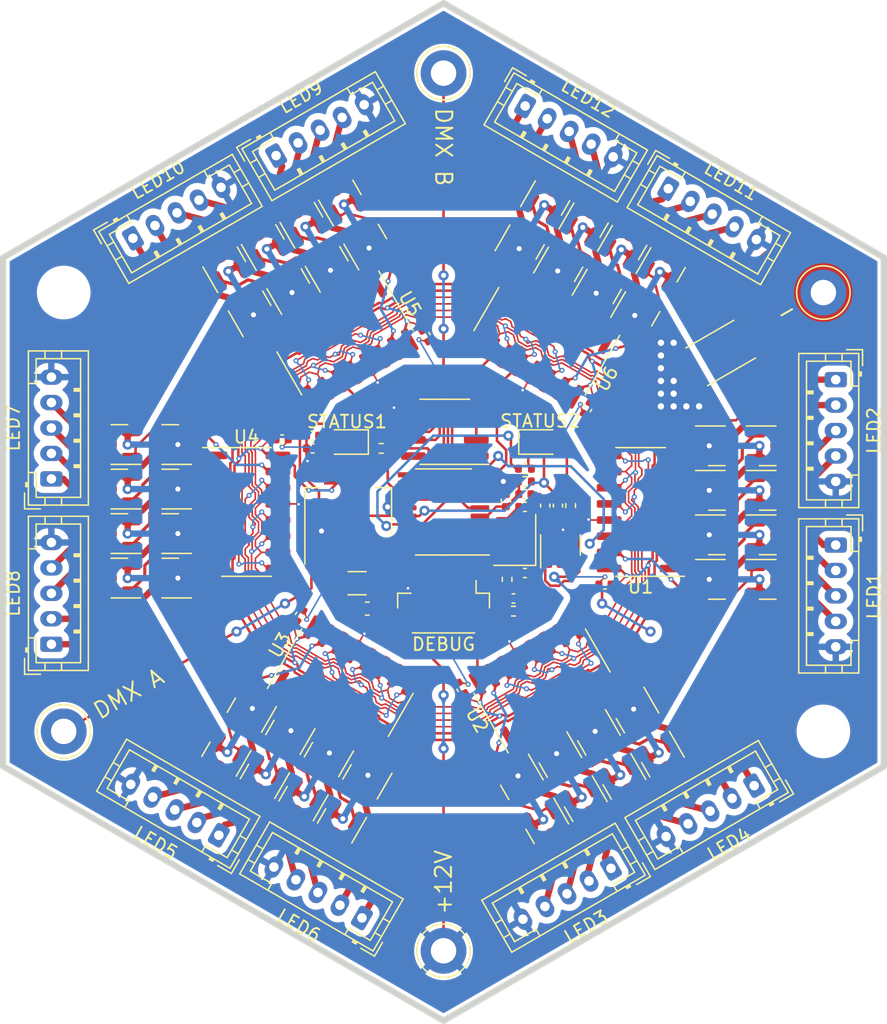
<source format=kicad_pcb>
(kicad_pcb (version 20211014) (generator pcbnew)
  (layers (0 "F.Cu" signal) (31 "B.Cu" signal) (34 "B.Paste" user) (35 "F.Paste" user) (36 "B.SilkS" user "B.Silkscreen") (37 "F.SilkS" user "F.Silkscreen") (38 "B.Mask" user) (39 "F.Mask" user) (44 "Edge.Cuts" user))
  (net 0 "")
  (net 1 "GND")
  (net 2 "+3V3")
  (net 3 "+12V")
  (net 4 "VDD")
  (net 5 "Net-(C18-Pad1)")
  (net 6 "Net-(C19-Pad1)")
  (net 7 "/RESET")
  (net 8 "/B")
  (net 9 "/A")
  (net 10 "/SWCLK")
  (net 11 "/SWDIO")
  (net 12 "/BOOT0")
  (net 13 "Net-(Q1-Pad1)")
  (net 14 "GNDPWR")
  (net 15 "Net-(LED1-Pad1)")
  (net 16 "Net-(Q2-Pad1)")
  (net 17 "Net-(LED1-Pad4)")
  (net 18 "Net-(Q3-Pad1)")
  (net 19 "Net-(LED1-Pad3)")
  (net 20 "Net-(Q4-Pad1)")
  (net 21 "Net-(LED1-Pad2)")
  (net 22 "Net-(Q5-Pad1)")
  (net 23 "Net-(LED2-Pad2)")
  (net 24 "Net-(Q6-Pad1)")
  (net 25 "Net-(LED2-Pad3)")
  (net 26 "Net-(Q7-Pad1)")
  (net 27 "Net-(LED2-Pad4)")
  (net 28 "Net-(Q8-Pad1)")
  (net 29 "Net-(LED2-Pad1)")
  (net 30 "Net-(Q9-Pad1)")
  (net 31 "Net-(LED3-Pad1)")
  (net 32 "Net-(Q10-Pad1)")
  (net 33 "Net-(LED3-Pad4)")
  (net 34 "Net-(Q11-Pad1)")
  (net 35 "Net-(LED3-Pad3)")
  (net 36 "Net-(Q12-Pad1)")
  (net 37 "Net-(LED3-Pad2)")
  (net 38 "Net-(Q13-Pad1)")
  (net 39 "Net-(LED4-Pad2)")
  (net 40 "Net-(Q14-Pad1)")
  (net 41 "Net-(LED4-Pad3)")
  (net 42 "Net-(Q15-Pad1)")
  (net 43 "Net-(LED4-Pad4)")
  (net 44 "Net-(Q16-Pad1)")
  (net 45 "Net-(LED4-Pad1)")
  (net 46 "Net-(Q17-Pad1)")
  (net 47 "Net-(LED5-Pad1)")
  (net 48 "Net-(Q18-Pad1)")
  (net 49 "Net-(LED5-Pad4)")
  (net 50 "Net-(Q19-Pad1)")
  (net 51 "Net-(LED5-Pad3)")
  (net 52 "Net-(Q20-Pad1)")
  (net 53 "Net-(LED5-Pad2)")
  (net 54 "Net-(Q21-Pad1)")
  (net 55 "Net-(LED6-Pad2)")
  (net 56 "Net-(Q22-Pad1)")
  (net 57 "Net-(LED6-Pad3)")
  (net 58 "Net-(Q23-Pad1)")
  (net 59 "Net-(LED6-Pad4)")
  (net 60 "Net-(Q24-Pad1)")
  (net 61 "Net-(LED6-Pad1)")
  (net 62 "Net-(Q25-Pad1)")
  (net 63 "Net-(LED7-Pad1)")
  (net 64 "Net-(Q26-Pad1)")
  (net 65 "Net-(LED7-Pad4)")
  (net 66 "Net-(Q27-Pad1)")
  (net 67 "Net-(LED7-Pad3)")
  (net 68 "Net-(Q28-Pad1)")
  (net 69 "Net-(LED7-Pad2)")
  (net 70 "Net-(Q29-Pad1)")
  (net 71 "Net-(LED8-Pad2)")
  (net 72 "Net-(Q30-Pad1)")
  (net 73 "Net-(LED8-Pad3)")
  (net 74 "Net-(Q31-Pad1)")
  (net 75 "Net-(LED8-Pad4)")
  (net 76 "Net-(Q32-Pad1)")
  (net 77 "Net-(LED8-Pad1)")
  (net 78 "Net-(Q33-Pad1)")
  (net 79 "Net-(LED9-Pad1)")
  (net 80 "Net-(Q34-Pad1)")
  (net 81 "Net-(LED9-Pad4)")
  (net 82 "Net-(Q35-Pad1)")
  (net 83 "Net-(LED9-Pad3)")
  (net 84 "Net-(Q36-Pad1)")
  (net 85 "Net-(LED9-Pad2)")
  (net 86 "Net-(Q37-Pad1)")
  (net 87 "Net-(LED10-Pad2)")
  (net 88 "Net-(Q38-Pad1)")
  (net 89 "Net-(LED10-Pad3)")
  (net 90 "Net-(Q39-Pad1)")
  (net 91 "Net-(LED10-Pad4)")
  (net 92 "Net-(Q40-Pad1)")
  (net 93 "Net-(LED10-Pad1)")
  (net 94 "Net-(Q41-Pad1)")
  (net 95 "Net-(LED11-Pad1)")
  (net 96 "Net-(Q42-Pad1)")
  (net 97 "Net-(LED11-Pad4)")
  (net 98 "Net-(Q43-Pad1)")
  (net 99 "Net-(LED11-Pad3)")
  (net 100 "Net-(Q44-Pad1)")
  (net 101 "Net-(LED11-Pad2)")
  (net 102 "Net-(Q45-Pad1)")
  (net 103 "Net-(LED12-Pad2)")
  (net 104 "Net-(Q46-Pad1)")
  (net 105 "Net-(LED12-Pad3)")
  (net 106 "Net-(Q47-Pad1)")
  (net 107 "Net-(LED12-Pad4)")
  (net 108 "Net-(Q48-Pad1)")
  (net 109 "Net-(LED12-Pad1)")
  (net 110 "/SHUTDOWN")
  (net 111 "/485-TX")
  (net 112 "/485-EN")
  (net 113 "/485-RX")
  (net 114 "Net-(R14-Pad1)")
  (net 115 "/STATUS1")
  (net 116 "/STATUS2")
  (net 117 "Net-(U1-Pad9)")
  (net 118 "/CLR")
  (net 119 "/SCLK")
  (net 120 "/STROBE")
  (net 121 "/MOSI")
  (net 122 "Net-(U2-Pad9)")
  (net 123 "Net-(U3-Pad9)")
  (net 124 "Net-(U4-Pad9)")
  (net 125 "Net-(U5-Pad9)")
  (net 127 "/MEASURE")
  (net 128 "VDDA")
  (net 129 "Net-(R4-Pad1)")
  (footprint "Package_TO_SOT_SMD:SOT-23" (layer "F.Cu") (at 21.5 5.3)
    (fp_text reference "Q3" hide)
    (fp_text value "AO3400A" hide)
  )
  (footprint "Package_TO_SOT_SMD:SOT-23" (layer "F.Cu") (at -11.277756 22.933647 -120)
    (fp_text reference "Q21" hide)
    (fp_text value "AO3400A" hide)
  )
  (footprint "Connector_JST:JST_PH_B5B-PH-K_1x05_P2.00mm_Vertical" (layer "F.Cu") (at 24.431664 21.516883 -150)
    (fp_text reference "LED4")
    (fp_text value "LED_RGBW")
  )
  (footprint "Resistor_SMD:R_0402_1005Metric" (layer "F.Cu") (at 6.4 -2.4 180)
    (fp_text reference "R2" hide)
    (fp_text value "100" hide)
  )
  (footprint "Capacitor_SMD:C_0603_1608Metric" (layer "F.Cu") (at -6 7.6 180)
    (fp_text reference "C8" hide)
    (fp_text value "1u" hide)
  )
  (footprint "Package_TO_SOT_SMD:SOT-23" (layer "F.Cu") (at -8.246667 24.683647 -120)
    (fp_text reference "Q23" hide)
    (fp_text value "AO3400A" hide)
  )
  (footprint "Package_TO_SOT_SMD:SOT-23" (layer "F.Cu") (at 21.5 1.799999)
    (fp_text reference "Q1" hide)
    (fp_text value "AO3400A" hide)
  )
  (footprint "Package_TO_SOT_SMD:SOT-23" (layer "F.Cu") (at -11.191154 -22.983647 120)
    (fp_text reference "Q34" hide)
    (fp_text value "AO3400A" hide)
  )
  (footprint "Resistor_SMD:R_0402_1005Metric" (layer "F.Cu") (at 6.4 -3.4 180)
    (fp_text reference "R4" hide)
    (fp_text value "20" hide)
  )
  (footprint "Package_SO:TSSOP-20_4.4x6.5mm_P0.65mm" (layer "F.Cu") (at 0 0 180)
    (fp_text reference "U14" hide)
    (fp_text value "STM32F030F4Px" hide)
  )
  (footprint "Capacitor_SMD:C_0402_1005Metric" (layer "F.Cu") (at 6.4 -1.4)
    (fp_text reference "C12" hide)
    (fp_text value "1u" hide)
  )
  (footprint "Connector_JST:JST_PH_B5B-PH-K_1x05_P2.00mm_Vertical" (layer "F.Cu") (at 13.173333 28.016883 -150)
    (fp_text reference "LED3")
    (fp_text value "LED_RGBW")
  )
  (footprint "Package_TO_SOT_SMD:SOT-23" (layer "F.Cu") (at -6.160065 -21.269546 120)
    (fp_text reference "Q35" hide)
    (fp_text value "AO3400A" hide)
  )
  (footprint "Package_TO_SOT_SMD:SOT-23" (layer "F.Cu") (at 17.339934 -19.433647 60)
    (fp_text reference "Q44" hide)
    (fp_text value "AO3400A" hide)
  )
  (footprint "TestPoint:TestPoint_Loop_D3.80mm_Drill2.0mm" (layer "F.Cu") (at 0 34.5 -90)
    (fp_text reference "PAD1" hide)
    (fp_text value "+12V" hide)
  )
  (footprint "Connector_JST:JST_PH_B5B-PH-K_1x05_P2.00mm_Vertical" (layer "F.Cu") (at 30.85 -10.399999 -90)
    (fp_text reference "LED2")
    (fp_text value "LED_RGBW")
  )
  (footprint "Capacitor_SMD:C_0402_1005Metric" (layer "F.Cu") (at 8 -0.5 90)
    (fp_text reference "C13" hide)
    (fp_text value "100n" hide)
  )
  (footprint "Crystal:Crystal_SMD_3225-4Pin_3.2x2.5mm" (layer "F.Cu") (at 5.6 2.2 90)
    (fp_text reference "Y1" hide)
    (fp_text value "8 MHz" hide)
  )
  (footprint "Package_TO_SOT_SMD:SOT-23" (layer "F.Cu") (at 6.246667 -21.219546 60)
    (fp_text reference "Q48" hide)
    (fp_text value "AO3400A" hide)
  )
  (footprint "Capacitor_SMD:C_0402_1005Metric" (layer "F.Cu") (at -12.7 -5.699999 180)
    (fp_text reference "C4" hide)
    (fp_text value "100n" hide)
  )
  (footprint "Package_TO_SOT_SMD:SOT-23" (layer "F.Cu") (at 9.191154 19.519546 -60)
    (fp_text reference "Q9" hide)
    (fp_text value "AO3400A" hide)
  )
  (footprint "Package_TO_SOT_SMD:SOT-23" (layer "F.Cu") (at -17.339934 19.433647 -120)
    (fp_text reference "Q20" hide)
    (fp_text value "AO3400A" hide)
  )
  (footprint "Package_TO_SOT_SMD:SOT-23" (layer "F.Cu") (at -12.308845 17.719546 -120)
    (fp_text reference "Q17" hide)
    (fp_text value "AO3400A" hide)
  )
  (footprint "Package_TO_SOT_SMD:SOT-23" (layer "F.Cu") (at 15.339934 -15.969546 60)
    (fp_text reference "Q43" hide)
    (fp_text value "AO3400A" hide)
  )
  (footprint "Connector_JST:JST_PH_B5B-PH-K_1x05_P2.00mm_Vertical" (layer "F.Cu") (at -6.418335 31.916883 150)
    (fp_text reference "LED6")
    (fp_text value "LED_RGBW")
  )
  (footprint "Connector_JST:JST_PH_B5B-PH-K_1x05_P2.00mm_Vertical" (layer "F.Cu") (at -30.85 -2.599999 90)
    (fp_text reference "LED7")
    (fp_text value "LED_RGBW")
  )
  (footprint "Package_SO:SOIC-8_3.9x4.9mm_P1.27mm" (layer "F.Cu") (at 0.1 -6.3 180)
    (fp_text reference "U13" hide)
    (fp_text value "MAX3485" hide)
  )
  (footprint "Package_TO_SOT_SMD:SOT-23" (layer "F.Cu") (at -25.5 5.2 180)
    (fp_text reference "Q31" hide)
    (fp_text value "AO3400A" hide)
  )
  (footprint "Connector_JST:JST_PH_B5B-PH-K_1x05_P2.00mm_Vertical" (layer "F.Cu") (at 6.418335 -31.916883 -30)
    (fp_text reference "LED12")
    (fp_text value "LED_RGBW")
  )
  (footprint "Package_TO_SOT_SMD:SOT-23-5" (layer "F.Cu") (at 9.2 2.6 90)
    (fp_text reference "U9" hide)
    (fp_text value "INA180A2" hide)
  )
  (footprint "Connector_JST:JST_PH_B5B-PH-K_1x05_P2.00mm_Vertical" (layer "F.Cu") (at -13.173333 -28.016883 30)
    (fp_text reference "LED9")
    (fp_text value "LED_RGBW")
  )
  (footprint "Package_TO_SOT_SMD:SOT-23" (layer "F.Cu") (at -8.160065 -24.733647 120)
    (fp_text reference "Q36" hide)
    (fp_text value "AO3400A" hide)
  )
  (footprint "Capacitor_SMD:C_0402_1005Metric" (layer "F.Cu") (at 4.9 -0.9 90)
    (fp_text reference "C11" hide)
    (fp_text value "100n" hide)
  )
  (footprint "Package_TO_SOT_SMD:SOT-23" (layer "F.Cu") (at -21.5 1.7 180)
    (fp_text reference "Q30" hide)
    (fp_text value "AO3400A" hide)
  )
  (footprint "LED_SMD:LED_0805_2012Metric" (layer "F.Cu") (at 7.6 -5.5)
    (fp_text reference "STATUS2")
    (fp_text value "LED" hide)
  )
  (footprint "Package_TO_SOT_SMD:SOT-23" (layer "F.Cu") (at 12.222243 17.769546 -60)
    (fp_text reference "Q14" hide)
    (fp_text value "AO3400A" hide)
  )
  (footprint "Capacitor_SMD:C_0402_1005Metric" (layer "F.Cu") (at -11.286344 8.148522 -120)
    (fp_text reference "C3" hide)
    (fp_text value "100n" hide)
  )
  (footprint "Connector_JST:JST_PH_B5B-PH-K_1x05_P2.00mm_Vertical" (layer "F.Cu") (at 17.676666 -25.416883 -30)
    (fp_text reference "LED11")
    (fp_text value "LED_RGBW")
  )
  (footprint "Package_TO_SOT_SMD:SOT-23" (layer "F.Cu") (at -12.222243 -17.769546 120)
    (fp_text reference "Q38" hide)
    (fp_text value "AO3400A" hide)
  )
  (footprint "Capacitor_SMD:C_0402_1005Metric" (layer "F.Cu") (at -1.413655 -13.848522 120)
    (fp_text reference "C5" hide)
    (fp_text value "100n" hide)
  )
  (footprint "TestPoint:TestPoint_Loop_D3.80mm_Drill2.0mm" (layer "F.Cu") (at 0 -34.5 90)
    (fp_text reference "PAD3" hide)
    (fp_text value "DMX_B" hide)
  )
  (footprint "Package_TO_SOT_SMD:SOT-23" (layer "F.Cu") (at -9.191154 -19.519546 120)
    (fp_text reference "Q33" hide)
    (fp_text value "AO3400A" hide)
  )
  (footprint "MountingHole:MountingHole_3.2mm_M3" (layer "F.Cu") (at 29.877876 17.249999 -30)
    (fp_text reference "H1" hide)
    (fp_text value "MountingHole" hide)
  )
  (footprint "Package_TO_SOT_SMD:SOT-23" (layer "F.Cu") (at 12.308845 -17.719546 60)
    (fp_text reference "Q41" hide)
    (fp_text value "AO3400A" hide)
  )
  (footprint "Capacitor_SMD:C_1206_3216Metric" (layer "F.Cu") (at -6.8 5.6 180)
    (fp_text reference "C7" hide)
    (fp_text value "10u" hide)
  )
  (footprint "Package_SO:SOIC-16_3.9x9.9mm_P1.27mm" (layer "F.Cu") (at -7.75 -13.423393 -60)
    (fp_text reference "U5")
    (fp_text value "74HC595")
  )
  (footprint "Package_TO_SOT_SMD:SOT-23" (layer "F.Cu") (at -9.277756 19.469546 -120)
    (fp_text reference "Q22" hide)
    (fp_text value "AO3400A" hide)
  )
  (footprint "Capacitor_SMD:C_0402_1005Metric" (layer "F.Cu") (at -10.3 -5 180)
    (fp_text reference "C9" hide)
    (fp_text value "1u" hide)
  )
  (footprint "Capacitor_SMD:C_0402_1005Metric" (layer "F.Cu") (at 12.7 5.7)
    (fp_text reference "C1" hide)
    (fp_text value "100n" hide)
  )
  (footprint "Package_TO_SOT_SMD:SOT-23" (layer "F.Cu") (at 15.253332 16.019546 -60)
    (fp_text reference "Q16" hide)
    (fp_text value "AO3400A" hide)
  )
  (footprint "TestPoint:TestPoint_Loop_D3.80mm_Drill2.0mm" (layer "F.Cu") (at -29.877876 17.249999 -150)
    (fp_text reference "PAD4" hide)
    (fp_text value "DMX_A" hide)
  )
  (footprint "Package_TO_SOT_SMD:SOT-23" (layer "F.Cu") (at -21.5 5.2 180)
    (fp_text reference "Q32" hide)
    (fp_text value "AO3400A" hide)
  )
  (footprint "Package_TO_SOT_SMD:SOT-23" (layer "F.Cu") (at 21.5 -1.7)
    (fp_text reference "Q6" hide)
    (fp_text value "AO3400A" hide)
  )
  (footprint "Package_TO_SOT_SMD:SOT-23" (layer "F.Cu") (at 11.277756 -22.933647 60)
    (fp_text reference "Q45" hide)
    (fp_text value "AO3400A" hide)
  )
  (footprint "Package_TO_SOT_SMD:SOT-23" (layer "F.Cu") (at -25.5 -5.299999 180)
    (fp_text reference "Q28" hide)
    (fp_text value "AO3400A" hide)
  )
  (footprint "Capacitor_SMD:C_0402_1005Metric" (layer "F.Cu") (at 6.4 4.8 180)
    (fp_text reference "C18" hide)
    (fp_text value "22p" hide)
  )
  (footprint "Package_TO_SOT_SMD:SOT-23" (layer "F.Cu") (at 17.253332 19.483647 -60)
    (fp_text reference "Q15" hide)
    (fp_text value "AO3400A" hide)
  )
  (footprint "Resistor_SMD:R_0402_1005Metric" (layer "F.Cu") (at 5 5.3 -90)
    (fp_text reference "R12" hide)
    (fp_text value "47k" hide)
  )
  (footprint "Package_TO_SOT_SMD:SOT-23" (layer "F.Cu") (at -14.308845 21.183647 -120)
    (fp_text reference "Q18" hide)
    (fp_text value "AO3400A" hide)
  )
  (footprint "Capacitor_SMD:C_0402_1005Metric" (layer "F.Cu") (at -10.3 -6 180)
    (fp_text reference "C10" hide)
    (fp_text value "100n" hide)
  )
  (footprint "tolv:JST_SH_BM05B-SRSS-TB_1x05-1MP_P1.00mm_Vertical" (layer "F.Cu") (at 0 7.5 180)
    (fp_text reference "J4" hide)
    (fp_text value "DEBUG")
  )
  (footprint "Package_SO:SOIC-16_3.9x9.9mm_P1.27mm" (layer "F.Cu") (at 7.75 13.423393 120)
    (fp_text reference "U2")
    (fp_text value "74HC595")
  )
  (footprint "Package_TO_SOT_SMD:SOT-23" (layer "F.Cu") (at 14.308845 -21.183647 60)
    (fp_text reference "Q42" hide)
    (fp_text value "AO3400A" hide)
  )
  (footprint "Capacitor_SMD:C_0402_1005Metric" (layer "F.Cu") (at 5.5 6.8 180)
    (fp_text reference "C20" hide)
    (fp_text value "100n" hide)
  )
  (footprint "Package_TO_SOT_SMD:SOT-23" (layer "F.Cu") (at -15.339934 15.969546 -120)
    (fp_text reference "Q19" hide)
    (fp_text value "AO3400A" hide)
  )
  (footprint "Connector_JST:JST_PH_B5B-PH-K_1x05_P2.00mm_Vertical" (layer "F.Cu") (at -17.676666 25.416883 150)
    (fp_text reference "LED5")
    (fp_text value "LED_RGBW")
  )
  (footprint "Package_TO_SOT_SMD:SOT-23" (layer "F.Cu") (at 25.5 -5.2)
    (fp_text reference "Q7" hide)
    (fp_text value "AO3400A" hide)
  )
  (footprint "Connector_JST:JST_PH_B5B-PH-K_1x05_P2.00mm_Vertical" (layer "F.Cu") (at -24.431664 -21.516883 30)
    (fp_text reference "LED10")
    (fp_text value "LED_RGBW")
  )
  (footprint "Package_TO_SOT_SMD:SOT-23" (layer "F.Cu") (at 8.246667 -24.683647 60)
    (fp_text reference "Q47" hide)
    (fp_text value "AO3400A" hide)
  )
  (footprint "Package_SO:SOIC-16_3.9x9.9mm_P1.27mm" (layer "F.Cu") (at 15.5 0 180)
    (fp_text reference "U1")
    (fp_text value "74HC595")
  )
  (footprint "Package_TO_SOT_SMD:SOT-23" (layer "F.Cu") (at -25.5 1.7 180)
    (fp_text reference "Q29" hide)
    (fp_text value "AO3400A" hide)
  )
  (footprint "Resistor_SMD:R_0402_1005Metric" (layer "F.Cu") (at 5.5 7.8)
    (fp_text reference "R13" hide)
    (fp_text value "47k" hide)
  )
  (footprint "Package_TO_SOT_SMD:SOT-23" (layer "F.Cu") (at 25.5 5.3)
    (fp_text reference "Q4" hide)
    (fp_text value "AO3400A" hide)
  )
  (footprint "Connector_JST:JST_PH_B5B-PH-K_1x05_P2.00mm_Vertical" (layer "F.Cu") (at -30.849999 10.4 90)
    (fp_text reference "LED8")
    (fp_text value "LED_RGBW")
  )
  (footprint "Package_TO_SOT_SMD:SOT-23" (layer "F.Cu") (at -17.253332 -19.483647 120)
    (fp_text reference "Q39" hide)
    (fp_text value "AO3400A" hide)
  )
  (footprint "Connector_JST:JST_PH_B5B-PH-K_1x05_P2.00mm_Vertical" (layer "F.Cu") (at 30.85 2.599999 -90)
    (fp_text reference "LED1")
    (fp_text value "LED_RGBW")
  )
  (footprint "Package_SO:SOIC-16_3.9x9.9mm_P1.27mm" (layer "F.Cu") (at 7.75 -13.423393 -120)
    (fp_text reference "U6")
    (fp_text value "74HC595")
  )
  (footprint "Package_TO_SOT_SMD:SOT-23" (layer "F.Cu") (at 25.5 -1.7)
    (fp_text reference "Q5" hide)
    (fp_text value "AO3400A" hide)
  )
  (footprint "Capacitor_SMD:C_0402_1005Metric" (layer "F.Cu") (at 6.4 -0.4)
    (fp_text reference "C19" hide)
    (fp_text value "22p" hide)
  )
  (footprint "Package_TO_SOT_SMD:SOT-23" (layer "F.Cu") (at 14.222243 21.233647 -60)
    (fp_text reference "Q13" hide)
    (fp_text value "AO3400A" hide)
  )
  (footprint "Resistor_SMD:R_0402_1005Metric" (layer "F.Cu") (at -4.9 -5)
    (fp_text reference "R14" hide)
    (fp_text value "20" hide)
  )
  (footprint "Package_SO:SOIC-16_3.9x9.9mm_P1.27mm" (layer "F.Cu") (at -7.749999 13.423393 60)
    (fp_text reference "U3")
    (fp_text value "74HC595")
  )
  (footprint "TestPoint:TestPoint_Loop_D3.80mm_Drill2.0mm" (layer "F.Cu") (at 29.877876 -17.25 30)
    (fp_text reference "PAD2" hide)
    (fp_text value "GND" hide)
  )
  (footprint "Capacitor_SMD:C_0402_1005Metric" (layer "F.Cu") (at 9 -0.5 90)
    (fp_text reference "C14" hide)
    (fp_text value "1u" hide)
  )
  (footprint "Capacitor_SMD:C_0402_1005Metric" (layer "F.Cu") (at 1.413655 13.848522 -60)
    (fp_text reference "C2" hide)
    (fp_text value "100n" hide)
  )
  (footprint "MountingHole:MountingHole_3.2mm_M3" (layer "F.Cu") (at -29.877876 -17.25 150)
    (fp_text reference "H2" hide)
    (fp_text value "MountingHole" hide)
  )
  (footprint "Package_TO_SOT_SMD:SOT-23" (layer "F.Cu") (at 6.160065 21.269546 -60)
    (fp_text reference "Q11" hide)
    (fp_text value "AO3400A" hide)
  )
  (footprint "Package_TO_SOT_SMD:SOT-23" (layer "F.Cu") (at -21.5 -1.799999 180)
    (fp_text reference "Q25" hide)
    (fp_text value "AO3400A" hide)
  )
  (footprint "Capacitor_SMD:C_0402_1005Metric" (layer "F.Cu") (at 11.286344 -8.148522 60)
    (fp_text reference "C6" hide)
    (fp_text value "100n" hide)
  )
  (footprint "Package_TO_SOT_SMD:SOT-23" (layer "F.Cu") (at -21.5 -5.299999 180)
    (fp_text reference "Q27" hide)
    (fp_text value "AO3400A" hide)
  )
  (footprint "Package_TO_SOT_SMD:SOT-23" (layer "F.Cu") (at 9.277756 -19.469546 60)
    (fp_text reference "Q46" hide)
    (fp_text value "AO3400A" hide)
  )
  (footprint "Resistor_SMD:R_0402_1005Metric" (layer "F.Cu") (at 10 -0.5 -90)
    (fp_text reference "R3" hide)
    (fp_text value "100" hide)
  )
  (footprint "Package_TO_SOT_SMD:SOT-23" (layer "F.Cu") (at -14.222243 -21.233647 120)
    (fp_text reference "Q37" hide)
    (fp_text value "AO3400A" hide)
  )
  (footprint "Package_SO:SOIC-16_3.9x9.9mm_P1.27mm" (layer "F.Cu") (at -15.5 0)
    (fp_text reference "U4")
    (fp_text value "74HC595")
  )
  (footprint "Resistor_SMD:R_2512_6332Metric" (layer "F.Cu") (at 21.8 -12.5 -150)
    (fp_text reference "R1" hide)
    (fp_text value "0.002R" hide)
  )
  (footprint "Package_TO_SOT_SMD:SOT-23" (layer "F.Cu") (at 21.5 -5.2)
    (fp_text reference "Q8" hide)
    (fp_text value "AO3400A" hide)
  )
  (footprint "Package_TO_SOT_SMD:SOT-223-3_TabPin2" (layer "F.Cu") (at -7.5 0 90)
    (fp_text reference "U7" hide)
    (fp_text value "AMS1117-3.3" hide)
  )
  (footprint "Package_TO_SOT_SMD:SOT-23" (layer "F.Cu") (at -25.5 -1.799999 180)
    (fp_text reference "Q26" hide)
    (fp_text value "AO3400A" hide)
  )
  (footprint "LED_SMD:LED_0805_2012Metric" (layer "F.Cu") (at -7.6 -5.5 180)
    (fp_text reference "STATUS1")
    (fp_text value "LED" hide)
  )
  (footprint "Package_TO_SOT_SMD:SOT-23" (layer "F.Cu") (at 11.191154 22.983647 -60)
    (fp_text reference "Q10" hide)
    (fp_text value "AO3400A" hide)
  )
  (footprint "Package_TO_SOT_SMD:SOT-23" (layer "F.Cu") (at -6.246667 21.219546 -120)
    (fp_text reference "Q24" hide)
    (fp_text value "AO3400A" hide)
  )
  (footprint "Package_TO_SOT_SMD:SOT-23" (layer "F.Cu") (at 8.160065 24.733647 -60)
    (fp_text reference "Q12" hide)
    (fp_text value "AO3400A" hide)
  )
  (footprint "Package_TO_SOT_SMD:SOT-23" (layer "F.Cu") (at 25.5 1.799999)
    (fp_text reference "Q2" hide)
    (fp_text value "AO3400A" hide)
  )
  (footprint "Package_TO_SOT_SMD:SOT-23" (layer "F.Cu") (at -15.253332 -16.019546 120)
    (fp_text reference "Q40" hide)
    (fp_text value "AO3400A" hide)
  )
  (gr_poly (pts (xy 34.641016 20) (xy 0 40.000001) (xy -34.641016 20) (xy -34.641016 -19.999999) (xy 0 -39.999999) (xy 34.641016 -19.999999)) (layer "Edge.Cuts") (width 0.5) (fill none))
  (gr_text "" (at -22.083647 -12.75) (layer "F.SilkS") (effects (font (size 1.27 1.27)) (justify right)))
  (gr_text "" (at 22.083647 12.75) (layer "F.SilkS") (effects (font (size 1.27 1.27)) (justify right)))
  (gr_text "DMX A" (at -22.083647 12.749999 30) (layer "F.SilkS") (effects (font (size 1.27 1.27)) (justify right)))
  (gr_text "DMX B" (at 0 -25.5 270) (layer "F.SilkS") (effects (font (size 1.27 1.27)) (justify right)))
  (gr_text "-     " (at 22.083647 -12.75 210) (layer "F.SilkS") (effects (font (size 1.27 1.27)) (justify right)))
  (gr_text "+12V " (at 0 25.5 90) (layer "F.SilkS") (effects (font (size 1.27 1.27)) (justify right)))
  (segment (start 4.7 -2.4) (end 4.9 -2.2) (width 0.2) (layer "F.Cu") (net 1))
  (segment (start -3.763655 17.918842) (end -5.142819 17.122581) (width 0.2) (layer "F.Cu") (net 1))
  (segment (start -12.25718 -13.015103) (end -11.401338 -12.78578) (width 0.2) (layer "F.Cu") (net 1))
  (segment (start 11.435 0.635) (end 11.4 0.6) (width 0.127) (layer "F.Cu") (net 1))
  (segment (start 5.142819 -17.122581) (end 5.372141 -16.266739) (width 0.2) (layer "F.Cu") (net 1))
  (segment (start 7.85 2.5) (end 6.45 1.1) (width 0.2) (layer "F.Cu") (net 1))
  (segment (start -1.173655 -13.43283) (end -1.277578 -13.37283) (width 0.127) (layer "F.Cu") (net 1))
  (segment (start -8.275 5.6) (end -6.775 7.1) (width 0.2) (layer "F.Cu") (net 1))
  (segment (start -5.142819 17.122581) (end -5.372141 16.266739) (width 0.2) (layer "F.Cu") (net 1))
  (segment (start 7.062426 -10.96248) (end 6.267426 -9.5855) (width 0.127) (layer "F.Cu") (net 1))
  (segment (start -6.775 7.1) (end -6.775 7.6) (width 0.2) (layer "F.Cu") (net 1))
  (segment (start -10.942421 7.79283) (end -10.766729 8.448522) (width 0.127) (layer "F.Cu") (net 1))
  (segment (start 6.267426 -9.5855) (end 6.219615 -9.572689) (width 0.127) (layer "F.Cu") (net 1))
  (segment (start -14.46288 10.81788) (end -14.478202 10.7607) (width 0.2) (layer "F.Cu") (net 1))
  (segment (start -4.835898 -16.376021) (end -2.137119 -17.934162) (width 0.2) (layer "F.Cu") (net 1))
  (segment (start -11.401338 -12.78578) (end -5.072876 -16.439519) (width 0.2) (layer "F.Cu") (net 1))
  (segment (start -17.4 5.7) (end -17.4 4.107478) (width 0.2) (layer "F.Cu") (net 1))
  (segment (start 5.167573 10.2205) (end 5.180384 10.172689) (width 0.127) (layer "F.Cu") (net 1))
  (segment (start -10.78 -6) (end -10.78 -5) (width 0.2) (layer "F.Cu") (net 1))
  (segment (start 3.763655 -17.918842) (end 5.142819 -17.122581) (width 0.2) (layer "F.Cu") (net 1))
  (segment (start 20.07126 -7.2) (end 23 -7.2) (width 0.2) (layer "F.Cu") (net 1))
  (segment (start 6.88 0.67) (end 6.45 1.1) (width 0.2) (layer "F.Cu") (net 1))
  (segment (start 11.700603 -12.612999) (end 11.764101 -12.376021) (width 0.2) (layer "F.Cu") (net 1))
  (segment (start -16.77348 -3.826519) (end -16.6 -3.999999) (width 0.2) (layer "F.Cu") (net 1))
  (segment (start -16.6 -7.116281) (end -16.558141 -7.15814) (width 0.2) (layer "F.Cu") (net 1))
  (segment (start -2.625 6.175) (end -2.8 6) (width 0.127) (layer "F.Cu") (net 1))
  (segment (start 27.63435 -17.25) (end 24.3656 -13.98125) (width 8) (layer "F.Cu") (net 1))
  (segment (start -4.325 -0.325) (end -4.4 -0.4) (width 0.2) (layer "F.Cu") (net 1))
  (segment (start 5 4.79) (end 5 3.55) (width 0.2) (layer "F.Cu") (net 1))
  (segment (start 1.277578 13.37283) (end 1.93327 13.548522) (width 0.127) (layer "F.Cu") (net 1))
  (segment (start -2 6.175) (end -2.625 6.175) (width 0.127) (layer "F.Cu") (net 1))
  (segment (start 16.6 4) (end 16.6 7.116282) (width 0.2) (layer "F.Cu") (net 1))
  (segment (start 13.025 0.635) (end 11.435 0.635) (width 0.127) (layer "F.Cu") (net 1))
  (segment (start 17.4 -5.7) (end 17.4 -4.107478) (width 0.2) (layer "F.Cu") (net 1))
  (segment (start -13.636344 -12.218842) (end -12.25718 -13.015103) (width 0.2) (layer "F.Cu") (net 1))
  (segment (start 17.975 -5.10374) (end 20.07126 -7.2) (width 0.2) (layer "F.Cu") (net 1))
  (segment (start 12.470766 5.950766) (end 12.22 5.7) (width 0.2) (layer "F.Cu") (net 1))
  (segment (start 8.207478 2.5) (end 7.85 2.5) (width 0.2) (layer "F.Cu") (net 1))
  (segment (start 5.372141 -16.266739) (end 11.700603 -12.612999) (width 0.2) (layer "F.Cu") (net 1))
  (segment (start 4.9 -2.2) (end 4.9 -1.38) (width 0.2) (layer "F.Cu") (net 1))
  (segment (start 24.3656 -8.5656) (end 24.3656 -13.98125) (width 0.2) (layer "F.Cu") (net 1))
  (segment (start 6.45652 5.33652) (end 6.45652 6.32348) (width 0.2) (layer "F.Cu") (net 1))
  (segment (start 6.45652 6.32348) (end 5.98 6.8) (width 0.2) (layer "F.Cu") (net 1))
  (segment (start -11.046344 7.73283) (end -10.942421 7.79283) (width 0.127) (layer "F.Cu") (net 1))
  (segment (start 16.77348 -3.480959) (end 16.77348 3.82652) (width 0.2) (layer "F.Cu") (net 1))
  (segment (start 9.4625 1.4625) (end 9.4 1.4) (width 0.2) (layer "F.Cu") (net 1))
  (segment (start 4.835898 16.376021) (end 2.137119 17.934162) (width 0.2) (layer "F.Cu") (net 1))
  (segment (start -5.167573 -10.2205) (end -5.180384 -10.172689) (width 0.127) (layer "F.Cu") (net 1))
  (segment (start -14.478202 10.7607) (end -17.399999 5.699999) (width 0.2) (layer "F.Cu") (net 1))
  (segment (start -2.137119 -17.934162) (end -2.079938 -17.918841) (width 0.2) (layer "F.Cu") (net 1))
  (segment (start 10.942421 -7.79283) (end 10.766729 -8.448522) (width 0.127) (layer "F.Cu") (net 1))
  (segment (start -10.78 -5) (end -10.78 -4.08) (width 0.2) (layer "F.Cu") (net 1))
  (segment (start 12.22 5.58) (end 12.7 5.1) (width 0.127) (layer "F.Cu") (net 1))
  (segment (start 17.4 -4.107478) (end 16.77348 -3.480959) (width 0.2) (layer "F.Cu") (net 1))
  (segment (start -9.8 3.15) (end -9.8 1.7) (width 0.2) (layer "F.Cu") (net 1))
  (segment (start 14.46288 -10.81788) (end 14.478202 -10.7607) (width 0.2) (layer "F.Cu") (net 1))
  (segment (start -11.764101 12.376021) (end -14.46288 10.81788) (width 0.2) (layer "F.Cu") (net 1))
  (segment (start -2.079938 -17.918841) (end 3.763655 -17.918841) (width 0.2) (layer "F.Cu") (net 1))
  (segment (start -10.78 -4.08) (end -10.7 -4) (width 0.2) (layer "F.Cu") (net 1))
  (segment (start 6.88 -1.4) (end 6.88 -0.4) (width 0.2) (layer "F.Cu") (net 1))
  (segment (start 1.173655 13.43283) (end 1.277578 13.37283) (width 0.127) (layer "F.Cu") (net 1))
  (segment (start 5.072876 16.439519) (end 4.835898 16.376021) (width 0.2) (layer "F.Cu") (net 1))
  (segment (start 2.137119 17.934162) (end 2.079938 17.918841) (width 0.2) (layer "F.Cu") (net 1))
  (segment (start -17.4 4.107478) (end -16.77348 3.480959) (width 0.2) (layer "F.Cu") (net 1))
  (segment (start 17.975 -4.445) (end 17.975 -5.10374) (width 0.2) (layer "F.Cu") (net 1))
  (segment (start 5.92 4.8) (end 6.45652 5.33652) (width 0.2) (layer "F.Cu") (net 1))
  (segment (start 12.470766 7.2) (end 12.470766 5.950766) (width 0.2) (layer "F.Cu") (net 1))
  (segment (start -2.8625 -0.325) (end -4.325 -0.325) (width 0.2) (layer "F.Cu") (net 1))
  (segment (start 6.45652 5.33652) (end 6.96348 5.33652) (width 0.2) (layer "F.Cu") (net 1))
  (segment (start -13.025 -0.634999) (end -11.435 -0.634999) (width 0.127) (layer "F.Cu") (net 1))
  (segment (start 16.77348 3.82652) (end 16.6 4) (width 0.2) (layer "F.Cu") (net 1))
  (segment (start -16.77348 3.480959) (end -16.77348 -3.826519) (width 0.2) (layer "F.Cu") (net 1))
  (segment (start 29.877876 -17.25) (end 27.63435 -17.25) (width 8) (layer "F.Cu") (net 1))
  (segment (start 9.2 2.4125) (end 10.15 1.4625) (width 0.2) (layer "F.Cu") (net 1))
  (segment (start -9.8 1.7) (end -9.6 1.5) (width 0.2) (layer "F.Cu") (net 1))
  (segment (start -1.277578 -13.37283) (end -1.93327 -13.548522) (width 0.127) (layer "F.Cu") (net 1))
  (segment (start 11.401338 12.78578) (end 5.072876 16.439519) (width 0.2) (layer "F.Cu") (net 1))
  (segment (start 7.58 -1.4) (end 8 -0.98) (width 0.2) (layer "F.Cu") (net 1))
  (segment (start 7.625 2.725) (end 7.85 2.5) (width 0.2) (layer "F.Cu") (net 1))
  (segment (start -9.8 4.075) (end -8.275 5.6) (width 0.2) (layer "F.Cu") (net 1))
  (segment (start -3.895 -8.205) (end -3.9 -8.199999) (width 0.127) (layer "F.Cu") (net 1))
  (segment (start -9.8 3.15) (end -9.8 4.075) (width 0.2) (layer "F.Cu") (net 1))
  (segment (start 23 -7.2) (end 24.3656 -8.5656) (width 0.2) (layer "F.Cu") (net 1))
  (segment (start 12.22 5.7) (end 12.22 5.58) (width 0.127) (layer "F.Cu") (net 1))
  (segment (start 6.88 -0.4) (end 6.88 0.67) (width 0.2) (layer "F.Cu") (net 1))
  (segment (start 2.079938 17.918841) (end -3.763655 17.918841) (width 0.2) (layer "F.Cu") (net 1))
  (segment (start -2.375 -8.205) (end -3.895 -8.205) (width 0.127) (layer "F.Cu") (net 1))
  (segment (start -5.072876 -16.439519) (end -4.835898 -16.376021) (width 0.2) (layer "F.Cu") (net 1))
  (segment (start -5.372141 16.266739) (end -11.700603 12.612999) (width 0.2) (layer "F.Cu") (net 1))
  (segment (start 9.2 3.492521) (end 8.207478 2.5) (width 0.2) (layer "F.Cu") (net 1))
  (segment (start -12.22 -5.699999) (end -12.22 -5.579999) (width 0.127) (layer "F.Cu") (net 1))
  (segment (start 7.171817 5.33652) (end 7.625 4.883337) (width 0.2) (layer "F.Cu") (net 1))
  (segment (start -11.700603 12.612999) (end -11.764101 12.376021) (width 0.2) (layer "F.Cu") (net 1))
  (segment (start 9.2 3.7375) (end 9.2 2.4125) (width 0.2) (layer "F.Cu") (net 1))
  (segment (start 11.764101 -12.376021) (end 14.46288 -10.81788) (width 0.2) (layer "F.Cu") (net 1))
  (segment (start 6.88 -1.4) (end 7.58 -1.4) (width 0.2) (layer "F.Cu") (net 1))
  (segment (start 15.588457 9) (end 16.281278 9.4) (width 0.2) (layer "F.Cu") (net 1))
  (segment (start 5 3.55) (end 4.75 3.3) (width 0.2) (layer "F.Cu") (net 1))
  (segment (start 6.96348 5.33652) (end 7.171817 5.33652) (width 0.2) (layer "F.Cu") (net 1))
  (segment (start 7.625 4.883337) (end 7.625 2.725) (width 0.2) (layer "F.Cu") (net 1))
  (segment (start -7.062426 10.96248) (end -6.267426 9.5855) (width 0.127) (layer "F.Cu") (net 1))
  (segment (start -16.558141 -7.15814) (end -13.636344 -12.218841) (width 0.2) (layer "F.Cu") (net 1))
  (segment (start 14.478202 -10.7607) (end 17.399999 -5.699999) (width 0.2) (layer "F.Cu") (net 1))
  (segment (start -6.267426 9.5855) (end -6.219615 9.572689) (width 0.127) (layer "F.Cu") (net 1))
  (segment (start 5 4.79) (end 5.91 4.79) (width 0.2) (layer "F.Cu") (net 1))
  (segment (start 8 -0.98) (end 9 -0.98) (width 0.2) (layer "F.Cu") (net 1))
  (segment (start -12.22 -5.579999) (end -12.7 -5.099999) (width 0.127) (layer "F.Cu") (net 1))
  (segment (start 10.15 1.4625) (end 9.4625 1.4625) (width 0.2) (layer "F.Cu") (net 1))
  (segment (start 9.2 3.7375) (end 9.2 3.492521) (width 0.2) (layer "F.Cu") (net 1))
  (segment (start 16.6 7.116282) (end 16.558141 7.158141) (width 0.2) (layer "F.Cu") (net 1))
  (segment (start 13.636344 12.218842) (end 12.25718 13.015103) (width 0.2) (layer "F.Cu") (net 1))
  (segment (start 12.25718 13.015103) (end 11.401338 12.78578) (width 0.2) (layer "F.Cu") (net 1))
  (segment (start 16.558141 7.158141) (end 13.636344 12.218842) (width 0.2) (layer "F.Cu") (net 1))
  (segment (start -11.435 -0.634999) (end -11.4 -0.599999) (width 0.127) (layer "F.Cu") (net 1))
  (segment (start -16.6 -3.999999) (end -16.6 -7.116281) (width 0.2) (layer "F.Cu") (net 1))
  (segment (start -5.962573 -11.59748) (end -5.167573 -10.2205) (width 0.127) (layer "F.Cu") (net 1))
  (segment (start 5.962573 11.59748) (end 5.167573 10.2205) (width 0.127) (layer "F.Cu") (net 1))
  (segment (start 11.046344 -7.73283) (end 10.942421 -7.79283) (width 0.127) (layer "F.Cu") (net 1))
  (via (at 9.4 1.4) (size 0.4) (drill 0.2) (layers "F.Cu" "B.Cu") (net 1))
  (via (at -1.93327 -13.548522) (size 0.4) (drill 0.2) (layers "F.Cu" "B.Cu") (net 1))
  (via (at 16.281278 9.4) (size 0.8) (drill 0.4) (layers "F.Cu" "B.Cu") (net 1))
  (via (at -12.7 -5.099999) (size 0.4) (drill 0.2) (layers "F.Cu" "B.Cu") (net 1))
  (via (at -10.7 -4) (size 0.4) (drill 0.2) (layers "F.Cu" "B.Cu") (net 1))
  (via (at 4.7 -2.4) (size 0.8) (drill 0.4) (layers "F.Cu" "B.Cu") (net 1))
  (via (at 11.4 0.6) (size 0.4) (drill 0.2) (layers "F.Cu" "B.Cu") (net 1))
  (via (at -3.9 -8.199999) (size 0.4) (drill 0.2) (layers "F.Cu" "B.Cu") (net 1))
  (via (at -4.4 -0.4) (size 0.8) (drill 0.4) (layers "F.Cu" "B.Cu") (net 1))
  (via (at 12.470766 7.2) (size 0.8) (drill 0.4) (layers "F.Cu" "B.Cu") (net 1))
  (via (at 5.180384 10.172689) (size 0.4) (drill 0.2) (layers "F.Cu" "B.Cu") (net 1))
  (via (at -10.766729 8.448522) (size 0.4) (drill 0.2) (layers "F.Cu" "B.Cu") (net 1))
  (via (at -5.180384 -10.172689) (size 0.4) (drill 0.2) (layers "F.Cu" "B.Cu") (net 1))
  (via (at -6.219615 9.572689) (size 0.4) (drill 0.2) (layers "F.Cu" "B.Cu") (net 1))
  (via (at -11.4 -0.599999) (size 0.4) (drill 0.2) (layers "F.Cu" "B.Cu") (net 1))
  (via (at 6.219615 -9.572689) (size 0.4) (drill 0.2) (layers "F.Cu" "B.Cu") (net 1))
  (via (at -9.6 1.5) (size 0.8) (drill 0.4) (layers "F.Cu" "B.Cu") (net 1))
  (via (at 10.766729 -8.448522) (size 0.4) (drill 0.2) (layers "F.Cu" "B.Cu") (net 1))
  (via (at 1.93327 13.548522) (size 0.4) (drill 0.2) (layers "F.Cu" "B.Cu") (net 1))
  (via (at -2.8 6) (size 0.4) (drill 0.2) (layers "F.Cu" "B.Cu") (net 1))
  (via (at 12.7 5.1) (size 0.4) (drill 0.2) (layers "F.Cu" "B.Cu") (net 1))
  (segment (start -10.766729 8.448522) (end -9.366729 6.023651) (width 0.127) (layer "B.Cu") (net 1))
  (segment (start 12.7 5.1) (end 9.9 5.1) (width 0.127) (layer "B.Cu") (net 1))
  (segment (start 1.93327 13.548522) (end 0.53327 11.123651) (width 0.127) (layer "B.Cu") (net 1))
  (segment (start 12.470766 7.2) (end 16.281278 9.4) (width 0.2) (layer "B.Cu") (net 1))
  (segment (start 10.766729 -8.448522) (end 9.366729 -6.023651) (width 0.127) (layer "B.Cu") (net 1))
  (segment (start -12.7 -5.099999) (end -9.9 -5.099999) (width 0.127) (layer "B.Cu") (net 1))
  (segment (start -1.93327 -13.548522) (end -0.53327 -11.123651) (width 0.127) (layer "B.Cu") (net 1))
  (segment (start -12.545 -4.445) (end -13.025 -4.445) (width 0.2) (layer "F.Cu") (net 2))
  (segment (start -3.89002 -5.99002) (end -3.89002 -4.79002) (width 0.127) (layer "F.Cu") (net 2))
  (segment (start -8.8 -1.7) (end -8.8 -1.85) (width 0.2) (layer "F.Cu") (net 2))
  (segment (start -13.994316 10.561331) (end -13.99519 10.558072) (width 0.2) (layer "F.Cu") (net 2))
  (segment (start 4.412693 16.043009) (end 4.585898 15.943009) (width 0.2) (layer "F.Cu") (net 2))
  (segment (start -3.896667 17.149226) (end -3.463655 17.399226) (width 0.2) (layer "F.Cu") (net 2))
  (segment (start -10.771982 9.767621) (end -11.530127 9.970765) (width 0.2) (layer "F.Cu") (net 2))
  (segment (start -5.035735 16.260645) (end -3.969872 16.876021) (width 0.2) (layer "F.Cu") (net 2))
  (segment (start 9.41 -1.6) (end 10 -1.01) (width 0.2) (layer "F.Cu") (net 2))
  (segment (start 16.14354 6.838768) (end 16.141154 6.841154) (width 0.2) (layer "F.Cu") (net 2))
  (segment (start -3.073017 -14.212621) (end -2.869872 -14.970765) (width 0.2) (layer "F.Cu") (net 2))
  (segment (start 16.14354 4.24354) (end 16.14354 6.838768) (width 0.2) (layer "F.Cu") (net 2))
  (segment (start 11.746783 -11.858945) (end 13.994316 -10.561331) (width 0.2) (layer "F.Cu") (net 2))
  (segment (start -2.8625 0.325) (end -1.925 0.325) (width 0.2) (layer "F.Cu") (net 2))
  (segment (start -1.913655 -14.714548) (end -2.869872 -14.970765) (width 0.127) (layer "F.Cu") (net 2))
  (segment (start 4.412693 16.043009) (end 4.396756 16.102485) (width 0.2) (layer "F.Cu") (net 2))
  (segment (start -11.564264 -12.491397) (end -12.630127 -11.876021) (width 0.2) (layer "F.Cu") (net 2))
  (segment (start -3.495 -4.395) (end -2.375 -4.395) (width 0.127) (layer "F.Cu") (net 2))
  (segment (start -16.6 5) (end -16.8 5.2) (width 0.2) (layer "F.Cu") (net 2))
  (segment (start -13.7 -5.699999) (end -14.4 -4.999999) (width 0.127) (layer "F.Cu") (net 2))
  (segment (start 12.630127 11.876021) (end 12.903332 11.949226) (width 0.2) (layer "F.Cu") (net 2))
  (segment (start -16.14354 -4.243539) (end -16.14354 -6.838767) (width 0.2) (layer "F.Cu") (net 2))
  (segment (start 2.663017 13.50248) (end 2.663017 10.836983) (width 0.2) (layer "F.Cu") (net 2))
  (segment (start 13.99519 -10.558072) (end 16.799998 -5.699999) (width 0.2) (layer "F.Cu") (net 2))
  (segment (start 12.903332 11.949226) (end 13.336344 11.699226) (width 0.2) (layer "F.Cu") (net 2))
  (segment (start -5.059854 -16.070005) (end -11.355207 -12.435381) (width 0.2) (layer "F.Cu") (net 2))
  (segment (start -3.89002 -4.79002) (end -3.495 -4.395) (width 0.127) (layer "F.Cu") (net 2))
  (segment (start 16.1 4.2) (end 16.1 4) (width 0.2) (layer "F.Cu") (net 2))
  (segment (start -9.82 -5) (end -9.32 -5.5) (width 0.2) (layer "F.Cu") (net 2))
  (segment (start 11.687306 -11.843009) (end 11.746783 -11.858945) (width 0.2) (layer "F.Cu") (net 2))
  (segment (start -16.44696 3.616208) (end -16.6 3.769248) (width 0.2) (layer "F.Cu") (net 2))
  (segment (start -7.5 -4.4625) (end -7.5 -3.15) (width 0.2) (layer "F.Cu") (net 2))
  (segment (start 11.687306 -11.843009) (end 11.514101 -11.943009) (width 0.2) (layer "F.Cu") (net 2))
  (segment (start 7.9 -4.8625) (end 7.9 -2.3) (width 0.2) (layer "F.Cu") (net 2))
  (segment (start 8.6 -1.6) (end 9.41 -1.6) (width 0.2) (layer "F.Cu") (net 2))
  (segment (start -8.5375 -5.5) (end -7.5 -4.4625) (width 0.2) (layer "F.Cu") (net 2))
  (segment (start -11.746783 11.858945) (end -13.994316 10.561331) (width 0.2) (layer "F.Cu") (net 2))
  (segment (start 16.6 -5) (end 16.8 -5.2) (width 0.2) (layer "F.Cu") (net 2))
  (segment (start 13.994316 -10.561331) (end 13.99519 -10.558072) (width 0.2) (layer "F.Cu") (net 2))
  (segment (start 1.653655 14.264214) (end 1.913655 14.714548) (width 0.127) (layer "F.Cu") (net 2))
  (segment (start 4.396756 16.102485) (end 2.149223 17.400099) (width 0.2) (layer "F.Cu") (net 2))
  (segment (start -12.903332 -11.949226) (end -13.336344 -11.699226) (width 0.2) (layer "F.Cu") (net 2))
  (segment (start -16.44696 -3.653039) (end -16.44696 3.616208) (width 0.2) (layer "F.Cu") (net 2))
  (segment (start 2.149223 17.400099) (end 2.145963 17.399226) (width 0.2) (layer "F.Cu") (net 2))
  (segment (start -7.5 0.3) (end -7.5 -3.15) (width 0.2) (layer "F.Cu") (net 2))
  (segment (start 13.7 5.7) (end 14.4 5) (width 0.127) (layer "F.Cu") (net 2))
  (segment (start -2.8875 0.3) (end -2.8625 0.325) (width 0.2) (layer "F.Cu") (net 2))
  (segment (start 2.663017 13.50248) (end 3.073017 14.212621) (width 0.2) (layer "F.Cu") (net 2))
  (segment (start 1.913655 14.714548) (end 2.869872 14.970765) (width 0.127) (layer "F.Cu") (net 2))
  (segment (start -11.514101 11.943009) (end -11.387105 12.416965) (width 0.2) (layer "F.Cu") (net 2))
  (segment (start -13.18 -5.699999) (end -13.7 -5.699999) (width 0.127) (layer "F.Cu") (net 2))
  (segment (start 11.514101 -11.943009) (end 11.387105 -12.416965) (width 0.2) (layer "F.Cu") (net 2))
  (segment (start -4.412693 -16.043009) (end -4.396756 -16.102485) (width 0.2) (layer "F.Cu") (net 2))
  (segment (start 7.9 -2.3) (end 8.6 -1.6) (width 0.2) (layer "F.Cu") (net 2))
  (segment (start -4.412693 -16.043009) (end -4.585898 -15.943009) (width 0.2) (layer "F.Cu") (net 2))
  (segment (start -13.99519 10.558072) (end -16.799998 5.699999) (width 0.2) (layer "F.Cu") (net 2))
  (segment (start 3.969872 -16.876021) (end 3.896667 -17.149226) (width 0.2) (layer "F.Cu") (net 2))
  (segment (start -4.29002 -6.39002) (end -3.89002 -5.99002) (width 0.127) (layer "F.Cu") (net 2))
  (segment (start -8.5375 -5.5) (end -9.32 -5.5) (width 0.2) (layer "F.Cu") (net 2))
  (segment (start 5.059854 16.070005) (end 11.355207 12.435381) (width 0.2) (layer "F.Cu") (net 2))
  (segment (start -4.396756 -16.102485) (end -2.149223 -17.400099) (width 0.2) (layer "F.Cu") (net 2))
  (segment (start -4.585898 -15.943009) (end -5.059854 -16.070005) (width 0.2) (layer "F.Cu") (net 2))
  (segment (start -12.630127 -11.876021) (end -12.903332 -11.949226) (width 0.2) (layer "F.Cu") (net 2))
  (segment (start -11.786344 9.014548) (end -11.530127 9.970765) (width 0.127) (layer "F.Cu") (net 2))
  (segment (start -2.145963 -17.399226) (end 3.463654 -17.399225) (width 0.2) (layer "F.Cu") (net 2))
  (segment (start -2.149223 -17.400099) (end -2.145963 -17.399226) (width 0.2) (layer "F.Cu") (net 2))
  (segment (start 16.141154 6.841154) (end 13.336344 11.699226) (width 0.2) (layer "F.Cu") (net 2))
  (segment (start -1.925 0.325) (end -1.5 -0.1) (width 0.2) (layer "F.Cu") (net 2))
  (segment (start -16.1 -4.199999) (end -16.14354 -4.243539) (width 0.2) (layer "F.Cu") (net 2))
  (segment (start 16.8 -5.2) (end 16.8 -5.7) (width 0.2) (layer "F.Cu") (net 2))
  (segment (start 16.44696 3.65304) (end 16.44696 -3.616208) (width 0.2) (layer "F.Cu") (net 2))
  (segment (start 3.073017 14.212621) (end 2.869872 14.970765) (width 0.2) (layer "F.Cu") (net 2))
  (segment (start 3.896667 -17.149226) (end 3.463655 -17.399226) (width 0.2) (layer "F.Cu") (net 2))
  (segment (start 11.786344 -9.014548) (end 11.530127 -9.970765) (width 0.127) (layer "F.Cu") (net 2))
  (segment (start -7.5 3.15) (end -7.5 0.3) (width 0.2) (layer "F.Cu") (net 2))
  (segment (start -13.845 -4.444999) (end -14.4 -4.999999) (width 0.2) (layer "F.Cu") (net 2))
  (segment (start 16.44696 -3.616208) (end 16.6 -3.769248) (width 0.2) (layer "F.Cu") (net 2))
  (segment (start -10.361982 9.05748) (end -10.771982 9.767621) (width 0.2) (layer "F.Cu") (net 2))
  (segment (start -16.1 -3.999999) (end -16.44696 -3.653039) (width 0.2) (layer "F.Cu") (net 2))
  (segment (start -11.687306 11.843009) (end -11.746783 11.858945) (width 0.2) (layer "F.Cu") (net 2))
  (segment (start 11.564264 12.491397) (end 12.630127 11.876021) (width 0.2) (layer "F.Cu") (net 2))
  (segment (start -11.7 -2.8) (end -11.7 -3.6) (width 0.2) (layer "F.Cu") (net 2))
  (segment (start 8.5375 -5.5) (end 7.9 -4.8625) (width 0.2) (layer "F.Cu") (net 2))
  (segment (start -1.653655 -14.264214) (end -1.913655 -14.714548) (width 0.127) (layer "F.Cu") (net 2))
  (segment (start 11.526344 -8.564214) (end 11.786344 -9.014548) (width 0.127) (layer "F.Cu") (net 2))
  (segment (start 2.145963 17.399226) (end -3.463654 17.399225) (width 0.2) (layer "F.Cu") (net 2))
  (segment (start 10.771982 -9.767621) (end 11.530127 -9.970765) (width 0.2) (layer "F.Cu") (net 2))
  (segment (start -13.025 -4.444999) (end -13.845 -4.444999) (width 0.2) (layer "F.Cu") (net 2))
  (segment (start -16.6 3.769248) (end -16.6 5) (width 0.2) (layer "F.Cu") (net 2))
  (segment (start -8.8 -1.85) (end -7.5 -3.15) (width 0.2) (layer "F.Cu") (net 2))
  (segment (start 16.1 4) (end 16.44696 3.65304) (width 0.2) (layer "F.Cu") (net 2))
  (segment (start -11.387105 12.416965) (end -5.091752 16.051589) (width 0.2) (layer "F.Cu") (net 2))
  (segment (start -7.5 0.3) (end -2.8875 0.3) (width 0.2) (layer "F.Cu") (net 2))
  (segment (start 16.6 -3.769248) (end 16.6 -5) (width 0.2) (layer "F.Cu") (net 2))
  (segment (start -7.64748 -6.39002) (end -4.29002 -6.39002) (width 0.127) (layer "F.Cu") (net 2))
  (segment (start -3.969872 16.876021) (end -3.896667 17.149226) (width 0.2) (layer "F.Cu") (net 2))
  (segment (start 6.01 8.59) (end 6.01 7.8) (width 0.2) (layer "F.Cu") (net 2))
  (segment (start 13.025 4.445) (end 13.845 4.445) (width 0.2) (layer "F.Cu") (net 2))
  (segment (start -5.091752 16.051589) (end -5.035735 16.260645) (width 0.2) (layer "F.Cu") (net 2))
  (segment (start -16.8 5.2) (end -16.8 5.7) (width 0.2) (layer "F.Cu") (net 2))
  (segment (start -2.663017 -13.50248) (end -3.073017 -14.212621) (width 0.2) (layer "F.Cu") (net 2))
  (segment (start -16.14354 -6.838767) (end -16.141154 -6.841153) (width 0.2) (layer "F.Cu") (net 2))
  (segment (start -11.355207 -12.435381) (end -11.564264 -12.491397) (width 0.2) (layer "F.Cu") (net 2))
  (segment (start -16.1 -4.199999) (end -16.1 -3.999999) (width 0.2) (layer "F.Cu") (net 2))
  (segment (start 10.361982 -9.05748) (end 10.771982 -9.767621) (width 0.2) (layer "F.Cu") (net 2))
  (segment (start -16.141154 -6.841153) (end -13.336344 -11.699225) (width 0.2) (layer "F.Cu") (net 2))
  (segment (start 4.6 10) (end 6.01 8.59) (width 0.2) (layer "F.Cu") (net 2))
  (segment (start -9.32 -5.5) (end -9.82 -6) (width 0.2) (layer "F.Cu") (net 2))
  (segment (start -11.7 -3.6) (end -12.545 -4.445) (width 0.2) (layer "F.Cu") (net 2))
  (segment (start 4.585898 15.943009) (end 5.059854 16.070005) (width 0.2) (layer "F.Cu") (net 2))
  (segment (start -8.5375 -5.5) (end -7.64748 -6.39002) (width 0.127) (layer "F.Cu") (net 2))
  (segment (start 13.845 4.445) (end 14.4 5) (width 0.2) (layer "F.Cu") (net 2))
  (segment (start 5.035735 -16.260645) (end 3.969872 -16.876021) (width 0.2) (layer "F.Cu") (net 2))
  (segment (start 13.18 5.7) (end 13.7 5.7) (width 0.127) (layer "F.Cu") (net 2))
  (segment (start -10.6 -1.7) (end -11.7 -2.8) (width 0.2) (layer "F.Cu") (net 2))
  (segment (start 5.091752 -16.051589) (end 5.035735 -16.260645) (width 0.2) (layer "F.Cu") (net 2))
  (segment (start 3.5 10) (end 4.6 10) (width 0.2) (layer "F.Cu") (net 2))
  (segment (start 7.9 -2.3) (end 7.01 -2.3) (width 0.2) (layer "F.Cu") (net 2))
  (segment (start 7.01 -2.3) (end 6.91 -2.4) (width 0.2) (layer "F.Cu") (net 2))
  (segment (start 16.1 4.2) (end 16.14354 4.24354) (width 0.2) (layer "F.Cu") (net 2))
  (segment (start 2.663017 10.836983) (end 3.5 10) (width 0.2) (layer "F.Cu") (net 2))
  (segment (start -11.687306 11.843009) (end -11.514101 11.943009) (width 0.2) (layer "F.Cu") (net 2))
  (segment (start -11.526344 8.564214) (end -11.786344 9.014548) (width 0.127) (layer "F.Cu") (net 2))
  (segment (start 11.387105 -12.416965) (end 5.091752 -16.051589) (width 0.2) (layer "F.Cu") (net 2))
  (segment (start 11.355207 12.435381) (end 11.564264 12.491397) (width 0.2) (layer "F.Cu") (net 2))
  (via (at -16.1 -4.199999) (size 0.4) (drill 0.2) (layers "F.Cu" "B.Cu") (net 2))
  (via (at 4.412693 16.043009) (size 0.4) (drill 0.2) (layers "F.Cu" "B.Cu") (net 2))
  (via (at -2.869872 -14.970765) (size 0.4) (drill 0.2) (layers "F.Cu" "B.Cu") (net 2))
  (via (at 14.4 5) (size 0.4) (drill 0.2) (layers "F.Cu" "B.Cu") (net 2))
  (via (at 2.869872 14.970765) (size 0.4) (drill 0.2) (layers "F.Cu" "B.Cu") (net 2))
  (via (at -11.530127 9.970765) (size 0.4) (drill 0.2) (layers "F.Cu" "B.Cu") (net 2))
  (via (at -10.6 -1.7) (size 0.4) (drill 0.2) (layers "F.Cu" "B.Cu") (net 2))
  (via (at -14.4 -4.999999) (size 0.4) (drill 0.2) (layers "F.Cu" "B.Cu") (net 2))
  (via (at -1.5 -0.1) (size 0.8) (drill 0.4) (layers "F.Cu" "B.Cu") (net 2))
  (via (at -8.8 -1.7) (size 0.4) (drill 0.2) (layers "F.Cu" "B.Cu") (net 2))
  (via (at -11.687306 11.843009) (size 0.4) (drill 0.2) (layers "F.Cu" "B.Cu") (net 2))
  (via (at 16.1 4.2) (size 0.4) (drill 0.2) (layers "F.Cu" "B.Cu") (net 2))
  (via (at 11.687306 -11.843009) (size 0.4) (drill 0.2) (layers "F.Cu" "B.Cu") (net 2))
  (via (at -4.412693 -16.043009) (size 0.4) (drill 0.2) (layers "F.Cu" "B.Cu") (net 2))
  (via (at 11.530127 -9.970765) (size 0.4) (drill 0.2) (layers "F.Cu" "B.Cu") (net 2))
  (via (at 7.9 -2.3) (size 0.8) (drill 0.4) (layers "F.Cu" "B.Cu") (net 2))
  (segment (start 2.869872 14.970765) (end 3.319872 15.750188) (width 0.2) (layer "B.Cu") (net 2))
  (segment (start 15.3 5) (end 16.1 4.2) (width 0.2) (layer "B.Cu") (net 2))
  (segment (start 7.9 -2.3) (end 7 -2.3) (width 0.2) (layer "B.Cu") (net 2))
  (segment (start -3.319872 -15.750188) (end -4.412693 -16.043009) (width 0.2) (layer "B.Cu") (net 2))
  (segment (start 11.980127 -10.750188) (end 11.687306 -11.843009) (width 0.2) (layer "B.Cu") (net 2))
  (segment (start -11.980127 10.750188) (end -11.687306 11.843009) (width 0.2) (layer "B.Cu") (net 2))
  (segment (start 7 -2.3) (end 4.8 -0.1) (width 0.2) (layer "B.Cu") (net 2))
  (segment (start -2.869872 -14.970765) (end -3.319872 -15.750188) (width 0.2) (layer "B.Cu") (net 2))
  (segment (start 11.530127 -9.970765) (end 11.980127 -10.750188) (width 0.2) (layer "B.Cu") (net 2))
  (segment (start -10.6 -1.7) (end -8.8 -1.7) (width 0.2) (layer "B.Cu") (net 2))
  (segment (start 3.319872 15.750188) (end 4.412693 16.043009) (width 0.2) (layer "B.Cu") (net 2))
  (segment (start 14.4 5) (end 15.3 5) (width 0.2) (layer "B.Cu") (net 2))
  (segment (start -14.4 -4.999999) (end -15.3 -4.999999) (width 0.2) (layer "B.Cu") (net 2))
  (segment (start -11.530127 9.970765) (end -11.980127 10.750188) (width 0.2) (layer "B.Cu") (net 2))
  (segment (start 4.8 -0.1) (end -1.5 -0.1) (width 0.2) (layer "B.Cu") (net 2))
  (segment (start -15.3 -4.999999) (end -16.1 -4.199999) (width 0.2) (layer "B.Cu") (net 2))
  (segment (start -5.2 5.475) (end -5.325 5.6) (width 0.2) (layer "F.Cu") (net 3))
  (segment (start -2.4 10) (end -3.9 10) (width 0.2) (layer "F.Cu") (net 3))
  (segment (start 0 14.412199) (end 0 12.4) (width 0.2) (layer "F.Cu") (net 3))
  (segment (start -5.325 5.6) (end -5.325 7.5) (width 0.2) (layer "F.Cu") (net 3))
  (segment (start 0 34.5) (end 0 18.6) (width 0.2) (layer "F.Cu") (net 3))
  (segment (start -5.225 8.675) (end -5.225 7.6) (width 0.2) (layer "F.Cu") (net 3))
  (segment (start -3.9 10) (end -5.225 8.675) (width 0.2) (layer "F.Cu") (net 3))
  (segment (start -5.2 3.15) (end -5.2 5.475) (width 0.2) (layer "F.Cu") (net 3))
  (segment (start 0 12.4) (end -2.4 10) (width 0.2) (layer "F.Cu") (net 3))
  (segment (start -5.325 7.5) (end -5.225 7.6) (width 0.2) (layer "F.Cu") (net 3))
  (via (at 0 14.4) (size 0.8) (drill 0.4) (layers "F.Cu" "B.Cu") (net 3))
  (via (at 0 18.6) (size 0.8) (drill 0.4) (layers "F.Cu" "B.Cu") (net 3))
  (segment (start 0 14.4) (end 0 18.6) (width 0.2) (layer "B.Cu") (net 3))
  (segment (start 9.97 -0.02) (end 10 0.01) (width 0.2) (layer "F.Cu") (net 4))
  (segment (start 8.25 0.23) (end 8 -0.02) (width 0.2) (layer "F.Cu") (net 4))
  (segment (start 9 -0.02) (end 9.97 -0.02) (width 0.2) (layer "F.Cu") (net 4))
  (segment (start 8.25 1.4625) (end 8.25 0.23) (width 0.2) (layer "F.Cu") (net 4))
  (segment (start 8 -0.02) (end 9 -0.02) (width 0.2) (layer "F.Cu") (net 4))
  (segment (start 5.478022 2.275) (end 6.45 3.246978) (width 0.2) (layer "F.Cu") (net 5))
  (segment (start 6.88 3.594791) (end 6.88 4.8) (width 0.2) (layer "F.Cu") (net 5))
  (segment (start 6.585209 3.3) (end 6.88 3.594791) (width 0.2) (layer "F.Cu") (net 5))
  (segment (start 6.45 3.3) (end 6.585209 3.3) (width 0.2) (layer "F.Cu") (net 5))
  (segment (start 6.45 3.246978) (end 6.45 3.3) (width 0.2) (layer "F.Cu") (net 5))
  (segment (start 2.8625 2.275) (end 5.478022 2.275) (width 0.2) (layer "F.Cu") (net 5))
  (segment (start 2.8625 1.625) (end 4.225 1.625) (width 0.2) (layer "F.Cu") (net 6))
  (segment (start 4.225 1.625) (end 4.75 1.1) (width 0.2) (layer "F.Cu") (net 6))
  (segment (start 4.75 1.1) (end 4.75 0.77) (width 0.2) (layer "F.Cu") (net 6))
  (segment (start 4.75 0.77) (end 5.92 -0.4) (width 0.2) (layer "F.Cu") (net 6))
  (segment (start 1 6.175) (end 1 1.4) (width 0.2) (layer "F.Cu") (net 7))
  (segment (start 1.425 0.975) (end 2.8625 0.975) (width 0.2) (layer "F.Cu") (net 7))
  (segment (start 3.2 6.8) (end 5.02 6.8) (width 0.2) (layer "F.Cu") (net 7))
  (segment (start 4.99 7.8) (end 4.99 6.83) (width 0.127) (layer "F.Cu") (net 7))
  (segment (start 1.3 7.3) (end 2.7 7.3) (width 0.2) (layer "F.Cu") (net 7))
  (segment (start 1 7) (end 1.3 7.3) (width 0.2) (layer "F.Cu") (net 7))
  (segment (start 4.99 6.83) (end 5.02 6.8) (width 0.127) (layer "F.Cu") (net 7))
  (segment (start 2.7 7.3) (end 3.2 6.8) (width 0.2) (layer "F.Cu") (net 7))
  (segment (start 1 6.175) (end 1 7) (width 0.2) (layer "F.Cu") (net 7))
  (segment (start 1 1.4) (end 1.425 0.975) (width 0.2) (layer "F.Cu") (net 7))
  (segment (start -0.30608 -5.99392) (end -0.30608 -8.57923) (width 0.2) (layer "F.Cu") (net 8))
  (segment (start -2.375 -5.665) (end -0.635 -5.665) (width 0.2) (layer "F.Cu") (net 8))
  (segment (start -0.30608 -8.57923) (end 0 -8.88531) (width 0.2) (layer "F.Cu") (net 8))
  (segment (start 0 -8.88531) (end 0 -14.4) (width 0.2) (layer "F.Cu") (net 8))
  (segment (start -0.635 -5.665) (end -0.30608 -5.99392) (width 0.2) (layer "F.Cu") (net 8))
  (segment (start 0 -34.5) (end 0 -18.6) (width 0.2) (layer "F.Cu") (net 8))
  (via (at 0 -14.4) (size 0.8) (drill 0.4) (layers "F.Cu" "B.Cu") (net 8))
  (via (at 0 -18.6) (size 0.8) (drill 0.4) (layers "F.Cu" "B.Cu") (net 8))
  (segment (start 0 -14.4) (end 0 -18.6) (width 0.2) (layer "B.Cu") (net 8))
  (segment (start -10.776511 1.79049) (end -9.8 0.813979) (width 0.2) (layer "F.Cu") (net 9))
  (segment (start -11.3 -6.435296) (end -10.800296 -6.935) (width 0.2) (layer "F.Cu") (net 9))
  (segment (start -9.8 0.813979) (end -9.8 -1.6) (width 0.2) (layer "F.Cu") (net 9))
  (segment (start -9.8 -1.6) (end -11.3 -3.1) (width 0.2) (layer "F.Cu") (net 9))
  (segment (start -12.470766 7.2) (end -10.392305 6) (width 0.2) (layer "F.Cu") (net 9))
  (segment (start -10.800296 -6.935) (end -2.375 -6.935) (width 0.2) (layer "F.Cu") (net 9))
  (segment (start -10.392305 6) (end -10.392305 4.760717) (width 0.2) (layer "F.Cu") (net 9))
  (segment (start -10.776511 4.376511) (end -10.776511 1.79049) (width 0.2) (layer "F.Cu") (net 9))
  (segment (start -11.3 -3.1) (end -11.3 -6.435296) (width 0.2) (layer "F.Cu") (net 9))
  (segment (start -10.392305 4.760717) (end -10.776511 4.376511) (width 0.2) (layer "F.Cu") (net 9))
  (segment (start -29.877876 17.249999) (end -16.281278 9.4) (width 0.2) (layer "F.Cu") (net 9))
  (via (at -12.470766 7.2) (size 0.8) (drill 0.4) (layers "F.Cu" "B.Cu") (net 9))
  (via (at -16.281278 9.4) (size 0.8) (drill 0.4) (layers "F.Cu" "B.Cu") (net 9))
  (segment (start -16.281278 9.4) (end -12.470766 7.2) (width 0.2) (layer "B.Cu") (net 9))
  (segment (start -1.375 2.925) (end -2.8625 2.925) (width 0.2) (layer "F.Cu") (net 10))
  (segment (start -1 6.175) (end -1 3.3) (width 0.2) (layer "F.Cu") (net 10))
  (segment (start -1 3.3) (end -1.375 2.925) (width 0.2) (layer "F.Cu") (net 10))
  (segment (start -1.56323 2.275) (end -2.8625 2.275) (width 0.2) (layer "F.Cu") (net 11))
  (segment (start 0 3.83823) (end -1.56323 2.275) (width 0.2) (layer "F.Cu") (net 11))
  (segment (start 0 6.175) (end 0 3.83823) (width 0.2) (layer "F.Cu") (net 11))
  (segment (start 2 3.7875) (end 2.8625 2.925) (width 0.2) (layer "F.Cu") (net 12))
  (segment (start 5 5.81) (end 2.365 5.81) (width 0.2) (layer "F.Cu") (net 12))
  (segment (start 2.365 5.81) (end 2 6.175) (width 0.2) (layer "F.Cu") (net 12))
  (segment (start 2 6.175) (end 2 3.7875) (width 0.2) (layer "F.Cu") (net 12))
  (segment (start 17.975 1.905) (end 19.507499 1.905) (width 0.25) (layer "F.Cu") (net 13))
  (segment (start 19.507499 1.905) (end 20.5625 0.849999) (width 0.25) (layer "F.Cu") (net 13))
  (segment (start 17.014934 -18.870731) (end 17.588676 -18.539481) (width 0.5) (layer "F.Cu") (net 14))
  (segment (start 5.860065 20.74993) (end 5.329624 21.05618) (width 0.5) (layer "F.Cu") (net 14))
  (segment (start 24.85 2.462499) (end 24.5625 2.749999) (width 0.5) (layer "F.Cu") (net 14))
  (segment (start 15.570375 -15.14368) (end 15.693908 -14.682647) (width 0.5) (layer "F.Cu") (net 14))
  (segment (start -24.85 -5.962499) (end -24.5625 -6.249999) (width 0.5) (layer "F.Cu") (net 14))
  (segment (start 5.946667 -20.69993) (end 6.477108 -20.39368) (width 0.5) (layer "F.Cu") (net 14))
  (segment (start -12.539285 16.893681) (end -12.662818 16.432647) (width 0.5) (layer "F.Cu") (net 14))
  (segment (start 20.9 -4.5875) (end 20.5625 -4.25) (width 0.5) (layer "F.Cu") (net 14))
  (segment (start -24.85 -2.462498) (end -24.5625 -2.749998) (width 0.5) (layer "F.Cu") (net 14))
  (segment (start 12.539285 -16.893681) (end 12.662818 -16.432647) (width 0.5) (layer "F.Cu") (net 14))
  (segment (start -17.588676 18.539481) (end -17.693908 18.146748) (width 0.5) (layer "F.Cu") (net 14))
  (segment (start 13.323501 21.001981) (end 12.930769 20.896748) (width 0.5) (layer "F.Cu") (net 14))
  (segment (start 7.261323 24.501981) (end 6.868591 24.396748) (width 0.5) (layer "F.Cu") (net 14))
  (segment (start -14.422891 -15.80618) (end -13.961857 -15.682647) (width 0.5) (layer "F.Cu") (net 14))
  (segment (start -8.977756 18.94993) (end -9.508197 18.64368) (width 0.5) (layer "F.Cu") (net 14))
  (segment (start -13.983845 20.620731) (end -14.557586 20.289481) (width 0.5) (layer "F.Cu") (net 14))
  (segment (start 14.953332 15.49993) (end 14.422891 15.80618) (width 0.5) (layer "F.Cu") (net 14))
  (segment (start 20.9 -1.7) (end 20.9 -1.0875) (width 0.5) (layer "F.Cu") (net 14))
  (segment (start -5.860065 -20.74993) (end -5.329624 -21.05618) (width 0.5) (layer "F.Cu") (net 14))
  (segment (start -20.9 1.0875) (end -20.5625 0.75) (width 0.5) (layer "F.Cu") (net 14))
  (segment (start 8.360714 19.30618) (end 7.899681 19.182646) (width 0.5) (layer "F.Cu") (net 14))
  (segment (start -11.922243 -17.24993) (end -11.391802 -17.55618) (width 0.5) (layer "F.Cu") (net 14))
  (segment (start -20.9 -5.912499) (end -20.5625 -6.249999) (width 0.5) (layer "F.Cu") (net 14))
  (segment (start 8.891154 18.99993) (end 8.360714 19.30618) (width 0.5) (layer "F.Cu") (net 14))
  (segment (start -20.9 4.5875) (end -20.5625 4.25) (width 0.5) (layer "F.Cu") (net 14))
  (segment (start -11.526498 22.039481) (end -11.63173 21.646748) (width 0.5) (layer "F.Cu") (net 14))
  (segment (start 9.508197 -18.64368) (end 9.63173 -18.182647) (width 0.5) (layer "F.Cu") (net 14))
  (segment (start -14.557586 20.289481) (end -14.662818 19.896749) (width 0.5) (layer "F.Cu") (net 14))
  (segment (start 20.9 -1.0875) (end 20.5625 -0.75) (width 0.5) (layer "F.Cu") (net 14))
  (segment (start 11.526498 -22.039481) (end 11.63173 -21.646748) (width 0.5) (layer "F.Cu") (net 14))
  (segment (start -16.928332 -18.920731) (end -16.35459 -19.251981) (width 0.5) (layer "F.Cu") (net 14))
  (segment (start 11.922243 17.24993) (end 11.391802 17.55618) (width 0.5) (layer "F.Cu") (net 14))
  (segment (start 7.921667 -24.120731) (end 8.495409 -23.789481) (width 0.5) (layer "F.Cu") (net 14))
  (segment (start -7.921667 24.120731) (end -8.495409 23.789481) (width 0.5) (layer "F.Cu") (net 14))
  (segment (start 10.866154 22.420731) (end 10.292413 22.75198) (width 0.5) (layer "F.Cu") (net 14))
  (segment (start 20.9 5.3) (end 20.9 5.9125) (width 0.5) (layer "F.Cu") (net 14))
  (segment (start 24.85 -1.0375) (end 24.5625 -0.75) (width 0.5) (layer "F.Cu") (net 14))
  (segment (start -5.946667 20.69993) (end -6.477108 20.39368) (width 0.5) (layer "F.Cu") (net 14))
  (segment (start 20.9 2.412499) (end 20.5625 2.749999) (width 0.5) (layer "F.Cu") (net 14))
  (segment (start -9.508197 18.64368) (end -9.63173 18.182647) (width 0.5) (layer "F.Cu") (net 14))
  (segment (start -20.9 1.7) (end -20.9 1.0875) (width 0.5) (layer "F.Cu") (net 14))
  (segment (start 6.477108 -20.39368) (end 6.600642 -19.932647) (width 0.5) (layer "F.Cu") (net 14))
  (segment (start 14.422891 15.80618) (end 13.961857 15.682647) (width 0.5) (layer "F.Cu") (net 14))
  (segment (start -8.360714 -19.30618) (end -7.899681 -19.182646) (width 0.5) (layer "F.Cu") (net 14))
  (segment (start 16.928332 18.920731) (end 16.35459 19.251981) (width 0.5) (layer "F.Cu") (net 14))
  (segment (start 24.85 5.3) (end 24.85 5.9625) (width 0.5) (layer "F.Cu") (net 14))
  (segment (start 16.35459 19.251981) (end 15.961857 19.146748) (width 0.5) (layer "F.Cu") (net 14))
  (segment (start 8.977756 -18.94993) (end 9.508197 -18.64368) (width 0.5) (layer "F.Cu") (net 14))
  (segment (start -8.891154 -18.99993) (end -8.360714 -19.30618) (width 0.5) (layer "F.Cu") (net 14))
  (segment (start -6.477108 20.39368) (end -6.600642 19.932647) (width 0.5) (layer "F.Cu") (net 14))
  (segment (start -8.495409 23.789481) (end -8.600642 23.396748) (width 0.5) (layer "F.Cu") (net 14))
  (segment (start 20.9 -5.2) (end 20.9 -4.5875) (width 0.5) (layer "F.Cu") (net 14))
  (segment (start -24.85 1.0375) (end -24.5625 0.75) (width 0.5) (layer "F.Cu") (net 14))
  (segment (start 13.983845 -20.620731) (end 14.557586 -20.289481) (width 0.5) (layer "F.Cu") (net 14))
  (segment (start 5.329624 21.05618) (end 4.868591 20.932647) (width 0.5) (layer "F.Cu") (net 14))
  (segment (start 10.952756 -22.370731) (end 11.526498 -22.039481) (width 0.5) (layer "F.Cu") (net 14))
  (segment (start -7.261323 -24.501981) (end -6.868591 -24.396748) (width 0.5) (layer "F.Cu") (net 14))
  (segment (start 24.85 -5.2) (end 24.85 -4.5375) (width 0.5) (layer "F.Cu") (net 14))
  (segment (start 20.9 5.9125) (end 20.5625 6.25) (width 0.5) (layer "F.Cu") (net 14))
  (segment (start -15.039934 15.44993) (end -15.570375 15.14368) (width 0.5) (layer "F.Cu") (net 14))
  (segment (start -13.897243 -20.670731) (end -13.323501 -21.001981) (width 0.5) (layer "F.Cu") (net 14))
  (segment (start -15.570375 15.14368) (end -15.693908 14.682647) (width 0.5) (layer "F.Cu") (net 14))
  (segment (start -13.323501 -21.001981) (end -12.930769 -20.896748) (width 0.5) (layer "F.Cu") (net 14))
  (segment (start -7.835065 -24.170731) (end -7.261323 -24.501981) (width 0.5) (layer "F.Cu") (net 14))
  (segment (start 14.557586 -20.289481) (end 14.662818 -19.896749) (width 0.5) (layer "F.Cu") (net 14))
  (segment (start -20.9 -2.412498) (end -20.5625 -2.749998) (width 0.5) (layer "F.Cu") (net 14))
  (segment (start 13.897243 20.670731) (end 13.323501 21.001981) (width 0.5) (layer "F.Cu") (net 14))
  (segment (start 8.7 5.095247) (end 9.804753 5.095247) (width 0.2) (layer "F.Cu") (net 14))
  (segment (start -12.008845 17.19993) (end -12.539285 16.893681) (width 0.5) (layer "F.Cu") (net 14))
  (segment (start 10.292413 22.75198) (end 9.899681 22.646748) (width 0.5) (layer "F.Cu") (net 14))
  (segment (start -24.85 -5.299999) (end -24.85 -5.962499) (width 0.5) (layer "F.Cu") (net 14))
  (segment (start -24.85 4.5375) (end -24.5625 4.25) (width 0.5) (layer "F.Cu") (net 14))
  (segment (start -10.952756 22.370731) (end -11.526498 22.039481) (width 0.5) (layer "F.Cu") (net 14))
  (segment (start 15.039934 -15.44993) (end 15.570375 -15.14368) (width 0.5) (layer "F.Cu") (net 14))
  (segment (start -10.866154 -22.420731) (end -10.292413 -22.75198) (width 0.5) (layer "F.Cu") (net 14))
  (segment (start 24.85 -4.5375) (end 24.5625 -4.25) (width 0.5) (layer "F.Cu") (net 14))
  (segment (start -5.329624 -21.05618) (end -4.868591 -20.932647) (width 0.5) (layer "F.Cu") (net 14))
  (segment (start -16.35459 -19.251981) (end -15.961857 -19.146748) (width 0.5) (layer "F.Cu") (net 14))
  (segment (start 11.391802 17.55618) (end 10.930769 17.432647) (width 0.5) (layer "F.Cu") (net 14))
  (segment (start 8.495409 -23.789481) (end 8.600642 -23.396748) (width 0.5) (layer "F.Cu") (net 14))
  (segment (start -24.85 1.7) (end -24.85 1.0375) (width 0.5) (layer "F.Cu") (net 14))
  (segment (start 10.15 4.75) (end 10.15 3.7375) (width 0.2) (layer "F.Cu") (net 14))
  (segment (start 24.85 1.8) (end 24.85 2.462499) (width 0.5) (layer "F.Cu") (net 14))
  (segment (start 17.588676 -18.539481) (end 17.693908 -18.146748) (width 0.5) (layer "F.Cu") (net 14))
  (segment (start -24.85 5.2) (end -24.85 4.5375) (width 0.5) (layer "F.Cu") (net 14))
  (segment (start -20.9 5.2) (end -20.9 4.5875) (width 0.5) (layer "F.Cu") (net 14))
  (segment (start -24.85 -1.799999) (end -24.85 -2.462498) (width 0.5) (layer "F.Cu") (net 14))
  (segment (start 20.9 1.8) (end 20.9 2.412499) (width 0.5) (layer "F.Cu") (net 14))
  (segment (start 12.008845 -17.19993) (end 12.539285 -16.893681) (width 0.5) (layer "F.Cu") (net 14))
  (segment (start 24.85 -1.7) (end 24.85 -1.0375) (width 0.5) (layer "F.Cu") (net 14))
  (segment (start -17.014934 18.870731) (end -17.588676 18.539481) (width 0.5) (layer "F.Cu") (net 14))
  (segment (start 24.85 5.9625) (end 24.5625 6.25) (width 0.5) (layer "F.Cu") (net 14))
  (segment (start -11.391802 -17.55618) (end -10.930769 -17.432647) (width 0.5) (layer "F.Cu") (net 14))
  (segment (start -20.9 -5.299999) (end -20.9 -5.912499) (width 0.5) (layer "F.Cu") (net 14))
  (segment (start 9.804753 5.095247) (end 10.15 4.75) (width 0.2) (layer "F.Cu") (net 14))
  (segment (start -14.953332 -15.49993) (end -14.422891 -15.80618) (width 0.5) (layer "F.Cu") (net 14))
  (segment (start -20.9 -1.799999) (end -20.9 -2.412498) (width 0.5) (layer "F.Cu") (net 14))
  (segment (start 7.835065 24.170731) (end 7.261323 24.501981) (width 0.5) (layer "F.Cu") (net 14))
  (segment (start -10.292413 -22.75198) (end -9.899681 -22.646748) (width 0.5) (layer "F.Cu") (net 14))
  (via (at 20.9 -1.7) (size 0.8) (drill 0.4) (layers "F.Cu" "B.Cu") (net 14))
  (via (at 18.1 -9.3) (size 0.8) (drill 0.5) (layers "F.Cu" "B.Cu") (net 14))
  (via (at 16.928332 18.920731) (size 0.8) (drill 0.4) (layers "F.Cu" "B.Cu") (net 14))
  (via (at 13.983845 -20.620731) (size 0.8) (drill 0.4) (layers "F.Cu" "B.Cu") (net 14))
  (via (at 18.1 -8.3) (size 0.8) (drill 0.5) (layers "F.Cu" "B.Cu") (net 14))
  (via (at -7.835065 -24.170731) (size 0.8) (drill 0.4) (layers "F.Cu" "B.Cu") (net 14))
  (via (at -20.9 5.2) (size 0.8) (drill 0.4) (layers "F.Cu" "B.Cu") (net 14))
  (via (at 14.953332 15.49993) (size 0.8) (drill 0.4) (layers "F.Cu" "B.Cu") (net 14))
  (via (at -11.922243 -17.24993) (size 0.8) (drill 0.4) (layers "F.Cu" "B.Cu") (net 14))
  (via (at 18.1 -10.3) (size 0.8) (drill 0.5) (layers "F.Cu" "B.Cu") (net 14))
  (via (at -24.85 5.2) (size 0.8) (drill 0.4) (layers "F.Cu" "B.Cu") (net 14))
  (via (at -7.921667 24.120731) (size 0.8) (drill 0.4) (layers "F.Cu" "B.Cu") (net 14))
  (via (at -10.866154 -22.420731) (size 0.8) (drill 0.4) (layers "F.Cu" "B.Cu") (net 14))
  (via (at 20.9 5.3) (size 0.8) (drill 0.4) (layers "F.Cu" "B.Cu") (net 14))
  (via (at 17.014934 -18.870731) (size 0.8) (drill 0.4) (layers "F.Cu" "B.Cu") (net 14))
  (via (at 12.008845 -17.19993) (size 0.8) (drill 0.4) (layers "F.Cu" "B.Cu") (net 14))
  (via (at 17.097036 -11.3) (size 0.8) (drill 0.5) (layers "F.Cu" "B.Cu") (net 14))
  (via (at 8.977756 -18.94993) (size 0.8) (drill 0.4) (layers "F.Cu" "B.Cu") (net 14))
  (via (at 24.85 -1.7) (size 0.8) (drill 0.4) (layers "F.Cu" "B.Cu") (net 14))
  (via (at 10.952756 -22.370731) (size 0.8) (drill 0.4) (layers "F.Cu" "B.Cu") (net 14))
  (via (at 17.1 -8.3) (size 0.8) (drill 0.5) (layers "F.Cu" "B.Cu") (net 14))
  (via (at 24.85 5.3) (size 0.8) (drill 0.4) (layers "F.Cu" "B.Cu") (net 14))
  (via (at 5.860065 20.74993) (size 0.8) (drill 0.4) (layers "F.Cu" "B.Cu") (net 14))
  (via (at 17.1 -10.3) (size 0.8) (drill 0.5) (layers "F.Cu" "B.Cu") (net 14))
  (via (at 13.897243 20.670731) (size 0.8) (drill 0.4) (layers "F.Cu" "B.Cu") (net 14))
  (via (at 11.922243 17.24993) (size 0.8) (drill 0.4) (layers "F.Cu" "B.Cu") (net 14))
  (via (at 20.1 -8.300996) (size 0.8) (drill 0.5) (layers "F.Cu" "B.Cu") (net 14))
  (via (at -15.039934 15.44993) (size 0.8) (drill 0.4) (layers "F.Cu" "B.Cu") (net 14))
  (via (at -20.9 -5.299999) (size 0.8) (drill 0.4) (layers "F.Cu" "B.Cu") (net 14))
  (via (at -24.85 -5.299999) (size 0.8) (drill 0.4) (layers "F.Cu" "B.Cu") (net 14))
  (via (at 7.835065 24.170731) (size 0.8) (drill 0.4) (layers "F.Cu" "B.Cu") (net 14))
  (via (at 17.1 -12.3) (size 0.8) (drill 0.5) (layers "F.Cu" "B.Cu") (net 14))
  (via (at -24.85 -1.799999) (size 0.8) (drill 0.4) (layers "F.Cu" "B.Cu") (net 14))
  (via (at 8.891154 18.99993) (size 0.8) (drill 0.4) (layers "F.Cu" "B.Cu") (net 14))
  (via (at 18.1 -13.3) (size 0.8) (drill 0.5) (layers "F.Cu" "B.Cu") (net 14))
  (via (at -10.952756 22.370731) (size 0.8) (drill 0.4) (layers "F.Cu" "B.Cu") (net 14))
  (via (at -8.977756 18.94993) (size 0.8) (drill 0.4) (layers "F.Cu" "B.Cu") (net 14))
  (via (at -13.983845 20.620731) (size 0.8) (drill 0.4) (layers "F.Cu" "B.Cu") (net 14))
  (via (at 24.85 1.8) (size 0.8) (drill 0.4) (layers "F.Cu" "B.Cu") (net 14))
  (via (at -12.008845 17.19993) (size 0.8) (drill 0.4) (layers "F.Cu" "B.Cu") (net 14))
  (via (at -20.9 1.7) (size 0.8) (drill 0.4) (layers "F.Cu" "B.Cu") (net 14))
  (via (at 8.7 5.095247) (size 0.8) (drill 0.4) (layers "F.Cu" "B.Cu") (net 14))
  (via (at 10.866154 22.420731) (size 0.8) (drill 0.4) (layers "F.Cu" "B.Cu") (net 14))
  (via (at -5.860065 -20.74993) (size 0.8) (drill 0.4) (layers "F.Cu" "B.Cu") (net 14))
  (via (at -5.946667 20.69993) (size 0.8) (drill 0.4) (layers "F.Cu" "B.Cu") (net 14))
  (via (at -24.85 1.7) (size 0.8) (drill 0.4) (layers "F.Cu" "B.Cu") (net 14))
  (via (at 20.9 1.8) (size 0.8) (drill 0.4) (layers "F.Cu" "B.Cu") (net 14))
  (via (at 15.039934 -15.44993) (size 0.8) (drill 0.4) (layers "F.Cu" "B.Cu") (net 14))
  (via (at 17.1 -13.3) (size 0.8) (drill 0.5) (layers "F.Cu" "B.Cu") (net 14))
  (via (at -20.9 -1.799999) (size 0.8) (drill 0.4) (layers "F.Cu" "B.Cu") (net 14))
  (via (at 5.946667 -20.69993) (size 0.8) (drill 0.4) (layers "F.Cu" "B.Cu") (net 14))
  (via (at -13.897243 -20.670731) (size 0.8) (drill 0.4) (layers "F.Cu" "B.Cu") (net 14))
  (via (at 19.1 -8.3) (size 0.8) (drill 0.5) (layers "F.Cu" "B.Cu") (net 14))
  (via (at -8.891154 -18.99993) (size 0.8) (drill 0.4) (layers "F.Cu" "B.Cu") (net 14))
  (via (at -16.928332 -18.920731) (size 0.8) (drill 0.4) (layers "F.Cu" "B.Cu") (net 14))
  (via (at 20.9 -5.2) (size 0.8) (drill 0.4) (layers "F.Cu" "B.Cu") (net 14))
  (via (at 17.1 -9.3) (size 0.8) (drill 0.5) (layers "F.Cu" "B.Cu") (net 14))
  (via (at -17.014934 18.870731) (size 0.8) (drill 0.4) (layers "F.Cu" "B.Cu") (net 14))
  (via (at 7.921667 -24.120731) (size 0.8) (drill 0.4) (layers "F.Cu" "B.Cu") (net 14))
  (via (at 24.85 -5.2) (size 0.8) (drill 0.4) (layers "F.Cu" "B.Cu") (net 14))
  (via (at -14.953332 -15.49993) (size 0.8) (drill 0.4) (layers "F.Cu" "B.Cu") (net 14))
  (segment (start 24.85 5.3) (end 20.9 5.3) (width 0.5) (layer "B.Cu") (net 14))
  (segment (start 7.835065 24.170731) (end 5.860065 20.74993) (width 0.5) (layer "B.Cu") (net 14))
  (segment (start 13.983845 -20.620731) (end 12.008845 -17.19993) (width 0.5) (layer "B.Cu") (net 14))
  (segment (start 10.866154 22.420731) (end 8.891154 18.99993) (width 0.5) (layer "B.Cu") (net 14))
  (segment (start -24.85 1.7) (end -20.9 1.7) (width 0.5) (layer "B.Cu") (net 14))
  (segment (start -24.85 -5.299999) (end -20.9 -5.299999) (width 0.5) (layer "B.Cu") (net 14))
  (segment (start 13.897243 20.670731) (end 11.922243 17.24993) (width 0.5) (layer "B.Cu") (net 14))
  (segment (start -24.85 5.2) (end -20.9 5.2) (width 0.5) (layer "B.Cu") (net 14))
  (segment (start 10.204753 6.6) (end 10.9 6.6) (width 0.2) (layer "B.Cu") (net 14))
  (segment (start -13.983845 20.620731) (end -12.008845 17.19993) (width 0.5) (layer "B.Cu") (net 14))
  (segment (start -17.014934 18.870731) (end -15.039934 15.44993) (width 0.5) (layer "B.Cu") (net 14))
  (segment (start -16.928332 -18.920731) (end -14.953332 -15.49993) (width 0.5) (layer "B.Cu") (net 14))
  (segment (start 16.928332 18.920731) (end 14.953332 15.49993) (width 0.5) (layer "B.Cu") (net 14))
  (segment (start 17.014934 -18.870731) (end 15.039934 -15.44993) (width 0.5) (layer "B.Cu") (net 14))
  (segment (start 24.85 -1.7) (end 20.9 -1.7) (width 0.5) (layer "B.Cu") (net 14))
  (segment (start -10.866154 -22.420731) (end -8.891154 -18.99993) (width 0.5) (layer "B.Cu") (net 14))
  (segment (start 7.921667 -24.120731) (end 5.946667 -20.69993) (width 0.5) (layer "B.Cu") (net 14))
  (segment (start 24.85 1.8) (end 20.9 1.8) (width 0.5) (layer "B.Cu") (net 14))
  (segment (start -7.921667 24.120731) (end -5.946667 20.69993) (width 0.5) (layer "B.Cu") (net 14))
  (segment (start 8.7 5.095247) (end 10.204753 6.6) (width 0.2) (layer "B.Cu") (net 14))
  (segment (start -24.85 -1.799999) (end -20.9 -1.799999) (width 0.5) (layer "B.Cu") (net 14))
  (segment (start -10.952756 22.370731) (end -8.977756 18.94993) (width 0.5) (layer "B.Cu") (net 14))
  (segment (start 24.85 -5.2) (end 20.9 -5.2) (width 0.5) (layer "B.Cu") (net 14))
  (segment (start -13.897243 -20.670731) (end -11.922243 -17.24993) (width 0.5) (layer "B.Cu") (net 14))
  (segment (start 10.952756 -22.370731) (end 8.977756 -18.94993) (width 0.5) (layer "B.Cu") (net 14))
  (segment (start -7.835065 -24.170731) (end -5.860065 -20.74993) (width 0.5) (layer "B.Cu") (net 14))
  (segment (start 22.4375 1.38965) (end 23.726671 0.100479) (width 0.5) (layer "F.Cu") (net 15))
  (segment (start 28.2 0.9) (end 29.899999 2.599999) (width 0.5) (layer "F.Cu") (net 15))
  (segment (start 22.4375 1.799999) (end 22.4375 1.38965) (width 0.5) (layer "F.Cu") (net 15))
  (segment (start 23.726671 0.100479) (end 25.398329 0.100479) (width 0.5) (layer "F.Cu") (net 15))
  (segment (start 29.899999 2.599999) (end 30.85 2.599999) (width 0.5) (layer "F.Cu") (net 15))
  (segment (start 26.19785 0.9) (end 28.2 0.9) (width 0.5) (layer "F.Cu") (net 15))
  (segment (start 25.398329 0.100479) (end 26.19785 0.9) (width 0.5) (layer "F.Cu") (net 15))
  (segment (start 24.5625 0.849999) (end 23.65 1.762499) (width 0.25) (layer "F.Cu") (net 16))
  (segment (start 23.65 2.15) (end 22.075489 3.724511) (width 0.25) (layer "F.Cu") (net 16))
  (segment (start 18.524511 3.724511) (end 17.975 3.175) (width 0.25) (layer "F.Cu") (net 16))
  (segment (start 22.075489 3.724511) (end 18.524511 3.724511) (width 0.25) (layer "F.Cu") (net 16))
  (segment (start 23.65 1.762499) (end 23.65 2.15) (width 0.25) (layer "F.Cu") (net 16))
  (segment (start 27.550001 5.3) (end 30.85 8.599999) (width 0.5) (layer "F.Cu") (net 17))
  (segment (start 26.4375 5.3) (end 27.550001 5.3) (width 0.5) (layer "F.Cu") (net 17))
  (segment (start 17.975 4.445) (end 20.4675 4.445) (width 0.25) (layer "F.Cu") (net 18))
  (segment (start 20.4675 4.445) (end 20.5625 4.35) (width 0.25) (layer "F.Cu") (net 18))
  (segment (start 25.40048 3.60048) (end 26.1 4.3) (width 0.5) (layer "F.Cu") (net 19))
  (segment (start 28.550001 4.3) (end 30.85 6.599999) (width 0.5) (layer "F.Cu") (net 19))
  (segment (start 22.4375 5.3) (end 22.4375 4.889651) (width 0.5) (layer "F.Cu") (net 19))
  (segment (start 23.726671 3.60048) (end 25.40048 3.60048) (width 0.5) (layer "F.Cu") (net 19))
  (segment (start 26.1 4.3) (end 28.550001 4.3) (width 0.5) (layer "F.Cu") (net 19))
  (segment (start 22.4375 4.889651) (end 23.726671 3.60048) (width 0.5) (layer "F.Cu") (net 19))
  (segment (start 24.223489 5.076511) (end 24.223489 4.689011) (width 0.2) (layer "F.Cu") (net 20))
  (segment (start 13.025 3.175) (end 13.775 3.175) (width 0.2) (layer "F.Cu") (net 20))
  (segment (start 24.223489 4.689011) (end 24.5625 4.35) (width 0.2) (layer "F.Cu") (net 20))
  (segment (start 22 7.3) (end 24.223489 5.076511) (width 0.2) (layer "F.Cu") (net 20))
  (segment (start 13.775 3.175) (end 14.3 3.7) (width 0.2) (layer "F.Cu") (net 20))
  (segment (start 17.9 5.3) (end 19.9 7.3) (width 0.2) (layer "F.Cu") (net 20))
  (segment (start 19.9 7.3) (end 22 7.3) (width 0.2) (layer "F.Cu") (net 20))
  (via (at 14.3 3.7) (size 0.4) (drill 0.2) (layers "F.Cu" "B.Cu") (net 20))
  (via (at 17.9 5.3) (size 0.4) (drill 0.2) (layers "F.Cu" "B.Cu") (net 20))
  (segment (start 16.3 3.7) (end 17.9 5.3) (width 0.2) (layer "B.Cu") (net 20))
  (segment (start 14.3 3.7) (end 16.3 3.7) (width 0.2) (layer "B.Cu") (net 20))
  (segment (start 26.4375 1.799999) (end 27.699999 1.799999) (width 0.5) (layer "F.Cu") (net 21))
  (segment (start 30.499999 4.599999) (end 30.85 4.599999) (width 0.5) (layer "F.Cu") (net 21))
  (segment (start 27.699999 1.799999) (end 30.499999 4.599999) (width 0.5) (layer "F.Cu") (net 21))
  (segment (start 23.107328 -0.092672) (end 23.107328 -0.907328) (width 0.25) (layer "F.Cu") (net 22))
  (segment (start 24.5625 -2.65) (end 23.85 -1.9375) (width 0.25) (layer "F.Cu") (net 22))
  (segment (start 22.790145 0.224511) (end 23.107328 -0.092672) (width 0.25) (layer "F.Cu") (net 22))
  (segment (start 17.975 0.635) (end 18.385489 0.224511) (width 0.25) (layer "F.Cu") (net 22))
  (segment (start 18.385489 0.224511) (end 22.790145 0.224511) (width 0.25) (layer "F.Cu") (net 22))
  (segment (start 23.85 -1.9375) (end 23.85 -1.65) (width 0.25) (layer "F.Cu") (net 22))
  (segment (start 23.107328 -0.907328) (end 23.85 -1.65) (width 0.25) (layer "F.Cu") (net 22))
  (segment (start 28.999999 -8.399999) (end 30.85 -8.399999) (width 0.5) (layer "F.Cu") (net 23))
  (segment (start 26.4375 -5.2) (end 26.4375 -5.8375) (width 0.5) (layer "F.Cu") (net 23))
  (segment (start 26.4375 -5.8375) (end 28.999999 -8.399999) (width 0.5) (layer "F.Cu") (net 23))
  (segment (start 18.5475 -0.635) (end 20.5625 -2.65) (width 0.25) (layer "F.Cu") (net 24))
  (segment (start 17.975 -0.635) (end 18.5475 -0.635) (width 0.25) (layer "F.Cu") (net 24))
  (segment (start 27.60049 -3.150489) (end 30.85 -6.399999) (width 0.5) (layer "F.Cu") (net 25))
  (segment (start 23.727151 -3.4) (end 25.598609 -3.4) (width 0.5) (layer "F.Cu") (net 25))
  (segment (start 22.4375 -2.110349) (end 23.727151 -3.4) (width 0.5) (layer "F.Cu") (net 25))
  (segment (start 22.4375 -1.7) (end 22.4375 -2.110349) (width 0.5) (layer "F.Cu") (net 25))
  (segment (start 25.598609 -3.4) (end 25.84812 -3.150489) (width 0.5) (layer "F.Cu") (net 25))
  (segment (start 25.84812 -3.150489) (end 27.60049 -3.150489) (width 0.5) (layer "F.Cu") (net 25))
  (segment (start 17.975 -1.905) (end 18.351072 -1.905) (width 0.25) (layer "F.Cu") (net 26))
  (segment (start 22.575 -3.27452) (end 23.5 -4.19952) (width 0.25) (layer "F.Cu") (net 26))
  (segment (start 18.351072 -1.905) (end 19.720592 -3.27452) (width 0.25) (layer "F.Cu") (net 26))
  (segment (start 19.720592 -3.27452) (end 22.575 -3.27452) (width 0.25) (layer "F.Cu") (net 26))
  (segment (start 23.5 -5.0875) (end 24.5625 -6.15) (width 0.25) (layer "F.Cu") (net 26))
  (segment (start 23.5 -4.19952) (end 23.5 -5.0875) (width 0.25) (layer "F.Cu") (net 26))
  (segment (start 28.150001 -1.7) (end 30.85 -4.399999) (width 0.5) (layer "F.Cu") (net 27))
  (segment (start 26.4375 -1.7) (end 28.150001 -1.7) (width 0.5) (layer "F.Cu") (net 27))
  (segment (start 19.50048 -4.000479) (end 19.50048 -5.08798) (width 0.25) (layer "F.Cu") (net 28))
  (segment (start 17.975 -3.175) (end 18.675 -3.175) (width 0.25) (layer "F.Cu") (net 28))
  (segment (start 19.50048 -5.08798) (end 20.5625 -6.15) (width 0.25) (layer "F.Cu") (net 28))
  (segment (start 18.675 -3.175) (end 19.50048 -4.000479) (width 0.25) (layer "F.Cu") (net 28))
  (segment (start 22.4375 -5.610349) (end 27.22715 -10.399999) (width 0.5) (layer "F.Cu") (net 29))
  (segment (start 27.22715 -10.399999) (end 30.85 -10.399999) (width 0.5) (layer "F.Cu") (net 29))
  (segment (start 22.4375 -5.2) (end 22.4375 -5.610349) (width 0.5) (layer "F.Cu") (net 29))
  (segment (start 7.337721 16.519306) (end 8.103971 17.846489) (width 0.25) (layer "F.Cu") (net 30))
  (segment (start 8.103971 17.846489) (end 9.545129 18.232646) (width 0.25) (layer "F.Cu") (net 30))
  (segment (start 12.612147 22.045837) (end 12.319502 23.138003) (width 0.5) (layer "F.Cu") (net 31))
  (segment (start 12.698334 27.194158) (end 13.173334 28.016883) (width 0.5) (layer "F.Cu") (net 31))
  (segment (start 11.776318 20.598139) (end 12.612147 22.045837) (width 0.5) (layer "F.Cu") (net 31))
  (segment (start 9.659905 20.331444) (end 10.015277 20.126269) (width 0.5) (layer "F.Cu") (net 31))
  (segment (start 13.320577 24.871916) (end 12.698334 27.194158) (width 0.5) (layer "F.Cu") (net 31))
  (segment (start 12.319502 23.138003) (end 13.320577 24.871916) (width 0.5) (layer "F.Cu") (net 31))
  (segment (start 10.015277 20.126269) (end 11.776318 20.598139) (width 0.5) (layer "F.Cu") (net 31))
  (segment (start 7.812223 20.980189) (end 6.036734 17.904952) (width 0.25) (layer "F.Cu") (net 32))
  (segment (start 11.545129 21.696748) (end 10.298631 21.36275) (width 0.25) (layer "F.Cu") (net 32))
  (segment (start 9.963045 21.5565) (end 7.812223 20.980189) (width 0.25) (layer "F.Cu") (net 32))
  (segment (start 10.298631 21.36275) (end 9.963045 21.5565) (width 0.25) (layer "F.Cu") (net 32))
  (segment (start 6.036734 17.904952) (end 6.237869 17.154306) (width 0.25) (layer "F.Cu") (net 32))
  (segment (start 8.628815 25.545546) (end 9.185065 26.509) (width 0.5) (layer "F.Cu") (net 33))
  (segment (start 9.185065 26.509) (end 7.977182 31.016883) (width 0.5) (layer "F.Cu") (net 33))
  (segment (start 6.384267 19.947874) (end 6.514039 19.982647) (width 0.25) (layer "F.Cu") (net 34))
  (segment (start 5.138017 17.789306) (end 6.384267 19.947874) (width 0.25) (layer "F.Cu") (net 34))
  (segment (start 6.628815 22.081444) (end 6.984188 21.87627) (width 0.5) (layer "F.Cu") (net 35))
  (segment (start 9.32609 24.753263) (end 10.551091 26.875026) (width 0.5) (layer "F.Cu") (net 35))
  (segment (start 10.551091 26.875026) (end 9.709233 30.016883) (width 0.5) (layer "F.Cu") (net 35))
  (segment (start 6.984188 21.87627) (end 8.745228 22.348139) (width 0.5) (layer "F.Cu") (net 35))
  (segment (start 9.582132 23.7977) (end 9.32609 24.753263) (width 0.5) (layer "F.Cu") (net 35))
  (segment (start 8.745228 22.348139) (end 9.582132 23.7977) (width 0.5) (layer "F.Cu") (net 35))
  (segment (start 7.715357 23.516412) (end 8.050941 23.322662) (width 0.2) (layer "F.Cu") (net 36))
  (segment (start 3.628014 20.883905) (end 4.678014 22.702558) (width 0.2) (layer "F.Cu") (net 36))
  (segment (start 8.050941 23.322662) (end 8.514039 23.446748) (width 0.2) (layer "F.Cu") (net 36))
  (segment (start 4.360065 18.151854) (end 3.628014 20.883905) (width 0.2) (layer "F.Cu") (net 36))
  (segment (start 4.678014 22.702558) (end 7.715357 23.516412) (width 0.2) (layer "F.Cu") (net 36))
  (segment (start 4.137869 13.516999) (end 3.945706 14.234163) (width 0.2) (layer "F.Cu") (net 36))
  (segment (start 3.762869 12.86748) (end 4.137869 13.516999) (width 0.2) (layer "F.Cu") (net 36))
  (via (at 3.945706 14.234163) (size 0.4) (drill 0.2) (layers "F.Cu" "B.Cu") (net 36))
  (via (at 4.360065 18.151854) (size 0.4) (drill 0.2) (layers "F.Cu" "B.Cu") (net 36))
  (segment (start 4.945706 15.966214) (end 4.360065 18.151854) (width 0.2) (layer "B.Cu") (net 36))
  (segment (start 3.945706 14.234163) (end 4.945706 15.966214) (width 0.2) (layer "B.Cu") (net 36))
  (segment (start 11.266283 28.713773) (end 11.441284 29.016883) (width 0.5) (layer "F.Cu") (net 37))
  (segment (start 11.659905 23.795546) (end 12.291154 24.888902) (width 0.5) (layer "F.Cu") (net 37))
  (segment (start 12.291154 24.888902) (end 11.266283 28.713773) (width 0.5) (layer "F.Cu") (net 37))
  (segment (start 13.602924 19.685955) (end 13.353941 19.829705) (width 0.25) (layer "F.Cu") (net 38))
  (segment (start 11.20064 19.8491) (end 11.63392 19.965197) (width 0.25) (layer "F.Cu") (net 38))
  (segment (start 12.339433 19.557869) (end 13.353941 19.829705) (width 0.25) (layer "F.Cu") (net 38))
  (segment (start 14.576217 19.946748) (end 13.602924 19.685955) (width 0.25) (layer "F.Cu") (net 38))
  (segment (start 8.437573 15.884306) (end 8.998312 16.034556) (width 0.25) (layer "F.Cu") (net 38))
  (segment (start 11.63392 19.965197) (end 12.339433 19.557869) (width 0.25) (layer "F.Cu") (net 38))
  (segment (start 8.998312 16.034556) (end 11.20064 19.8491) (width 0.25) (layer "F.Cu") (net 38))
  (segment (start 21.774612 20.914736) (end 22.699612 22.516884) (width 0.5) (layer "F.Cu") (net 39))
  (segment (start 17.722082 20.295546) (end 18.274173 19.976796) (width 0.5) (layer "F.Cu") (net 39))
  (segment (start 18.274173 19.976796) (end 21.774612 20.914736) (width 0.5) (layer "F.Cu") (net 39))
  (segment (start 9.537426 15.249306) (end 9.823676 15.745106) (width 0.25) (layer "F.Cu") (net 40))
  (segment (start 9.823676 15.745106) (end 12.576217 16.482647) (width 0.25) (layer "F.Cu") (net 40))
  (segment (start 16.528648 22.32748) (end 20.967561 23.516884) (width 0.5) (layer "F.Cu") (net 41))
  (segment (start 13.046365 18.37627) (end 14.808061 18.848315) (width 0.5) (layer "F.Cu") (net 41))
  (segment (start 15.652463 20.809884) (end 16.528648 22.32748) (width 0.5) (layer "F.Cu") (net 41))
  (segment (start 15.74379 20.469045) (end 15.652463 20.809884) (width 0.5) (layer "F.Cu") (net 41))
  (segment (start 14.808061 18.848315) (end 15.74379 20.469045) (width 0.5) (layer "F.Cu") (net 41))
  (segment (start 12.690993 18.581444) (end 13.046365 18.37627) (width 0.5) (layer "F.Cu") (net 41))
  (segment (start 10.825314 14.939994) (end 12.696113 15.441273) (width 0.25) (layer "F.Cu") (net 42))
  (segment (start 12.696113 15.441273) (end 14.123317 17.913263) (width 0.25) (layer "F.Cu") (net 42))
  (segment (start 14.123317 17.913263) (end 15.386891 18.251836) (width 0.25) (layer "F.Cu") (net 42))
  (segment (start 10.637278 14.614306) (end 10.825314 14.939994) (width 0.25) (layer "F.Cu") (net 42))
  (segment (start 16.155904 17.807846) (end 17.607306 18.196748) (width 0.25) (layer "F.Cu") (net 42))
  (segment (start 15.386891 18.251836) (end 16.155904 17.807846) (width 0.25) (layer "F.Cu") (net 42))
  (segment (start 14.690993 22.045546) (end 15.547243 23.528615) (width 0.5) (layer "F.Cu") (net 43))
  (segment (start 15.547243 23.528615) (end 19.23551 24.516884) (width 0.5) (layer "F.Cu") (net 43))
  (segment (start 11.73713 13.979306) (end 12.08713 14.585524) (width 0.25) (layer "F.Cu") (net 44))
  (segment (start 14.156559 14.343921) (end 15.607306 14.732647) (width 0.25) (layer "F.Cu") (net 44))
  (segment (start 12.08713 14.585524) (end 13.214756 14.887671) (width 0.25) (layer "F.Cu") (net 44))
  (segment (start 13.214756 14.887671) (end 14.156559 14.343921) (width 0.25) (layer "F.Cu") (net 44))
  (segment (start 22.620238 18.379404) (end 24.431663 21.516884) (width 0.5) (layer "F.Cu") (net 45))
  (segment (start 15.722082 16.831444) (end 16.077454 16.62627) (width 0.5) (layer "F.Cu") (net 45))
  (segment (start 16.077454 16.62627) (end 22.620238 18.379404) (width 0.5) (layer "F.Cu") (net 45))
  (segment (start -10.637278 14.614306) (end -11.403527 15.941489) (width 0.25) (layer "F.Cu") (net 46))
  (segment (start -11.403527 15.941489) (end -11.01737 17.382647) (width 0.25) (layer "F.Cu") (net 46))
  (segment (start -12.777594 18.531445) (end -12.422222 18.736619) (width 0.5) (layer "F.Cu") (net 47))
  (segment (start -12.422222 18.736619) (end -11.950352 20.49766) (width 0.5) (layer "F.Cu") (net 47))
  (segment (start -17.201664 24.594159) (end -17.676665 25.416884) (width 0.5) (layer "F.Cu") (net 47))
  (segment (start -12.786181 21.945358) (end -13.878347 22.238003) (width 0.5) (layer "F.Cu") (net 47))
  (segment (start -14.879422 23.971916) (end -17.201664 24.594159) (width 0.5) (layer "F.Cu") (net 47))
  (segment (start -13.878347 22.238003) (end -14.879422 23.971916) (width 0.5) (layer "F.Cu") (net 47))
  (segment (start -11.950352 20.49766) (end -12.786181 21.945358) (width 0.5) (layer "F.Cu") (net 47))
  (segment (start -12.487776 14.180441) (end -11.73713 13.979306) (width 0.25) (layer "F.Cu") (net 48))
  (segment (start -14.263265 17.255678) (end -12.487776 14.180441) (width 0.25) (layer "F.Cu") (net 48))
  (segment (start -13.351368 19.600251) (end -13.686954 19.4065) (width 0.25) (layer "F.Cu") (net 48))
  (segment (start -13.686954 19.4065) (end -14.263265 17.255678) (width 0.25) (layer "F.Cu") (net 48))
  (segment (start -13.01737 20.846749) (end -13.351368 19.600251) (width 0.25) (layer "F.Cu") (net 48))
  (segment (start -18.364935 21.209) (end -22.872817 22.416884) (width 0.5) (layer "F.Cu") (net 49))
  (segment (start -17.808684 20.245546) (end -18.364935 21.209) (width 0.5) (layer "F.Cu") (net 49))
  (segment (start -12.836982 13.344306) (end -14.083232 15.502874) (width 0.25) (layer "F.Cu") (net 50))
  (segment (start -14.083232 15.502874) (end -14.04846 15.632647) (width 0.25) (layer "F.Cu") (net 50))
  (segment (start -15.818347 20.19722) (end -16.773909 20.453263) (width 0.5) (layer "F.Cu") (net 51))
  (segment (start -16.773909 20.453263) (end -17.998909 22.575026) (width 0.5) (layer "F.Cu") (net 51))
  (segment (start -15.808684 16.781444) (end -15.453311 16.986619) (width 0.5) (layer "F.Cu") (net 51))
  (segment (start -14.981442 18.747659) (end -15.818347 20.19722) (width 0.5) (layer "F.Cu") (net 51))
  (segment (start -17.998909 22.575026) (end -21.140766 23.416884) (width 0.5) (layer "F.Cu") (net 51))
  (segment (start -15.453311 16.986619) (end -14.981442 18.747659) (width 0.5) (layer "F.Cu") (net 51))
  (segment (start -16.172547 18.633651) (end -16.04846 19.096748) (width 0.2) (layer "F.Cu") (net 52))
  (segment (start -9.26213 9.69248) (end -9.63713 10.341999) (width 0.2) (layer "F.Cu") (net 52))
  (segment (start -16.271985 13.583905) (end -17.321985 15.402558) (width 0.2) (layer "F.Cu") (net 52))
  (segment (start -17.321985 15.402558) (end -16.508131 18.439901) (width 0.2) (layer "F.Cu") (net 52))
  (segment (start -9.63713 10.341999) (end -10.354293 10.534163) (width 0.2) (layer "F.Cu") (net 52))
  (segment (start -13.539934 12.851854) (end -16.271985 13.583905) (width 0.2) (layer "F.Cu") (net 52))
  (segment (start -16.508131 18.439901) (end -16.172547 18.633651) (width 0.2) (layer "F.Cu") (net 52))
  (via (at -10.354293 10.534163) (size 0.4) (drill 0.2) (layers "F.Cu" "B.Cu") (net 52))
  (via (at -13.539934 12.851854) (size 0.4) (drill 0.2) (layers "F.Cu" "B.Cu") (net 52))
  (segment (start -11.354293 12.266214) (end -13.539934 12.851854) (width 0.2) (layer "B.Cu") (net 52))
  (segment (start -10.354293 10.534163) (end -11.354293 12.266214) (width 0.2) (layer "B.Cu") (net 52))
  (segment (start -14.777594 21.995547) (end -15.408844 23.088903) (width 0.5) (layer "F.Cu") (net 53))
  (segment (start -15.408844 23.088903) (end -19.233715 24.113774) (width 0.5) (layer "F.Cu") (net 53))
  (segment (start -19.233715 24.113774) (end -19.408715 24.416884) (width 0.5) (layer "F.Cu") (net 53))
  (segment (start -11.589504 19.624589) (end -11.473407 20.057869) (width 0.25) (layer "F.Cu") (net 54))
  (segment (start -10.247075 21.623455) (end -10.496058 21.479705) (width 0.25) (layer "F.Cu") (net 54))
  (segment (start -9.537426 15.249306) (end -9.387176 15.810045) (width 0.25) (layer "F.Cu") (net 54))
  (segment (start -9.986282 22.596748) (end -10.247075 21.623455) (width 0.25) (layer "F.Cu") (net 54))
  (segment (start -11.473407 20.057869) (end -10.767894 20.465197) (width 0.25) (layer "F.Cu") (net 54))
  (segment (start -10.767894 20.465197) (end -10.496058 21.479705) (width 0.25) (layer "F.Cu") (net 54))
  (segment (start -9.387176 15.810045) (end -11.589504 19.624589) (width 0.25) (layer "F.Cu") (net 54))
  (segment (start -8.715417 25.495546) (end -8.163326 25.814296) (width 0.5) (layer "F.Cu") (net 55))
  (segment (start -8.163326 25.814296) (end -7.225386 29.314735) (width 0.5) (layer "F.Cu") (net 55))
  (segment (start -7.225386 29.314735) (end -8.150387 30.916883) (width 0.5) (layer "F.Cu") (net 55))
  (segment (start -8.723823 16.380106) (end -7.986282 19.132647) (width 0.25) (layer "F.Cu") (net 56))
  (segment (start -8.437573 15.884306) (end -8.723823 16.380106) (width 0.25) (layer "F.Cu") (net 56))
  (segment (start -8.919089 22.248315) (end -9.854818 23.869045) (width 0.5) (layer "F.Cu") (net 57))
  (segment (start -9.746506 20.281444) (end -9.391134 20.486619) (width 0.5) (layer "F.Cu") (net 57))
  (segment (start -9.854818 23.869045) (end -10.195656 23.960373) (width 0.5) (layer "F.Cu") (net 57))
  (segment (start -9.391134 20.486619) (end -8.919089 22.248315) (width 0.5) (layer "F.Cu") (net 57))
  (segment (start -10.195656 23.960373) (end -11.071841 25.477969) (width 0.5) (layer "F.Cu") (net 57))
  (segment (start -11.071841 25.477969) (end -9.882438 29.916883) (width 0.5) (layer "F.Cu") (net 57))
  (segment (start -7.024478 18.715793) (end -8.451682 21.187783) (width 0.25) (layer "F.Cu") (net 58))
  (segment (start -7.525757 16.844994) (end -7.024478 18.715793) (width 0.25) (layer "F.Cu") (net 58))
  (segment (start -7.344095 22.895346) (end -6.955193 24.346748) (width 0.25) (layer "F.Cu") (net 58))
  (segment (start -8.451682 21.187783) (end -8.113108 22.451356) (width 0.25) (layer "F.Cu") (net 58))
  (segment (start -8.113108 22.451356) (end -7.344095 22.895346) (width 0.25) (layer "F.Cu") (net 58))
  (segment (start -7.337721 16.519306) (end -7.525757 16.844994) (width 0.25) (layer "F.Cu") (net 58))
  (segment (start -12.602757 25.228615) (end -11.614489 28.916883) (width 0.5) (layer "F.Cu") (net 59))
  (segment (start -11.746506 23.745546) (end -12.602757 25.228615) (width 0.5) (layer "F.Cu") (net 59))
  (segment (start -6.285723 18.88815) (end -5.34392 19.431901) (width 0.25) (layer "F.Cu") (net 60))
  (segment (start -6.237869 17.154306) (end -6.587869 17.760524) (width 0.25) (layer "F.Cu") (net 60))
  (segment (start -6.587869 17.760524) (end -6.285723 18.88815) (width 0.25) (layer "F.Cu") (net 60))
  (segment (start -5.34392 19.431901) (end -4.955193 20.882647) (width 0.25) (layer "F.Cu") (net 60))
  (segment (start -6.360045 22.236619) (end -4.606911 28.779403) (width 0.5) (layer "F.Cu") (net 61))
  (segment (start -6.715417 22.031444) (end -6.360045 22.236619) (width 0.5) (layer "F.Cu") (net 61))
  (segment (start -4.606911 28.779403) (end -6.418336 31.916883) (width 0.5) (layer "F.Cu") (net 61))
  (segment (start -19.507499 -1.904999) (end -20.5625 -0.849998) (width 0.25) (layer "F.Cu") (net 62))
  (segment (start -17.975 -1.904999) (end -19.507499 -1.904999) (width 0.25) (layer "F.Cu") (net 62))
  (segment (start -23.726671 -0.100478) (end -25.398329 -0.100478) (width 0.5) (layer "F.Cu") (net 63))
  (segment (start -26.19785 -0.899999) (end -28.2 -0.899999) (width 0.5) (layer "F.Cu") (net 63))
  (segment (start -25.398329 -0.100478) (end -26.19785 -0.899999) (width 0.5) (layer "F.Cu") (net 63))
  (segment (start -22.4375 -1.799998) (end -22.4375 -1.389649) (width 0.5) (layer "F.Cu") (net 63))
  (segment (start -28.2 -0.899999) (end -29.899999 -2.599998) (width 0.5) (layer "F.Cu") (net 63))
  (segment (start -29.899999 -2.599998) (end -30.85 -2.599998) (width 0.5) (layer "F.Cu") (net 63))
  (segment (start -22.4375 -1.389649) (end -23.726671 -0.100478) (width 0.5) (layer "F.Cu") (net 63))
  (segment (start -23.65 -2.149999) (end -22.075489 -3.72451) (width 0.25) (layer "F.Cu") (net 64))
  (segment (start -24.5625 -0.849998) (end -23.65 -1.762498) (width 0.25) (layer "F.Cu") (net 64))
  (segment (start -22.075489 -3.72451) (end -18.524511 -3.72451) (width 0.25) (layer "F.Cu") (net 64))
  (segment (start -18.524511 -3.72451) (end -17.975 -3.174999) (width 0.25) (layer "F.Cu") (net 64))
  (segment (start -23.65 -1.762498) (end -23.65 -2.149999) (width 0.25) (layer "F.Cu") (net 64))
  (segment (start -26.4375 -5.299999) (end -27.550001 -5.299999) (width 0.5) (layer "F.Cu") (net 65))
  (segment (start -27.550001 -5.299999) (end -30.85 -8.599998) (width 0.5) (layer "F.Cu") (net 65))
  (segment (start -20.4675 -4.444999) (end -20.5625 -4.349999) (width 0.25) (layer "F.Cu") (net 66))
  (segment (start -17.975 -4.444999) (end -20.4675 -4.444999) (width 0.25) (layer "F.Cu") (net 66))
  (segment (start -22.4375 -4.88965) (end -23.726671 -3.600479) (width 0.5) (layer "F.Cu") (net 67))
  (segment (start -25.40048 -3.600479) (end -26.1 -4.299999) (width 0.5) (layer "F.Cu") (net 67))
  (segment (start -28.550001 -4.299999) (end -30.85 -6.599998) (width 0.5) (layer "F.Cu") (net 67))
  (segment (start -26.1 -4.299999) (end -28.550001 -4.299999) (width 0.5) (layer "F.Cu") (net 67))
  (segment (start -23.726671 -3.600479) (end -25.40048 -3.600479) (width 0.5) (layer "F.Cu") (net 67))
  (segment (start -22.4375 -5.299999) (end -22.4375 -4.88965) (width 0.5) (layer "F.Cu") (net 67))
  (segment (start -19.9 -7.299999) (end -22 -7.299999) (width 0.2) (layer "F.Cu") (net 68))
  (segment (start -13.025 -3.174999) (end -13.775 -3.174999) (width 0.2) (layer "F.Cu") (net 68))
  (segment (start -13.775 -3.174999) (end -14.3 -3.699999) (width 0.2) (layer "F.Cu") (net 68))
  (segment (start -22 -7.299999) (end -24.223489 -5.07651) (width 0.2) (layer "F.Cu") (net 68))
  (segment (start -24.223489 -5.07651) (end -24.223489 -4.68901) (width 0.2) (layer "F.Cu") (net 68))
  (segment (start -17.9 -5.299999) (end -19.9 -7.299999) (width 0.2) (layer "F.Cu") (net 68))
  (segment (start -24.223489 -4.68901) (end -24.5625 -4.349999) (width 0.2) (layer "F.Cu") (net 68))
  (via (at -17.9 -5.299999) (size 0.4) (drill 0.2) (layers "F.Cu" "B.Cu") (net 68))
  (via (at -14.3 -3.699999) (size 0.4) (drill 0.2) (layers "F.Cu" "B.Cu") (net 68))
  (segment (start -16.3 -3.699999) (end -17.9 -5.299999) (width 0.2) (layer "B.Cu") (net 68))
  (segment (start -14.3 -3.699999) (end -16.3 -3.699999) (width 0.2) (layer "B.Cu") (net 68))
  (segment (start -26.4375 -1.799998) (end -27.699999 -1.799998) (width 0.5) (layer "F.Cu") (net 69))
  (segment (start -30.499999 -4.599998) (end -30.85 -4.599998) (width 0.5) (layer "F.Cu") (net 69))
  (segment (start -27.699999 -1.799998) (end -30.499999 -4.599998) (width 0.5) (layer "F.Cu") (net 69))
  (segment (start -17.975 -0.634999) (end -18.385489 -0.22451) (width 0.25) (layer "F.Cu") (net 70))
  (segment (start -23.107328 0.092672) (end -23.107328 0.907328) (width 0.25) (layer "F.Cu") (net 70))
  (segment (start -22.790145 -0.22451) (end -23.107328 0.092672) (width 0.25) (layer "F.Cu") (net 70))
  (segment (start -18.385489 -0.22451) (end -22.790145 -0.22451) (width 0.25) (layer "F.Cu") (net 70))
  (segment (start -23.107328 0.907328) (end -23.85 1.65) (width 0.25) (layer "F.Cu") (net 70))
  (segment (start -24.5625 2.65) (end -23.85 1.9375) (width 0.25) (layer "F.Cu") (net 70))
  (segment (start -23.85 1.9375) (end -23.85 1.65) (width 0.25) (layer "F.Cu") (net 70))
  (segment (start -26.4375 5.2) (end -26.4375 5.8375) (width 0.5) (layer "F.Cu") (net 71))
  (segment (start -26.4375 5.8375) (end -28.999999 8.399999) (width 0.5) (layer "F.Cu") (net 71))
  (segment (start -28.999999 8.399999) (end -30.85 8.399999) (width 0.5) (layer "F.Cu") (net 71))
  (segment (start -18.5475 0.635) (end -20.5625 2.65) (width 0.25) (layer "F.Cu") (net 72))
  (segment (start -17.975 0.635) (end -18.5475 0.635) (width 0.25) (layer "F.Cu") (net 72))
  (segment (start -25.598609 3.4) (end -25.84812 3.150489) (width 0.5) (layer "F.Cu") (net 73))
  (segment (start -23.727151 3.4) (end -25.598609 3.4) (width 0.5) (layer "F.Cu") (net 73))
  (segment (start -22.4375 2.110349) (end -23.727151 3.4) (width 0.5) (layer "F.Cu") (net 73))
  (segment (start -22.4375 1.7) (end -22.4375 2.110349) (width 0.5) (layer "F.Cu") (net 73))
  (segment (start -25.84812 3.150489) (end -27.60049 3.150489) (width 0.5) (layer "F.Cu") (net 73))
  (segment (start -27.60049 3.150489) (end -30.85 6.399999) (width 0.5) (layer "F.Cu") (net 73))
  (segment (start -18.351072 1.905) (end -19.720592 3.27452) (width 0.25) (layer "F.Cu") (net 74))
  (segment (start -19.720592 3.27452) (end -22.575 3.27452) (width 0.25) (layer "F.Cu") (net 74))
  (segment (start -23.5 5.0875) (end -24.5625 6.15) (width 0.25) (layer "F.Cu") (net 74))
  (segment (start -23.5 4.19952) (end -23.5 5.0875) (width 0.25) (layer "F.Cu") (net 74))
  (segment (start -22.575 3.27452) (end -23.5 4.19952) (width 0.25) (layer "F.Cu") (net 74))
  (segment (start -17.975 1.905) (end -18.351072 1.905) (width 0.25) (layer "F.Cu") (net 74))
  (segment (start -28.150001 1.7) (end -30.85 4.399999) (width 0.5) (layer "F.Cu") (net 75))
  (segment (start -26.4375 1.7) (end -28.150001 1.7) (width 0.5) (layer "F.Cu") (net 75))
  (segment (start -18.675 3.175) (end -19.50048 4.000479) (width 0.25) (layer "F.Cu") (net 76))
  (segment (start -17.975 3.175) (end -18.675 3.175) (width 0.25) (layer "F.Cu") (net 76))
  (segment (start -19.50048 5.08798) (end -20.5625 6.15) (width 0.25) (layer "F.Cu") (net 76))
  (segment (start -19.50048 4.000479) (end -19.50048 5.08798) (width 0.25) (layer "F.Cu") (net 76))
  (segment (start -22.4375 5.610349) (end -27.22715 10.399999) (width 0.5) (layer "F.Cu") (net 77))
  (segment (start -22.4375 5.2) (end -22.4375 5.610349) (width 0.5) (layer "F.Cu") (net 77))
  (segment (start -27.22715 10.399999) (end -30.85 10.399999) (width 0.5) (layer "F.Cu") (net 77))
  (segment (start -8.103971 -17.846489) (end -9.545129 -18.232646) (width 0.25) (layer "F.Cu") (net 78))
  (segment (start -7.337721 -16.519306) (end -8.103971 -17.846489) (width 0.25) (layer "F.Cu") (net 78))
  (segment (start -13.320577 -24.871916) (end -12.698334 -27.194158) (width 0.5) (layer "F.Cu") (net 79))
  (segment (start -11.776318 -20.598139) (end -12.612147 -22.045837) (width 0.5) (layer "F.Cu") (net 79))
  (segment (start -12.319502 -23.138003) (end -13.320577 -24.871916) (width 0.5) (layer "F.Cu") (net 79))
  (segment (start -10.015277 -20.126269) (end -11.776318 -20.598139) (width 0.5) (layer "F.Cu") (net 79))
  (segment (start -9.659905 -20.331444) (end -10.015277 -20.126269) (width 0.5) (layer "F.Cu") (net 79))
  (segment (start -12.612147 -22.045837) (end -12.319502 -23.138003) (width 0.5) (layer "F.Cu") (net 79))
  (segment (start -12.698334 -27.194158) (end -13.173334 -28.016883) (width 0.5) (layer "F.Cu") (net 79))
  (segment (start -11.545129 -21.696748) (end -10.298631 -21.36275) (width 0.25) (layer "F.Cu") (net 80))
  (segment (start -10.298631 -21.36275) (end -9.963045 -21.5565) (width 0.25) (layer "F.Cu") (net 80))
  (segment (start -6.036734 -17.904952) (end -6.237869 -17.154306) (width 0.25) (layer "F.Cu") (net 80))
  (segment (start -7.812223 -20.980189) (end -6.036734 -17.904952) (width 0.25) (layer "F.Cu") (net 80))
  (segment (start -9.963045 -21.5565) (end -7.812223 -20.980189) (width 0.25) (layer "F.Cu") (net 80))
  (segment (start -8.628815 -25.545546) (end -9.185065 -26.509) (width 0.5) (layer "F.Cu") (net 81))
  (segment (start -9.185065 -26.509) (end -7.977182 -31.016883) (width 0.5) (layer "F.Cu") (net 81))
  (segment (start -5.138017 -17.789306) (end -6.384267 -19.947874) (width 0.25) (layer "F.Cu") (net 82))
  (segment (start -6.384267 -19.947874) (end -6.514039 -19.982647) (width 0.25) (layer "F.Cu") (net 82))
  (segment (start -6.628815 -22.081444) (end -6.984188 -21.87627) (width 0.5) (layer "F.Cu") (net 83))
  (segment (start -10.551091 -26.875026) (end -9.709233 -30.016883) (width 0.5) (layer "F.Cu") (net 83))
  (segment (start -6.984188 -21.87627) (end -8.745228 -22.348139) (width 0.5) (layer "F.Cu") (net 83))
  (segment (start -8.745228 -22.348139) (end -9.582132 -23.7977) (width 0.5) (layer "F.Cu") (net 83))
  (segment (start -9.582132 -23.7977) (end -9.32609 -24.753263) (width 0.5) (layer "F.Cu") (net 83))
  (segment (start -9.32609 -24.753263) (end -10.551091 -26.875026) (width 0.5) (layer "F.Cu") (net 83))
  (segment (start -4.360065 -18.151854) (end -3.628014 -20.883905) (width 0.2) (layer "F.Cu") (net 84))
  (segment (start -3.628014 -20.883905) (end -4.678014 -22.702558) (width 0.2) (layer "F.Cu") (net 84))
  (segment (start -3.762869 -12.86748) (end -4.137869 -13.516999) (width 0.2) (layer "F.Cu") (net 84))
  (segment (start -8.050941 -23.322662) (end -8.514039 -23.446748) (width 0.2) (layer "F.Cu") (net 84))
  (segment (start -4.137869 -13.516999) (end -3.945706 -14.234163) (width 0.2) (layer "F.Cu") (net 84))
  (segment (start -7.715357 -23.516412) (end -8.050941 -23.322662) (width 0.2) (layer "F.Cu") (net 84))
  (segment (start -4.678014 -22.702558) (end -7.715357 -23.516412) (width 0.2) (layer "F.Cu") (net 84))
  (via (at -3.945706 -14.234163) (size 0.4) (drill 0.2) (layers "F.Cu" "B.Cu") (net 84))
  (via (at -4.360065 -18.151854) (size 0.4) (drill 0.2) (layers "F.Cu" "B.Cu") (net 84))
  (segment (start -4.945706 -15.966214) (end -4.360065 -18.151854) (width 0.2) (layer "B.Cu") (net 84))
  (segment (start -3.945706 -14.234163) (end -4.945706 -15.966214) (width 0.2) (layer "B.Cu") (net 84))
  (segment (start -11.659905 -23.795546) (end -12.291154 -24.888902) (width 0.5) (layer "F.Cu") (net 85))
  (segment (start -11.266283 -28.713773) (end -11.441284 -29.016883) (width 0.5) (layer "F.Cu") (net 85))
  (segment (start -12.291154 -24.888902) (end -11.266283 -28.713773) (width 0.5) (layer "F.Cu") (net 85))
  (segment (start -8.437573 -15.884306) (end -8.998312 -16.034556) (width 0.25) (layer "F.Cu") (net 86))
  (segment (start -14.576217 -19.946748) (end -13.602924 -19.685955) (width 0.25) (layer "F.Cu") (net 86))
  (segment (start -13.602924 -19.685955) (end -13.353941 -19.829705) (width 0.25) (layer "F.Cu") (net 86))
  (segment (start -12.339433 -19.557869) (end -13.353941 -19.829705) (width 0.25) (layer "F.Cu") (net 86))
  (segment (start -11.63392 -19.965197) (end -12.339433 -19.557869) (width 0.25) (layer "F.Cu") (net 86))
  (segment (start -11.20064 -19.8491) (end -11.63392 -19.965197) (width 0.25) (layer "F.Cu") (net 86))
  (segment (start -8.998312 -16.034556) (end -11.20064 -19.8491) (width 0.25) (layer "F.Cu") (net 86))
  (segment (start -18.274173 -19.976796) (end -21.774612 -20.914736) (width 0.5) (layer "F.Cu") (net 87))
  (segment (start -21.774612 -20.914736) (end -22.699612 -22.516884) (width 0.5) (layer "F.Cu") (net 87))
  (segment (start -17.722082 -20.295546) (end -18.274173 -19.976796) (width 0.5) (layer "F.Cu") (net 87))
  (segment (start -9.537426 -15.249306) (end -9.823676 -15.745106) (width 0.25) (layer "F.Cu") (net 88))
  (segment (start -9.823676 -15.745106) (end -12.576217 -16.482647) (width 0.25) (layer "F.Cu") (net 88))
  (segment (start -12.690993 -18.581444) (end -13.046365 -18.37627) (width 0.5) (layer "F.Cu") (net 89))
  (segment (start -16.528648 -22.32748) (end -20.967561 -23.516884) (width 0.5) (layer "F.Cu") (net 89))
  (segment (start -14.808061 -18.848315) (end -15.74379 -20.469045) (width 0.5) (layer "F.Cu") (net 89))
  (segment (start -13.046365 -18.37627) (end -14.808061 -18.848315) (width 0.5) (layer "F.Cu") (net 89))
  (segment (start -15.652463 -20.809884) (end -16.528648 -22.32748) (width 0.5) (layer "F.Cu") (net 89))
  (segment (start -15.74379 -20.469045) (end -15.652463 -20.809884) (width 0.5) (layer "F.Cu") (net 89))
  (segment (start -10.637278 -14.614306) (end -10.825314 -14.939994) (width 0.25) (layer "F.Cu") (net 90))
  (segment (start -10.825314 -14.939994) (end -12.696113 -15.441273) (width 0.25) (layer "F.Cu") (net 90))
  (segment (start -14.123317 -17.913263) (end -15.386891 -18.251836) (width 0.25) (layer "F.Cu") (net 90))
  (segment (start -12.696113 -15.441273) (end -14.123317 -17.913263) (width 0.25) (layer "F.Cu") (net 90))
  (segment (start -16.155904 -17.807846) (end -17.607306 -18.196748) (width 0.25) (layer "F.Cu") (net 90))
  (segment (start -15.386891 -18.251836) (end -16.155904 -17.807846) (width 0.25) (layer "F.Cu") (net 90))
  (segment (start -15.547243 -23.528615) (end -19.23551 -24.516884) (width 0.5) (layer "F.Cu") (net 91))
  (segment (start -14.690993 -22.045546) (end -15.547243 -23.528615) (width 0.5) (layer "F.Cu") (net 91))
  (segment (start -11.73713 -13.979306) (end -12.08713 -14.585524) (width 0.25) (layer "F.Cu") (net 92))
  (segment (start -13.214756 -14.887671) (end -14.156559 -14.343921) (width 0.25) (layer "F.Cu") (net 92))
  (segment (start -14.156559 -14.343921) (end -15.607306 -14.732647) (width 0.25) (layer "F.Cu") (net 92))
  (segment (start -12.08713 -14.585524) (end -13.214756 -14.887671) (width 0.25) (layer "F.Cu") (net 92))
  (segment (start -15.722082 -16.831444) (end -16.077454 -16.62627) (width 0.5) (layer "F.Cu") (net 93))
  (segment (start -16.077454 -16.62627) (end -22.620238 -18.379404) (width 0.5) (layer "F.Cu") (net 93))
  (segment (start -22.620238 -18.379404) (end -24.431663 -21.516884) (width 0.5) (layer "F.Cu") (net 93))
  (segment (start 11.403527 -15.941489) (end 11.01737 -17.382647) (width 0.25) (layer "F.Cu") (net 94))
  (segment (start 10.637278 -14.614306) (end 11.403527 -15.941489) (width 0.25) (layer "F.Cu") (net 94))
  (segment (start 12.777594 -18.531445) (end 12.422222 -18.736619) (width 0.5) (layer "F.Cu") (net 95))
  (segment (start 11.950352 -20.49766) (end 12.786181 -21.945358) (width 0.5) (layer "F.Cu") (net 95))
  (segment (start 13.878347 -22.238003) (end 14.879422 -23.971916) (width 0.5) (layer "F.Cu") (net 95))
  (segment (start 17.201664 -24.594159) (end 17.676665 -25.416884) (width 0.5) (layer "F.Cu") (net 95))
  (segment (start 12.786181 -21.945358) (end 13.878347 -22.238003) (width 0.5) (layer "F.Cu") (net 95))
  (segment (start 12.422222 -18.736619) (end 11.950352 -20.49766) (width 0.5) (layer "F.Cu") (net 95))
  (segment (start 14.879422 -23.971916) (end 17.201664 -24.594159) (width 0.5) (layer "F.Cu") (net 95))
  (segment (start 14.263265 -17.255678) (end 12.487776 -14.180441) (width 0.25) (layer "F.Cu") (net 96))
  (segment (start 13.351368 -19.600251) (end 13.686954 -19.4065) (width 0.25) (layer "F.Cu") (net 96))
  (segment (start 13.01737 -20.846749) (end 13.351368 -19.600251) (width 0.25) (layer "F.Cu") (net 96))
  (segment (start 12.487776 -14.180441) (end 11.73713 -13.979306) (width 0.25) (layer "F.Cu") (net 96))
  (segment (start 13.686954 -19.4065) (end 14.263265 -17.255678) (width 0.25) (layer "F.Cu") (net 96))
  (segment (start 17.808684 -20.245546) (end 18.364935 -21.209) (width 0.5) (layer "F.Cu") (net 97))
  (segment (start 18.364935 -21.209) (end 22.872817 -22.416884) (width 0.5) (layer "F.Cu") (net 97))
  (segment (start 14.083232 -15.502874) (end 14.04846 -15.632647) (width 0.25) (layer "F.Cu") (net 98))
  (segment (start 12.836982 -13.344306) (end 14.083232 -15.502874) (width 0.25) (layer "F.Cu") (net 98))
  (segment (start 15.818347 -20.19722) (end 16.773909 -20.453263) (width 0.5) (layer "F.Cu") (net 99))
  (segment (start 15.453311 -16.986619) (end 14.981442 -18.747659) (width 0.5) (layer "F.Cu") (net 99))
  (segment (start 16.773909 -20.453263) (end 17.998909 -22.575026) (width 0.5) (layer "F.Cu") (net 99))
  (segment (start 14.981442 -18.747659) (end 15.818347 -20.19722) (width 0.5) (layer "F.Cu") (net 99))
  (segment (start 15.808684 -16.781444) (end 15.453311 -16.986619) (width 0.5) (layer "F.Cu") (net 99))
  (segment (start 17.998909 -22.575026) (end 21.140766 -23.416884) (width 0.5) (layer "F.Cu") (net 99))
  (segment (start 16.271985 -13.583905) (end 17.321985 -15.402558) (width 0.2) (layer "F.Cu") (net 100))
  (segment (start 9.63713 -10.341999) (end 10.354293 -10.534163) (width 0.2) (layer "F.Cu") (net 100))
  (segment (start 16.508131 -18.439901) (end 16.172547 -18.633651) (width 0.2) (layer "F.Cu") (net 100))
  (segment (start 17.321985 -15.402558) (end 16.508131 -18.439901) (width 0.2) (layer "F.Cu") (net 100))
  (segment (start 13.539934 -12.851854) (end 16.271985 -13.583905) (width 0.2) (layer "F.Cu") (net 100))
  (segment (start 16.172547 -18.633651) (end 16.04846 -19.096748) (width 0.2) (layer "F.Cu") (net 100))
  (segment (start 9.26213 -9.69248) (end 9.63713 -10.341999) (width 0.2) (layer "F.Cu") (net 100))
  (via (at 13.539934 -12.851854) (size 0.4) (drill 0.2) (layers "F.Cu" "B.Cu") (net 100))
  (via (at 10.354293 -10.534163) (size 0.4) (drill 0.2) (layers "F.Cu" "B.Cu") (net 100))
  (segment (start 10.354293 -10.534163) (end 11.354293 -12.266214) (width 0.2) (layer "B.Cu") (net 100))
  (segment (start 11.354293 -12.266214) (end 13.539934 -12.851854) (width 0.2) (layer "B.Cu") (net 100))
  (segment (start 19.233715 -24.113774) (end 19.408715 -24.416884) (width 0.5) (layer "F.Cu") (net 101))
  (segment (start 14.777594 -21.995547) (end 15.408844 -23.088903) (width 0.5) (layer "F.Cu") (net 101))
  (segment (start 15.408844 -23.088903) (end 19.233715 -24.113774) (width 0.5) (layer "F.Cu") (net 101))
  (segment (start 9.986282 -22.596748) (end 10.247075 -21.623455) (width 0.25) (layer "F.Cu") (net 102))
  (segment (start 9.537426 -15.249306) (end 9.387176 -15.810045) (width 0.25) (layer "F.Cu") (net 102))
  (segment (start 11.473407 -20.057869) (end 10.767894 -20.465197) (width 0.25) (layer "F.Cu") (net 102))
  (segment (start 10.767894 -20.465197) (end 10.496058 -21.479705) (width 0.25) (layer "F.Cu") (net 102))
  (segment (start 10.247075 -21.623455) (end 10.496058 -21.479705) (width 0.25) (layer "F.Cu") (net 102))
  (segment (start 11.589504 -19.624589) (end 11.473407 -20.057869) (width 0.25) (layer "F.Cu") (net 102))
  (segment (start 9.387176 -15.810045) (end 11.589504 -19.624589) (width 0.25) (layer "F.Cu") (net 102))
  (segment (start 8.715417 -25.495546) (end 8.163326 -25.814296) (width 0.5) (layer "F.Cu") (net 103))
  (segment (start 7.225386 -29.314735) (end 8.150387 -30.916883) (width 0.5) (layer "F.Cu") (net 103))
  (segment (start 8.163326 -25.814296) (end 7.225386 -29.314735) (width 0.5) (layer "F.Cu") (net 103))
  (segment (start 8.437573 -15.884306) (end 8.723823 -16.380106) (width 0.25) (layer "F.Cu") (net 104))
  (segment (start 8.723823 -16.380106) (end 7.986282 -19.132647) (width 0.25) (layer "F.Cu") (net 104))
  (segment (start 11.071841 -25.477969) (end 9.882438 -29.916883) (width 0.5) (layer "F.Cu") (net 105))
  (segment (start 8.919089 -22.248315) (end 9.854818 -23.869045) (width 0.5) (layer "F.Cu") (net 105))
  (segment (start 9.391134 -20.486619) (end 8.919089 -22.248315) (width 0.5) (layer "F.Cu") (net 105))
  (segment (start 9.746506 -20.281444) (end 9.391134 -20.486619) (width 0.5) (layer "F.Cu") (net 105))
  (segment (start 10.195656 -23.960373) (end 11.071841 -25.477969) (width 0.5) (layer "F.Cu") (net 105))
  (segment (start 9.854818 -23.869045) (end 10.195656 -23.960373) (width 0.5) (layer "F.Cu") (net 105))
  (segment (start 8.451682 -21.187783) (end 8.113108 -22.451356) (width 0.25) (layer "F.Cu") (net 106))
  (segment (start 7.525757 -16.844994) (end 7.024478 -18.715793) (width 0.25) (layer "F.Cu") (net 106))
  (segment (start 7.337721 -16.519306) (end 7.525757 -16.844994) (width 0.25) (layer "F.Cu") (net 106))
  (segment (start 7.344095 -22.895346) (end 6.955193 -24.346748) (width 0.25) (layer "F.Cu") (net 106))
  (segment (start 8.113108 -22.451356) (end 7.344095 -22.895346) (width 0.25) (layer "F.Cu") (net 106))
  (segment (start 7.024478 -18.715793) (end 8.451682 -21.187783) (width 0.25) (layer "F.Cu") (net 106))
  (segment (start 11.746506 -23.745546) (end 12.602757 -25.228615) (width 0.5) (layer "F.Cu") (net 107))
  (segment (start 12.602757 -25.228615) (end 11.614489 -28.916883) (width 0.5) (layer "F.Cu") (net 107))
  (segment (start 6.285723 -18.88815) (end 5.34392 -19.431901) (width 0.25) (layer "F.Cu") (net 108))
  (segment (start 6.237869 -17.154306) (end 6.587869 -17.760524) (width 0.25) (layer "F.Cu") (net 108))
  (segment (start 5.34392 -19.431901) (end 4.955193 -20.882647) (width 0.25) (layer "F.Cu") (net 108))
  (segment (start 6.587869 -17.760524) (end 6.285723 -18.88815) (width 0.25) (layer "F.Cu") (net 108))
  (segment (start 6.360045 -22.236619) (end 4.606911 -28.779403) (width 0.5) (layer "F.Cu") (net 109))
  (segment (start 4.606911 -28.779403) (end 6.418336 -31.916883) (width 0.5) (layer "F.Cu") (net 109))
  (segment (start 6.715417 -22.031444) (end 6.360045 -22.236619) (width 0.5) (layer "F.Cu") (net 109))
  (segment (start 4.2 -7.7) (end 4.2 -5.6) (width 0.2) (layer "F.Cu") (net 111))
  (segment (start 4.926511 -4.873489) (end 4.926511 -3.776511) (width 0.2) (layer "F.Cu") (net 111))
  (segment (start 3.700001 -8.199999) (end 4.2 -7.7) (width 0.2) (layer "F.Cu") (net 111))
  (segment (start 2.575 -8.205) (end 2.58 -8.199999) (width 0.2) (layer "F.Cu") (net 111))
  (segment (start 3.411769 -1.625) (end 2.8625 -1.625) (width 0.2) (layer "F.Cu") (net 111))
  (segment (start 4.926511 -3.776511) (end 3.9 -2.75) (width 0.2) (layer "F.Cu") (net 111))
  (segment (start 4.2 -5.6) (end 4.926511 -4.873489) (width 0.2) (layer "F.Cu") (net 111))
  (segment (start 3.9 -2.113231) (end 3.411769 -1.625) (width 0.2) (layer "F.Cu") (net 111))
  (segment (start 2.58 -8.199999) (end 3.700001 -8.199999) (width 0.2) (layer "F.Cu") (net 111))
  (segment (start 3.9 -2.75) (end 3.9 -2.113231) (width 0.2) (layer "F.Cu") (net 111))
  (segment (start 1 -1.7) (end 1.725 -0.975) (width 0.2) (layer "F.Cu") (net 112))
  (segment (start 2.575 -5.665) (end 2.337521 -5.665) (width 0.2) (layer "F.Cu") (net 112))
  (segment (start 1 -4.327479) (end 1 -1.7) (width 0.2) (layer "F.Cu") (net 112))
  (segment (start 2.337521 -5.665) (end 1 -4.327479) (width 0.2) (layer "F.Cu") (net 112))
  (segment (start 2.575 -6.935) (end 2.575 -5.665) (width 0.2) (layer "F.Cu") (net 112))
  (segment (start 1.725 -0.975) (end 2.8625 -0.975) (width 0.2) (layer "F.Cu") (net 112))
  (segment (start 1.32652 -3.42652) (end 1.32652 -2.8) (width 0.2) (layer "F.Cu") (net 113))
  (segment (start 2.295 -4.395) (end 1.32652 -3.42652) (width 0.2) (layer "F.Cu") (net 113))
  (segment (start 2.575 -4.395) (end 2.295 -4.395) (width 0.2) (layer "F.Cu") (net 113))
  (segment (start 1.32652 -2.8) (end 1.85152 -2.275) (width 0.2) (layer "F.Cu") (net 113))
  (segment (start 1.85152 -2.275) (end 2.8625 -2.275) (width 0.2) (layer "F.Cu") (net 113))
  (segment (start -5.91 -5.5) (end -5.41 -5) (width 0.2) (layer "F.Cu") (net 114))
  (segment (start -6.6625 -5.5) (end -5.91 -5.5) (width 0.2) (layer "F.Cu") (net 114))
  (segment (start -4.39 -2.29) (end -3.725 -1.625) (width 0.2) (layer "F.Cu") (net 115))
  (segment (start -4.39 -5) (end -4.39 -2.29) (width 0.2) (layer "F.Cu") (net 115))
  (segment (start -3.725 -1.625) (end -2.8625 -1.625) (width 0.2) (layer "F.Cu") (net 115))
  (segment (start 5.3 -5.8) (end 5.3 -3.8) (width 0.2) (layer "F.Cu") (net 116))
  (segment (start 5.7 -3.4) (end 5.89 -3.4) (width 0.2) (layer "F.Cu") (net 116))
  (segment (start -2.8625 0.975) (end -4.375 0.975) (width 0.2) (layer "F.Cu") (net 116))
  (segment (start -4.375 0.975) (end -4.5 1.1) (width 0.2) (layer "F.Cu") (net 116))
  (segment (start 5.1 -6) (end 5.3 -5.8) (width 0.2) (layer "F.Cu") (net 116))
  (segment (start 5.3 -3.8) (end 5.7 -3.4) (width 0.2) (layer "F.Cu") (net 116))
  (via (at -4.5 1.1) (size 0.8) (drill 0.4) (layers "F.Cu" "B.Cu") (net 116))
  (via (at 5.1 -6) (size 0.8) (drill 0.4) (layers "F.Cu" "B.Cu") (net 116))
  (segment (start -5.2 0.4) (end -5.2 -1.6) (width 0.2) (layer "B.Cu") (net 116))
  (segment (start -5.2 -1.6) (end -0.8 -6) (width 0.2) (layer "B.Cu") (net 116))
  (segment (start -0.8 -6) (end 5.1 -6) (width 0.2) (layer "B.Cu") (net 116))
  (segment (start -4.5 1.1) (end -5.2 0.4) (width 0.2) (layer "B.Cu") (net 116))
  (segment (start 13.855 -4.445) (end 14.3 -4) (width 0.127) (layer "F.Cu") (net 117))
  (segment (start 5.202721 12.821378) (end 4.862721 12.23248) (width 0.127) (layer "F.Cu") (net 117))
  (segment (start 13.025 -4.445) (end 13.855 -4.445) (width 0.127) (layer "F.Cu") (net 117))
  (segment (start 12.259935 11.227791) (end 12.733235 11.354611) (width 0.127) (layer "F.Cu") (net 117))
  (segment (start 6.933974 14.009996) (end 9.965063 12.259996) (width 0.127) (layer "F.Cu") (net 117))
  (segment (start 12.252546 11.232057) (end 12.259935 11.227791) (width 0.127) (layer "F.Cu") (net 117))
  (segment (start 15.85352 6.341224) (end 15.797372 6.397372) (width 0.127) (layer "F.Cu") (net 117))
  (segment (start 9.965063 12.259996) (end 10.311378 12.352791) (width 0.127) (layer "F.Cu") (net 117))
  (segment (start 16.10704 -2.648508) (end 15.85352 -2.394988) (width 0.127) (layer "F.Cu") (net 117))
  (segment (start 15.6 2) (end 15.6 4.4) (width 0.127) (layer "F.Cu") (net 117))
  (segment (start 10.921936 12.000285) (end 11.012154 11.663587) (width 0.127) (layer "F.Cu") (net 117))
  (segment (start 15.797372 6.397372) (end 13.036344 11.179611) (width 0.127) (layer "F.Cu") (net 117))
  (segment (start 15.85352 -2.394988) (end 15.85352 1.74648) (width 0.127) (layer "F.Cu") (net 117))
  (segment (start 11.915848 11.141839) (end 12.252546 11.232057) (width 0.127) (layer "F.Cu") (net 117))
  (segment (start 15.85352 1.74648) (end 15.6 2) (width 0.127) (layer "F.Cu") (net 117))
  (segment (start 12.733235 11.354611) (end 13.036344 11.179611) (width 0.127) (layer "F.Cu") (net 117))
  (segment (start 15.6 4.4) (end 15.85352 4.65352) (width 0.127) (layer "F.Cu") (net 117))
  (segment (start 4.984936 13.634163) (end 5.202721 12.821378) (width 0.127) (layer "F.Cu") (net 117))
  (segment (start 15.85352 4.65352) (end 15.85352 6.341224) (width 0.127) (layer "F.Cu") (net 117))
  (segment (start 11.012154 11.663587) (end 11.915848 11.141839) (width 0.127) (layer "F.Cu") (net 117))
  (segment (start 10.311378 12.352791) (end 10.921936 12.000285) (width 0.127) (layer "F.Cu") (net 117))
  (segment (start 6.524166 13.900188) (end 6.933974 14.009996) (width 0.127) (layer "F.Cu") (net 117))
  (segment (start 16.10704 -4.092958) (end 16.10704 -2.648508) (width 0.127) (layer "F.Cu") (net 117))
  (segment (start 16.1 -4.099999) (end 16.10704 -4.092958) (width 0.127) (layer "F.Cu") (net 117))
  (via (at 6.524166 13.900188) (size 0.4) (drill 0.2) (layers "F.Cu" "B.Cu") (net 117))
  (via (at 16.1 -4.099999) (size 0.4) (drill 0.2) (layers "F.Cu" "B.Cu") (net 117))
  (via (at 4.984936 13.634163) (size 0.4) (drill 0.2) (layers "F.Cu" "B.Cu") (net 117))
  (via (at 14.3 -4) (size 0.4) (drill 0.2) (layers "F.Cu" "B.Cu") (net 117))
  (segment (start 6.524166 13.900188) (end 5.158141 13.534163) (width 0.127) (layer "B.Cu") (net 117))
  (segment (start 16.1 -4.099999) (end 15.8 -4.099999) (width 0.127) (layer "B.Cu") (net 117))
  (segment (start 15.7 -4) (end 14.3 -4) (width 0.127) (layer "B.Cu") (net 117))
  (segment (start 15.8 -4.099999) (end 15.7 -4) (width 0.127) (layer "B.Cu") (net 117))
  (segment (start 5.158141 13.534163) (end 4.984936 13.634163) (width 0.127) (layer "B.Cu") (net 117))
  (segment (start 7.756217 12.034163) (end 7.573205 12.717175) (width 0.127) (layer "F.Cu") (net 118))
  (segment (start -14.3 0.7) (end -14.8 0.2) (width 0.127) (layer "F.Cu") (net 118))
  (segment (start 7.659807 -12.667175) (end 7.84282 -11.984163) (width 0.127) (layer "F.Cu") (net 118))
  (segment (start -7.756217 -12.034163) (end -7.573205 -12.717175) (width 0.127) (layer "F.Cu") (net 118))
  (segment (start -5.677756 13.234163) (end -6.543782 12.734163) (width 0.127) (layer "F.Cu") (net 118))
  (segment (start -7.226794 12.917175) (end -7.659807 12.667175) (width 0.127) (layer "F.Cu") (net 118))
  (segment (start -14.8 2.2) (end -14.3 1.7) (width 0.127) (layer "F.Cu") (net 118))
  (segment (start 3.043078 -14.870765) (end 2.263655 -15.320765) (width 0.127) (layer "F.Cu") (net 118))
  (segment (start 9.305255 -11.717175) (end 11.037306 -10.717175) (width 0.127) (layer "F.Cu") (net 118))
  (segment (start 9.91213 10.818313) (end 9.738268 11.467175) (width 0.127) (layer "F.Cu") (net 118))
  (segment (start 0.02044 -1.170441) (end 0.02044 -8.44398) (width 0.2) (layer "F.Cu") (net 118))
  (segment (start -14.8 -4.199999) (end -14.8 -4.799999) (width 0.127) (layer "F.Cu") (net 118))
  (segment (start 14.3 1.7) (end 14.8 2.2) (width 0.127) (layer "F.Cu") (net 118))
  (segment (start -6.457179 -12.784163) (end -5.677756 -13.234163) (width 0.127) (layer "F.Cu") (net 118))
  (segment (start -14.4 -5.699999) (end -12.136344 -9.620764) (width 0.127) (layer "F.Cu") (net 118))
  (segment (start 10.560992 10.992175) (end 11.210511 10.617175) (width 0.127) (layer "F.Cu") (net 118))
  (segment (start 5.494744 13.917175) (end 3.762693 14.917175) (width 0.127) (layer "F.Cu") (net 118))
  (segment (start 4.412869 -13.993313) (end 5.061731 -14.167175) (width 0.127) (layer "F.Cu") (net 118))
  (segment (start 11.556921 -10.417175) (end 11.693524 -10.453778) (width 0.127) (layer "F.Cu") (net 118))
  (segment (start -14.325 3.175) (end -14.8 3.65) (width 0.127) (layer "F.Cu") (net 118))
  (segment (start -9.91213 -10.818313) (end -9.738268 -11.467175) (width 0.127) (layer "F.Cu") (net 118))
  (segment (start 7.84282 -11.984163) (end 8.622243 -11.534163) (width 0.127) (layer "F.Cu") (net 118))
  (segment (start -5.494744 13.917175) (end -5.677756 13.234163) (width 0.127) (layer "F.Cu") (net 118))
  (segment (start 14.8 -2.2) (end 14.3 -1.7) (width 0.127) (layer "F.Cu") (net 118))
  (segment (start -9.738268 -11.467175) (end -9.305255 -11.717175) (width 0.127) (layer "F.Cu") (net 118))
  (segment (start 3.206475 15.353778) (end 2.946667 15.503778) (width 0.127) (layer "F.Cu") (net 118))
  (segment (start 5.061731 -14.167175) (end 5.494744 -13.917175) (width 0.127) (layer "F.Cu") (net 118))
  (segment (start -14.4 4.8) (end -14.4 5.7) (width 0.127) (layer "F.Cu") (net 118))
  (segment (start 14.8 -3.65) (end 14.8 -4.4) (width 0.127) (layer "F.Cu") (net 118))
  (segment (start -9.91213 -10.818313) (end -10.560992 -10.992175) (width 0.127) (layer "F.Cu") (net 118))
  (segment (start 13.025 -3.175) (end 14.325 -3.175) (width 0.127) (layer "F.Cu") (net 118))
  (segment (start -9.26213 -9.69248) (end -9.91213 -10.818313) (width 0.127) (layer "F.Cu") (net 118))
  (segment (start 14.8 -2.7) (end 14.8 -2.2) (width 0.127) (layer "F.Cu") (net 118))
  (segment (start 14.3 0.8) (end 14.3 1.7) (width 0.127) (layer "F.Cu") (net 118))
  (segment (start -9.305255 -11.717175) (end -8.622243 -11.534163) (width 0.127) (layer "F.Cu") (net 118))
  (segment (start -14.8 3.65) (end -14.8 4.4) (width 0.127) (layer "F.Cu") (net 118))
  (segment (start 8.622243 -11.534163) (end 9.305255 -11.717175) (width 0.127) (layer "F.Cu") (net 118))
  (segment (start 12.136344 -9.620765) (end 14.399998 -5.699999) (width 0.127) (layer "F.Cu") (net 118))
  (segment (start -5.061731 14.167175) (end -5.494744 13.917175) (width 0.127) (layer "F.Cu") (net 118))
  (segment (start -3.043078 14.870765) (end -2.263655 15.320765) (width 0.127) (layer "F.Cu") (net 118))
  (segment (start -11.556921 10.417175) (end -11.693524 10.453778) (width 0.127) (layer "F.Cu") (net 118))
  (segment (start 0.02044 -8.44398) (end 3.762869 -12.186409) (width 0.2) (layer "F.Cu") (net 118))
  (segment (start 5.494744 -13.917175) (end 5.677756 -13.234163) (width 0.127) (layer "F.Cu") (net 118))
  (segment (start -8.622243 11.534163) (end -9.305255 11.717175) (width 0.127) (layer "F.Cu") (net 118))
  (segment (start 11.037306 -10.717175) (end 11.556921 -10.417175) (width 0.127) (layer "F.Cu") (net 118))
  (segment (start -12.136344 9.620765) (end -14.399998 5.699999) (width 0.127) (layer "F.Cu") (net 118))
  (segment (start 14.8 -0.2) (end 14.8 0.3) (width 0.127) (layer "F.Cu") (net 118))
  (segment (start -6.543782 12.734163) (end -7.226794 12.917175) (width 0.127) (layer "F.Cu") (net 118))
  (segment (start -7.659807 12.667175) (end -7.84282 11.984163) (width 0.127) (layer "F.Cu") (net 118))
  (segment (start -7.573205 -12.717175) (end -7.140192 -12.967175) (width 0.127) (layer "F.Cu") (net 118))
  (segment (start 3.243078 15.217175) (end 3.206475 15.353778) (width 0.127) (layer "F.Cu") (net 118))
  (segment (start 7.140192 12.967175) (end 6.457179 12.784163) (width 0.127) (layer "F.Cu") (net 118))
  (segment (start -3.762693 -14.917175) (end -3.243078 -15.217175) (width 0.127) (layer "F.Cu") (net 118))
  (segment (start -8.622243 -11.534163) (end -7.756217 -12.034163) (width 0.127) (layer "F.Cu") (net 118))
  (segment (start 3.762869 -12.186409) (end 3.762869 -12.86748) (width 0.2) (layer "F.Cu") (net 118))
  (segment (start -4.412869 13.993313) (end -5.061731 14.167175) (width 0.127) (layer "F.Cu") (net 118))
  (segment (start -4.412869 13.993313) (end -4.239007 14.642175) (width 0.127) (layer "F.Cu") (net 118))
  (segment (start 9.26213 9.69248) (end 9.91213 10.818313) (width 0.127) (layer "F.Cu") (net 118))
  (segment (start 14.9 5.2) (end 14.4 5.7) (width 0.127) (layer "F.Cu") (net 118))
  (segment (start -14.325 3.175) (end -14.8 2.7) (width 0.127) (layer "F.Cu") (net 118))
  (segment (start 9.305255 11.717175) (end 8.622243 11.534163) (width 0.127) (layer "F.Cu") (net 118))
  (segment (start -5.677756 -13.234163) (end -5.494744 -13.917175) (width 0.127) (layer "F.Cu") (net 118))
  (segment (start 2.946667 15.503778) (end 2.263655 15.320765) (width 0.127) (layer "F.Cu") (net 118))
  (segment (start -5.494744 -13.917175) (end -3.762693 -14.917175) (width 0.127) (layer "F.Cu") (net 118))
  (segment (start -11.037306 10.717175) (end -11.556921 10.417175) (width 0.127) (layer "F.Cu") (net 118))
  (segment (start -14.3 1.7) (end -14.3 0.7) (width 0.127) (layer "F.Cu") (net 118))
  (segment (start -14.8 -0.299999) (end -14.3 -0.799999) (width 0.127) (layer "F.Cu") (net 118))
  (segment (start -13.025 3.175) (end -14.325 3.175) (width 0.127) (layer "F.Cu") (net 118))
  (segment (start -2.263655 -15.320765) (end 2.263654 -15.320764) (width 0.127) (layer "F.Cu") (net 118))
  (segment (start -10.560992 -10.992175) (end -11.210511 -10.617175) (width 0.127) (layer "F.Cu") (net 118))
  (segment (start 14.8 4.8) (end 14.9 4.9) (width 0.127) (layer "F.Cu") (net 118))
  (segment (start 14.8 2.2) (end 14.8 4.2) (width 0.127) (layer "F.Cu") (net 118))
  (segment (start -11.693524 10.453778) (end -11.953332 10.303778) (width 0.127) (layer "F.Cu") (net 118))
  (segment (start -3.206475 -15.353778) (end -2.946667 -15.503778) (width 0.127) (layer "F.Cu") (net 118))
  (segment (start 14.325 -3.175) (end 14.8 -2.7) (width 0.127) (layer "F.Cu") (net 118))
  (segment (start 14.325 -3.175) (end 14.8 -3.65) (width 0.127) (layer "F.Cu") (net 118))
  (segment (start -14.3 -0.799999) (end -14.3 -1.699999) (width 0.127) (layer "F.Cu") (net 118))
  (segment (start -3.762869 12.86748) (end -4.412869 13.993313) (width 0.127) (layer "F.Cu") (net 118))
  (segment (start -14.9 -4.899999) (end -14.9 -5.199999) (width 0.127) (layer "F.Cu") (net 118))
  (segment (start 3.762693 14.917175) (end 3.243078 15.217175) (width 0.127) (layer "F.Cu") (net 118))
  (segment (start -11.356921 -10.070765) (end -12.136344 -9.620765) (width 0.127) (layer "F.Cu") (net 118))
  (segment (start 11.693524 -10.453778) (end 11.953332 -10.303778) (width 0.127) (layer "F.Cu") (net 118))
  (segment (start -7.84282 11.984163) (end -8.622243 11.534163) (width 0.127) (layer "F.Cu") (net 118))
  (segment (start 5.677756 -13.234163) (end 6.543782 -12.734163) (width 0.127) (layer "F.Cu") (net 118))
  (segment (start 11.210511 10.617175) (end 11.356921 10.070765) (width 0.127) (layer "F.Cu") (net 118))
  (segment (start -4.239007 14.642175) (end -3.589488 15.017175) (width 0.127) (layer "F.Cu") (net 118))
  (segment (start 9.91213 10.818313) (end 10.560992 10.992175) (width 0.127) (layer "F.Cu") (net 118))
  (segment (start 6.543782 -12.734163) (end 7.226794 -12.917175) (width 0.127) (layer "F.Cu") (net 118))
  (segment (start 14.8 4.2) (end 14.8 4.8) (width 0.127) (layer "F.Cu") (net 118))
  (segment (start -2.8625 -0.975) (end -0.175001 -0.975) (width 0.2) (layer "F.Cu") (net 118))
  (segment (start -14.3 -1.699999) (end -14.8 -2.199999) (width 0.127) (layer "F.Cu") (net 118))
  (segment (start -9.305255 11.717175) (end -11.037306 10.717175) (width 0.127) (layer "F.Cu") (net 118))
  (segment (start 14.3 -1.7) (end 14.3 -0.7) (width 0.127) (layer "F.Cu") (net 118))
  (segment (start -11.210511 -10.617175) (end -11.356921 -10.070765) (width 0.127) (layer "F.Cu") (net 118))
  (segment (start 7.573205 12.717175) (end 7.140192 12.967175) (width 0.127) (layer "F.Cu") (net 118))
  (segment (start 14.8 0.3) (end 14.3 0.8) (width 0.127) (layer "F.Cu") (net 118))
  (segment (start 3.589488 -15.017175) (end 3.043078 -14.870765) (width 0.127) (layer "F.Cu") (net 118))
  (segment (start 4.239007 -14.642175) (end 3.589488 -15.017175) (width 0.127) (layer "F.Cu") (net 118))
  (segment (start -14.8 2.7) (end -14.8 2.2) (width 0.127) (layer "F.Cu") (net 118))
  (segment (start -2.946667 -15.503778) (end -2.263655 -15.320765) (width 0.127) (layer "F.Cu") (net 118))
  (segment (start -14.8 0.2) (end -14.8 -0.299999) (width 0.127) (layer "F.Cu") (net 118))
  (segment (start 5.677756 13.234163) (end 5.494744 13.917175) (width 0.127) (layer "F.Cu") (net 118))
  (segment (start -14.8 -2.199999) (end -14.8 -4.199999) (width 0.127) (layer "F.Cu") (net 118))
  (segment (start -7.140192 -12.967175) (end -6.457179 -12.784163) (width 0.127) (layer "F.Cu") (net 118))
  (segment (start 4.412869 -13.993313) (end 4.239007 -14.642175) (width 0.127) (layer "F.Cu") (net 118))
  (segment (start 11.356921 10.070765) (end 12.136344 9.620765) (width 0.127) (layer "F.Cu") (net 118))
  (segment (start -11.953332 10.303778) (end -12.136344 9.620765) (width 0.127) (layer "F.Cu") (net 118))
  (segment (start -14.9 -5.199999) (end -14.4 -5.699999) (width 0.127) (layer "F.Cu") (net 118))
  (segment (start 14.8 -4.4) (end 14.4 -4.8) (width 0.127) (layer "F.Cu") (net 118))
  (segment (start -14.8 -4.799999) (end -14.9 -4.899999) (width 0.127) (layer "F.Cu") (net 118))
  (segment (start 7.226794 -12.917175) (end 7.659807 -12.667175) (width 0.127) (layer "F.Cu") (net 118))
  (segment (start 14.3 -0.7) (end 14.8 -0.2) (width 0.127) (layer "F.Cu") (net 118))
  (segment (start 8.622243 11.534163) (end 7.756217 12.034163) (width 0.127) (layer "F.Cu") (net 118))
  (segment (start 2.263655 15.320765) (end -2.263654 15.320764) (width 0.127) (layer "F.Cu") (net 118))
  (segment (start 14.9 4.9) (end 14.9 5.2) (width 0.127) (layer "F.Cu") (net 118))
  (segment (start -0.175001 -0.975) (end 0.02044 -1.170441) (width 0.2) (layer "F.Cu") (net 118))
  (segment (start 9.738268 11.467175) (end 9.305255 11.717175) (width 0.127) (layer "F.Cu") (net 118))
  (segment (start 3.762869 -12.86748) (end 4.412869 -13.993313) (width 0.127) (layer "F.Cu") (net 118))
  (segment (start 11.953332 -10.303778) (end 12.136344 -9.620765) (width 0.127) (layer "F.Cu") (net 118))
  (segment (start 6.457179 12.784163) (end 5.677756 13.234163) (width 0.127) (layer "F.Cu") (net 118))
  (segment (start 14.4 5.7) (end 12.136344 9.620765) (width 0.127) (layer "F.Cu") (net 118))
  (segment (start -14.8 4.4) (end -14.4 4.8) (width 0.127) (layer "F.Cu") (net 118))
  (segment (start -3.243078 -15.217175) (end -3.206475 -15.353778) (width 0.127) (layer "F.Cu") (net 118))
  (segment (start 14.4 -4.8) (end 14.4 -5.7) (width 0.127) (layer "F.Cu") (net 118))
  (segment (start -3.589488 15.017175) (end -3.043078 14.870765) (width 0.127) (layer "F.Cu") (net 118))
  (segment (start -14.55352 1.594988) (end -14.55352 0.805012) (width 0.127) (layer "F.Cu") (net 119))
  (segment (start -15.1 3.1) (end -15.1 4.9) (width 0.127) (layer "F.Cu") (net 119))
  (segment (start -15.15352 -4.794988) (end -15.15352 -5.546479) (width 0.127) (layer "F.Cu") (net 119))
  (segment (start 9.341071 11.989237) (end 8.65806 11.806224) (width 0.127) (layer "F.Cu") (net 119))
  (segment (start 7.97392 12.201212) (end 7.790907 12.884225) (width 0.127) (layer "F.Cu") (net 119))
  (segment (start -15.15352 -5.546479) (end -15 -5.699999) (width 0.127) (layer "F.Cu") (net 119))
  (segment (start 13.705 -1.905) (end 14.3 -2.5) (width 0.127) (layer "F.Cu") (net 119))
  (segment (start -14.55352 0.805012) (end -15.05352 0.305011) (width 0.127) (layer "F.Cu") (net 119))
  (segment (start 2.563655 15.840381) (end -2.563655 15.84038) (width 0.127) (layer "F.Cu") (net 119))
  (segment (start -11.729342 10.725838) (end -12.380152 10.350093) (width 0.127) (layer "F.Cu") (net 119))
  (segment (start -4.865321 14.626983) (end -4.882334 14.56349) (width 0.127) (layer "F.Cu") (net 119))
  (segment (start 8.65806 -11.806224) (end 9.341073 -11.989236) (width 0.127) (layer "F.Cu") (net 119))
  (segment (start 10.171185 11.50997) (end 9.341071 11.989237) (width 0.127) (layer "F.Cu") (net 119))
  (segment (start -12.380152 10.350093) (end -12.436344 10.140381) (width 0.127) (layer "F.Cu") (net 119))
  (segment (start 14.55352 -0.805012) (end 15.05352 -0.305011) (width 0.127) (layer "F.Cu") (net 119))
  (segment (start 7.87751 -12.834224) (end 8.060523 -12.151212) (width 0.127) (layer "F.Cu") (net 119))
  (segment (start -3.6 -6) (end -3.3 -6.3) (width 0.2) (layer "F.Cu") (net 119))
  (segment (start -5.712448 14.084224) (end -5.895459 13.401212) (width 0.127) (layer "F.Cu") (net 119))
  (segment (start -9.341073 11.989236) (end -11.592738 10.689236) (width 0.127) (layer "F.Cu") (net 119))
  (segment (start 9.341073 -11.989236) (end 11.592738 -10.689236) (width 0.127) (layer "F.Cu") (net 119))
  (segment (start -15.05352 0.305011) (end -15.05352 -0.405011) (width 0.127) (layer "F.Cu") (net 119))
  (segment (start 3.424177 15.520827) (end 2.773367 15.896573) (width 0.127) (layer "F.Cu") (net 119))
  (segment (start 8.65806 11.806224) (end 7.97392 12.201212) (width 0.127) (layer "F.Cu") (net 119))
  (segment (start -14.55352 -0.905011) (end -14.55352 -1.594987) (width 0.127) (layer "F.Cu") (net 119))
  (segment (start 5.202721 -12.821378) (end 4.984936 -13.634163) (width 0.127) (layer "F.Cu") (net 119))
  (segment (start 10.234678 11.526983) (end 10.171185 11.50997) (width 0.127) (layer "F.Cu") (net 119))
  (segment (start 12.436344 -10.140381) (end 14.999999 -5.699999) (width 0.127) (layer "F.Cu") (net 119))
  (segment (start -3.401518 -5.001518) (end -3.6 -5.2) (width 0.2) (layer "F.Cu") (net 119))
  (segment (start -3.3 -6.3) (end -1.1 -6.3) (width 0.2) (layer "F.Cu") (net 119))
  (segment (start -6.492996 -13.056224) (end -5.895459 -13.401212) (width 0.127) (layer "F.Cu") (net 119))
  (segment (start -1.2 -7.6) (end -5.434798 -7.6) (width 0.2) (layer "F.Cu") (net 119))
  (segment (start -3.424177 -15.520827) (end -2.773367 -15.896573) (width 0.127) (layer "F.Cu") (net 119))
  (segment (start -15.05352 2.094987) (end -14.55352 1.594988) (width 0.127) (layer "F.Cu") (net 119))
  (segment (start 15 5.7) (end 12.436344 10.140381) (width 0.127) (layer "F.Cu") (net 119))
  (segment (start -10.234678 -11.526983) (end -10.171185 -11.50997) (width 0.127) (layer "F.Cu") (net 119))
  (segment (start -2.337521 -2.925) (end -1.17348 -4.089041) (width 0.2) (layer "F.Cu") (net 119))
  (segment (start -1.257079 -5.001518) (end -3.401518 -5.001518) (width 0.2) (layer "F.Cu") (net 119))
  (segment (start 2.773367 15.896573) (end 2.563655 15.840381) (width 0.127) (layer "F.Cu") (net 119))
  (segment (start -11.592738 10.689236) (end -11.729342 10.725838) (width 0.127) (layer "F.Cu") (net 119))
  (segment (start -7.97392 -12.201212) (end -7.790907 -12.884225) (width 0.127) (layer "F.Cu") (net 119))
  (segment (start -15 5) (end -15 5.7) (width 0.127) (layer "F.Cu") (net 119))
  (segment (start -5.202721 12.821378) (end -4.984936 13.634163) (width 0.127) (layer "F.Cu") (net 119))
  (segment (start 11.729342 -10.725838) (end 12.380152 -10.350093) (width 0.127) (layer "F.Cu") (net 119))
  (segment (start -14.55352 -1.594987) (end -15.05352 -2.094988) (width 0.127) (layer "F.Cu") (net 119))
  (segment (start 15 -5) (end 15 -5.7) (width 0.127) (layer "F.Cu") (net 119))
  (segment (start -7.262612 13.189236) (end -7.87751 12.834224) (width 0.127) (layer "F.Cu") (net 119))
  (segment (start -4.862721 12.23248) (end -5.202721 12.821378) (width 0.127) (layer "F.Cu") (net 119))
  (segment (start 14.55352 -1.594988) (end 14.55352 -0.805012) (width 0.127) (layer "F.Cu") (net 119))
  (segment (start 15.15352 4.794989) (end 15.15352 5.54648) (width 0.127) (layer "F.Cu") (net 119))
  (segment (start -15.05352 3.05352) (end -15.05352 2.094987) (width 0.127) (layer "F.Cu") (net 119))
  (segment (start 3.306475 -15.526983) (end 3.169872 -15.490381) (width 0.127) (layer "F.Cu") (net 119))
  (segment (start 4.865321 -14.626983) (end 4.882334 -14.56349) (width 0.127) (layer "F.Cu") (net 119))
  (segment (start 14.55352 1.594988) (end 15.05352 2.094989) (width 0.127) (layer "F.Cu") (net 119))
  (segment (start 7.176009 13.239236) (end 6.492996 13.056224) (width 0.127) (layer "F.Cu") (net 119))
  (segment (start -15.1 3.1) (end -15.05352 3.05352) (width 0.127) (layer "F.Cu") (net 119))
  (segment (start 5.712446 14.084225) (end 3.460781 15.384224) (width 0.127) (layer "F.Cu") (net 119))
  (segment (start 6.492996 13.056224) (end 5.895459 13.401212) (width 0.127) (layer "F.Cu") (net 119))
  (segment (start 5.895459 13.401212) (end 5.712446 14.084225) (width 0.127) (layer "F.Cu") (net 119))
  (segment (start 15.05352 0.405012) (end 14.55352 0.905012) (width 0.127) (layer "F.Cu") (net 119))
  (segment (start -3.169872 15.490381) (end -2.563655 15.840381) (width 0.127) (layer "F.Cu") (net 119))
  (segment (start -3.306475 15.526983) (end -3.169872 15.490381) (width 0.127) (layer "F.Cu") (net 119))
  (segment (start 4.862721 -12.23248) (end 5.202721 -12.821378) (width 0.127) (layer "F.Cu") (net 119))
  (segment (start 10.234678 11.526983) (end 11.793524 10.626983) (width 0.127) (layer "F.Cu") (net 119))
  (segment (start 8.060523 -12.151212) (end 8.65806 -11.806224) (width 0.127) (layer "F.Cu") (net 119))
  (segment (start 13.025 -1.905) (end 13.705 -1.905) (width 0.127) (layer "F.Cu") (net 119))
  (segment (start -15.05352 -2.094988) (end -15.05352 -4.694987) (width 0.127) (layer "F.Cu") (net 119))
  (segment (start -5.712446 -14.084225) (end -3.460781 -15.384224) (width 0.127) (layer "F.Cu") (net 119))
  (segment (start -4.865321 14.626983) (end -3.306475 15.526983) (width 0.127) (layer "F.Cu") (net 119))
  (segment (start 11.793524 10.626983) (end 11.830127 10.490381) (width 0.127) (layer "F.Cu") (net 119))
  (segment (start -9.341071 -11.989237) (end -8.65806 -11.806224) (width 0.127) (layer "F.Cu") (net 119))
  (segment (start 15.05352 2.094989) (end 15.05352 4.694988) (width 0.127) (layer "F.Cu") (net 119))
  (segment (start -2.8625 -2.925) (end -2.337521 -2.925) (width 0.2) (layer "F.Cu") (net 119))
  (segment (start -0.8 -7.2) (end -1.2 -7.6) (width 0.2) (layer "F.Cu") (net 119))
  (segment (start -10.171185 -11.50997) (end -9.341071 -11.989237) (width 0.127) (layer "F.Cu") (net 119))
  (segment (start 15.1 -4.9) (end 15 -5) (width 0.127) (layer "F.Cu") (net 119))
  (segment (start 15.05352 -2.094987) (end 14.55352 -1.594988) (width 0.127) (layer "F.Cu") (net 119))
  (segment (start -8.060523 12.151212) (end -8.65806 11.806224) (width 0.127) (layer "F.Cu") (net 119))
  (segment (start -2.773367 -15.896573) (end -2.563655 -15.840381) (width 0.127) (layer "F.Cu") (net 119))
  (segment (start 15.1 -3.1) (end 15.1 -4.9) (width 0.127) (layer "F.Cu") (net 119))
  (segment (start -8.65806 11.806224) (end -9.341073 11.989236) (width 0.127) (layer "F.Cu") (net 119))
  (segment (start -12.436344 10.140381) (end -14.999999 5.699999) (width 0.127) (layer "F.Cu") (net 119))
  (segment (start 11.592738 -10.689236) (end 11.729342 -10.725838) (width 0.127) (layer "F.Cu") (net 119))
  (segment (start -1.17348 -4.917919) (end -1.257079 -5.001518) (width 0.2) (layer "F.Cu") (net 119))
  (segment (start -7.790907 -12.884225) (end -7.176009 -13.239236) (width 0.127) (layer "F.Cu") (net 119))
  (segment (start -1.1 -6.3) (end -0.8 -6.6) (width 0.2) (layer "F.Cu") (net 119))
  (segment (start -3.460781 -15.384224) (end -3.424177 -15.520827) (width 0.127) (layer "F.Cu") (net 119))
  (segment (start -5.895459 13.401212) (end -6.579599 13.006224) (width 0.127) (layer "F.Cu") (net 119))
  (segment (start -8.65806 -11.806224) (end -7.97392 -12.201212) (width 0.127) (layer "F.Cu") (net 119))
  (segment (start 15.05352 4.694988) (end 15.15352 4.794989) (width 0.127) (layer "F.Cu") (net 119))
  (segment (start -13.705 1.905) (end -14.3 2.5) (width 0.127) (layer "F.Cu") (net 119))
  (segment (start -5.895459 -13.401212) (end -5.712446 -14.084225) (width 0.127) (layer "F.Cu") (net 119))
  (segment (start -11.793524 -10.626983) (end -11.830127 -10.490381) (width 0.127) (layer "F.Cu") (net 119))
  (segment (start 4.865321 -14.626983) (end 3.306475 -15.526983) (width 0.127) (layer "F.Cu") (net 119))
  (segment (start -15.05352 -0.405011) (end -14.55352 -0.905011) (width 0.127) (layer "F.Cu") (net 119))
  (segment (start -15.05352 -4.694987) (end -15.15352 -4.794988) (width 0.127) (layer "F.Cu") (net 119))
  (segment (start 7.790907 12.884225) (end 7.176009 13.239236) (width 0.127) (layer "F.Cu") (net 119))
  (segment (start 15.15352 5.54648) (end 15 5.7) (width 0.127) (layer "F.Cu") (net 119))
  (segment (start 15.05352 -3.05352) (end 15.05352 -2.094987) (width 0.127) (layer "F.Cu") (net 119))
  (segment (start -6.579599 13.006224) (end -7.262612 13.189236) (width 0.127) (layer "F.Cu") (net 119))
  (segment (start 14.55352 0.905012) (end 14.55352 1.594988) (width 0.127) (layer "F.Cu") (net 119))
  (segment (start -5.434798 -7.6) (end -8.162278 -10.32748) (width 0.2) (layer "F.Cu") (net 119))
  (segment (start -13.025 1.905) (end -13.705 1.905) (width 0.127) (layer "F.Cu") (net 119))
  (segment (start 15.1 -3.1) (end 15.05352 -3.05352) (width 0.127) (layer "F.Cu") (net 119))
  (segment (start 11.830127 10.490381) (end 12.436344 10.140381) (width 0.127) (layer "F.Cu") (net 119))
  (segment (start -15.1 4.9) (end -15 5) (width 0.127) (layer "F.Cu") (net 119))
  (segment (start -2.563655 -15.840381) (end 2.563655 -15.84038) (width 0.127) (layer "F.Cu") (net 119))
  (segment (start -7.87751 12.834224) (end -8.060523 12.151212) (width 0.127) (layer "F.Cu") (net 119))
  (segment (start 8.502278 10.916378) (end 9.315063 11.134163) (width 0.127) (layer "F.Cu") (net 119))
  (segment (start 5.712448 -14.084224) (end 5.895459 -13.401212) (width 0.127) (layer "F.Cu") (net 119))
  (segment (start -0.8 -6.6) (end -0.8 -7.2) (width 0.2) (layer "F.Cu") (net 119))
  (segment (start -10.234678 -11.526983) (end -11.793524 -10.626983) (width 0.127) (layer "F.Cu") (net 119))
  (segment (start -15 -5.699999) (end -12.436344 -10.14038) (width 0.127) (layer "F.Cu") (net 119))
  (segment (start 4.882334 -14.56349) (end 5.712448 -14.084224) (width 0.127) (layer "F.Cu") (net 119))
  (segment (start 15.05352 -0.305011) (end 15.05352 0.405012) (width 0.127) (layer "F.Cu") (net 119))
  (segment (start -7.176009 -13.239236) (end -6.492996 -13.056224) (width 0.127) (layer "F.Cu") (net 119))
  (segment (start -8.162278 -10.32748) (end -8.502278 -10.916378) (width 0.127) (layer "F.Cu") (net 119))
  (segment (start 3.169872 -15.490381) (end 2.563655 -15.840381) (width 0.127) (layer "F.Cu") (net 119))
  (segment (start 5.895459 -13.401212) (end 6.579599 -13.006224) (width 0.127) (layer "F.Cu") (net 119))
  (segment (start 12.380152 -10.350093) (end 12.436344 -10.140381) (width 0.127) (layer "F.Cu") (net 119))
  (segment (start 8.162278 10.32748) (end 8.502278 10.916378) (width 0.127) (layer "F.Cu") (net 119))
  (segment (start -3.6 -5.2) (end -3.6 -6) (width 0.2) (layer "F.Cu") (net 119))
  (segment (start -8.502278 -10.916378) (end -9.315063 -11.134163) (width 0.127) (layer "F.Cu") (net 119))
  (segment (start -1.17348 -4.089041) (end -1.17348 -4.917919) (width 0.2) (layer "F.Cu") (net 119))
  (segment (start -11.830127 -10.490381) (end -12.436344 -10.140381) (width 0.127) (layer "F.Cu") (net 119))
  (segment (start 3.460781 15.384224) (end 3.424177 15.520827) (width 0.127) (layer "F.Cu") (net 119))
  (segment (start 7.262612 -13.189236) (end 7.87751 -12.834224) (width 0.127) (layer "F.Cu") (net 119))
  (segment (start -4.882334 14.56349) (end -5.712448 14.084224) (width 0.127) (layer "F.Cu") (net 119))
  (segment (start 6.579599 -13.006224) (end 7.262612 -13.189236) (width 0.127) (layer "F.Cu") (net 119))
  (via (at -9.315063 -11.134163) (size 0.4) (drill 0.2) (layers "F.Cu" "B.Cu") (net 119))
  (via (at -4.865321 14.626983) (size 0.4) (drill 0.2) (layers "F.Cu" "B.Cu") (net 119))
  (via (at -10.234678 -11.526983) (size 0.4) (drill 0.2) (layers "F.Cu" "B.Cu") (net 119))
  (via (at 4.984936 -13.634163) (size 0.4) (drill 0.2) (layers "F.Cu" "B.Cu") (net 119))
  (via (at 14.3 -2.5) (size 0.4) (drill 0.2) (layers "F.Cu" "B.Cu") (net 119))
  (via (at 9.315063 11.134163) (size 0.4) (drill 0.2) (layers "F.Cu" "B.Cu") (net 119))
  (via (at -14.3 2.5) (size 0.4) (drill 0.2) (layers "F.Cu" "B.Cu") (net 119))
  (via (at 15.1 -3.1) (size 0.4) (drill 0.2) (layers "F.Cu" "B.Cu") (net 119))
  (via (at -15.1 3.1) (size 0.4) (drill 0.2) (layers "F.Cu" "B.Cu") (net 119))
  (via (at -4.984936 13.634163) (size 0.4) (drill 0.2) (layers "F.Cu" "B.Cu") (net 119))
  (via (at 10.234678 11.526983) (size 0.4) (drill 0.2) (layers "F.Cu" "B.Cu") (net 119))
  (via (at 4.865321 -14.626983) (size 0.4) (drill 0.2) (layers "F.Cu" "B.Cu") (net 119))
  (segment (start 10.234678 11.526983) (end 10.134678 11.353778) (width 0.127) (layer "B.Cu") (net 119))
  (segment (start -4.765321 14.453778) (end -4.984936 13.634163) (width 0.127) (layer "B.Cu") (net 119))
  (segment (start -15.1 3.1) (end -14.9 3.1) (width 0.127) (layer "B.Cu") (net 119))
  (segment (start 15.1 -3.1) (end 14.9 -3.1) (width 0.127) (layer "B.Cu") (net 119))
  (segment (start -4.865321 14.626983) (end -4.765321 14.453778) (width 0.127) (layer "B.Cu") (net 119))
  (segment (start 10.134678 11.353778) (end 9.315063 11.134163) (width 0.127) (layer "B.Cu") (net 119))
  (segment (start -10.234678 -11.526983) (end -10.134678 -11.353778) (width 0.127) (layer "B.Cu") (net 119))
  (segment (start 14.9 -3.1) (end 14.3 -2.5) (width 0.127) (layer "B.Cu") (net 119))
  (segment (start -10.134678 -11.353778) (end -9.315063 -11.134163) (width 0.127) (layer "B.Cu") (net 119))
  (segment (start 4.765321 -14.453778) (end 4.984936 -13.634163) (width 0.127) (layer "B.Cu") (net 119))
  (segment (start -14.9 3.1) (end -14.3 2.5) (width 0.127) (layer "B.Cu") (net 119))
  (segment (start 4.865321 -14.626983) (end 4.765321 -14.453778) (width 0.127) (layer "B.Cu") (net 119))
  (segment (start 0.34696 -1.035191) (end 0.34696 -8.30873) (width 0.2) (layer "F.Cu") (net 120))
  (segment (start 6.042534 -13.831849) (end 5.93015 -14.251273) (width 0.127) (layer "F.Cu") (net 120))
  (segment (start 8.52288 12.402323) (end 8.523673 12.399363) (width 0.127) (layer "F.Cu") (net 120))
  (segment (start 12.736344 -10.659996) (end 15.599999 -5.699999) (width 0.127) (layer "F.Cu") (net 120))
  (segment (start 5.962573 -11.59748) (end 6.282573 -12.151737) (width 0.127) (layer "F.Cu") (net 120))
  (segment (start -15.30704 2.60704) (end -15.6 2.9) (width 0.127) (layer "F.Cu") (net 120))
  (segment (start 15.30704 1.989978) (end 15.30704 4.4) (width 0.127) (layer "F.Cu") (net 120))
  (segment (start 10.704233 11.833236) (end 10.794451 11.496538) (width 0.127) (layer "F.Cu") (net 120))
  (segment (start 5.93015 -14.251273) (end 5.395757 -14.559805) (width 0.127) (layer "F.Cu") (net 120))
  (segment (start 5.395757 -14.559805) (end 5.288526 -14.959996) (width 0.127) (layer "F.Cu") (net 120))
  (segment (start 12.028747 -11.068527) (end 12.736344 -10.659996) (width 0.127) (layer "F.Cu") (net 120))
  (segment (start -4.559068 15.096538) (end -3.473488 15.723298) (width 0.127) (layer "F.Cu") (net 120))
  (segment (start -8.52288 -12.402323) (end -8.523673 -12.399363) (width 0.127) (layer "F.Cu") (net 120))
  (segment (start 14.80704 -0.984742) (end 14.80704 -0.910024) (width 0.127) (layer "F.Cu") (net 120))
  (segment (start 4.559068 -15.096538) (end 3.473488 -15.723298) (width 0.127) (layer "F.Cu") (net 120))
  (segment (start -8.008609 -13.051274) (end -7.211826 -13.511297) (width 0.127) (layer "F.Cu") (net 120))
  (segment (start -6.042534 13.831849) (end -5.93015 14.251273) (width 0.127) (layer "F.Cu") (net 120))
  (segment (start -3.473488 15.723298) (end -3.38327 16.059996) (width 0.127) (layer "F.Cu") (net 120))
  (segment (start -15.6 5.1) (end -15.6 5.7) (width 0.127) (layer "F.Cu") (net 120))
  (segment (start 6.550708 -13.315643) (end 6.615416 -13.278284) (width 0.127) (layer "F.Cu") (net 120))
  (segment (start 9.376891 -12.261296) (end 11.464031 -11.056285) (width 0.127) (layer "F.Cu") (net 120))
  (segment (start 15.35352 -3.6) (end 15.35352 -4.85352) (width 0.127) (layer "F.Cu") (net 120))
  (segment (start 8.957465 12.148913) (end 9.376889 12.261297) (width 0.127) (layer "F.Cu") (net 120))
  (segment (start 15 -1.682936) (end 15.30704 -1.989976) (width 0.127) (layer "F.Cu") (net 120))
  (segment (start -5.962573 11.59748) (end -6.282573 12.151737) (width 0.127) (layer "F.Cu") (net 120))
  (segment (start 15.002167 -1.179869) (end 14.80704 -0.984742) (width 0.127) (layer "F.Cu") (net 120))
  (segment (start -15.6 -4.882936) (end -15.6 -5.699999) (width 0.127) (layer "F.Cu") (net 120))
  (segment (start -7.062426 -10.96248) (end -7.382426 -11.516737) (width 0.127) (layer "F.Cu") (net 120))
  (segment (start -15.002167 1.179869) (end -15 1.182036) (width 0.127) (layer "F.Cu") (net 120))
  (segment (start -2.863655 -16.359996) (end 2.863655 -16.359995) (width 0.127) (layer "F.Cu") (net 120))
  (segment (start -8.693877 12.078284) (end -9.376891 12.261296) (width 0.127) (layer "F.Cu") (net 120))
  (segment (start -6.550708 13.315643) (end -6.615416 13.278284) (width 0.127) (layer "F.Cu") (net 120))
  (segment (start -15.35352 3.6) (end -15.35352 4.85352) (width 0.127) (layer "F.Cu") (net 120))
  (segment (start -9.911282 -11.952765) (end -10.311473 -12.059996) (width 0.127) (layer "F.Cu") (net 120))
  (segment (start 15.30704 4.4) (end 15.30704 4.589977) (width 0.127) (layer "F.Cu") (net 120))
  (segment (start -12.028747 11.068527) (end -12.736344 10.659996) (width 0.127) (layer "F.Cu") (net 120))
  (segment (start 10.794451 11.496538) (end 11.880031 10.869778) (width 0.127) (layer "F.Cu") (net 120))
  (segment (start -14.80704 -1.010023) (end -14.80704 -1.489975) (width 0.127) (layer "F.Cu") (net 120))
  (segment (start -15.30704 -4.399999) (end -15.30704 -4.589976) (width 0.127) (layer "F.Cu") (net 120))
  (segment (start -15 1.182036) (end -15 1.682936) (width 0.127) (layer "F.Cu") (net 120))
  (segment (start -15.002167 1.179869) (end -14.80704 0.984742) (width 0.127) (layer "F.Cu") (net 120))
  (segment (start 5.288526 -14.959996) (end 4.895766 -15.186756) (width 0.127) (layer "F.Cu") (net 120))
  (segment (start 7.062426 10.96248) (end 7.382426 11.516737) (width 0.127) (layer "F.Cu") (net 120))
  (segment (start -2.313231 1.625) (end 0.34696 -1.035191) (width 0.2) (layer "F.Cu") (net 120))
  (segment (start -8.256331 -12.330901) (end -8.191623 -12.36826) (width 0.127) (layer "F.Cu") (net 120))
  (segment (start 1.096271 -9.05804) (end 3.423134 -9.05804) (width 0.2) (layer "F.Cu") (net 120))
  (segment (start -12.216729 -10.959996) (end -12.736344 -10.659996) (width 0.127) (layer "F.Cu") (net 120))
  (segment (start -3.571252 -15.951464) (end -2.863655 -16.359996) (width 0.127) (layer "F.Cu") (net 120))
  (segment (start -15.35352 4.85352) (end -15.6 5.1) (width 0.127) (layer "F.Cu") (net 120))
  (segment (start 13.665 -0.635) (end 14.3 0) (width 0.127) (layer "F.Cu") (net 120))
  (segment (start -10.794451 -11.496538) (end -11.880031 -10.869778) (width 0.127) (layer "F.Cu") (net 120))
  (segment (start 6.615416 -13.278284) (end 7.29843 -13.461296) (width 0.127) (layer "F.Cu") (net 120))
  (segment (start 2.863655 16.359996) (end -2.863655 16.359995) (width 0.127) (layer "F.Cu") (net 120))
  (segment (start 8.278226 -12.31826) (end 8.693877 -12.078284) (width 0.127) (layer "F.Cu") (net 120))
  (segment (start 14.80704 -0.910024) (end 15.30704 -0.410022) (width 0.127) (layer "F.Cu") (net 120))
  (segment (start -15.30704 -1.989977) (end -15.30704 -4.399999) (width 0.127) (layer "F.Cu") (net 120))
  (segment (start -6.479286 13.582192) (end -6.476326 13.581399) (width 0.127) (layer "F.Cu") (net 120))
  (segment (start 11.464031 -11.056285) (end 11.628556 -10.961296) (width 0.127) (layer "F.Cu") (net 120))
  (segment (start 8.191623 12.36826) (end 8.008609 13.051274) (width 0.127) (layer "F.Cu") (net 120))
  (segment (start 15.6 -3.35352) (end 15.35352 -3.6) (width 0.127) (layer "F.Cu") (net 120))
  (segment (start 14.80704 1.010024) (end 14.80704 1.489976) (width 0.127) (layer "F.Cu") (net 120))
  (segment (start 3.678483 15.551273) (end 3.571252 15.951464) (width 0.127) (layer "F.Cu") (net 120))
  (segment (start 5.930148 14.251274) (end 3.843008 15.456285) (width 0.127) (layer "F.Cu") (net 120))
  (segment (start 6.113162 13.56826) (end 5.930148 14.251274) (width 0.127) (layer "F.Cu") (net 120))
  (segment (start 15.6 4.882937) (end 15.6 5.7) (width 0.127) (layer "F.Cu") (net 120))
  (segment (start -10.704233 -11.833236) (end -10.794451 -11.496538) (width 0.127) (layer "F.Cu") (net 120))
  (segment (start 6.282573 -12.151737) (end 7.15 -12.384163) (width 0.127) (layer "F.Cu") (net 120))
  (segment (start 15.35352 -4.85352) (end 15.6 -5.1) (width 0.127) (layer "F.Cu") (net 120))
  (segment (start 3.571252 15.951464) (end 2.863655 16.359996) (width 0.127) (layer "F.Cu") (net 120))
  (segment (start -3.678483 -15.551273) (end -3.571252 -15.951464) (width 0.127) (layer "F.Cu") (net 120))
  (segment (start 15.6 5.7) (end 12.736344 10.659996) (width 0.127) (layer "F.Cu") (net 120))
  (segment (start -5.93015 14.251273) (end -5.395757 14.559805) (width 0.127) (layer "F.Cu") (net 120))
  (segment (start 3.843008 15.456285) (end 3.678483 15.551273) (width 0.127) (layer "F.Cu") (net 120))
  (segment (start 6.528813 13.328284) (end 6.113162 13.56826) (width 0.127) (layer "F.Cu") (net 120))
  (segment (start 10.311473 12.059996) (end 10.704233 11.833236) (width 0.127) (layer "F.Cu") (net 120))
  (segment (start 3.473488 -15.723298) (end 3.38327 -16.059996) (width 0.127) (layer "F.Cu") (net 120))
  (segment (start -15.30704 1.989976) (end -15.30704 2.60704) (width 0.127) (layer "F.Cu") (net 120))
  (segment (start 14.80704 1.489976) (end 15.30704 1.989978) (width 0.127) (layer "F.Cu") (net 120))
  (segment (start 11.628556 -10.961296) (end 12.028747 -11.068527) (width 0.127) (layer "F.Cu") (net 120))
  (segment (start 6.479286 -13.582192) (end 6.550708 -13.315643) (width 0.127) (layer "F.Cu") (net 120))
  (segment (start -14.80704 0.984742) (end -14.80704 0.910024) (width 0.127) (layer "F.Cu") (net 120))
  (segment (start -10.311473 -12.059996) (end -10.704233 -11.833236) (width 0.127) (layer "F.Cu") (net 120))
  (segment (start -3.843008 -15.456285) (end -3.678483 -15.551273) (width 0.127) (layer "F.Cu") (net 120))
  (segment (start -15 1.682936) (end -15.30704 1.989976) (width 0.127) (layer "F.Cu") (net 120))
  (segment (start 8.008609 13.051274) (end 7.211826 13.511297) (width 0.127) (layer "F.Cu") (net 120))
  (segment (start -6.615416 13.278284) (end -7.29843 13.461296) (width 0.127) (layer "F.Cu") (net 120))
  (segment (start 6.479286 -13.582192) (end 6.476326 -13.581399) (width 0.127) (layer "F.Cu") (net 120))
  (segment (start 0.34696 -8.30873) (end 1.096271 -9.05804) (width 0.2) (layer "F.Cu") (net 120))
  (segment (start -8.957465 -12.148913) (end -9.376889 -12.261297) (width 0.127) (layer "F.Cu") (net 120))
  (segment (start -8.278226 12.31826) (end -8.693877 12.078284) (width 0.127) (layer "F.Cu") (net 120))
  (segment (start -15.6 2.9) (end -15.6 3.35352) (width 0.127) (layer "F.Cu") (net 120))
  (segment (start 15.002167 -1.179869) (end 15 -1.182036) (width 0.127) (layer "F.Cu") (net 120))
  (segment (start -13.025 0.635) (end -13.665 0.635) (width 0.127) (layer "F.Cu") (net 120))
  (segment (start 8.095213 -13.001273) (end 8.278226 -12.31826) (width 0.127) (layer "F.Cu") (net 120))
  (segment (start 15.30704 0.510024) (end 14.80704 1.010024) (width 0.127) (layer "F.Cu") (net 120))
  (segment (start 9.911282 11.952765) (end 10.311473 12.059996) (width 0.127) (layer "F.Cu") (net 120))
  (segment (start -7.29843 13.461296) (end -8.095213 13.001273) (width 0.127) (layer "F.Cu") (net 120))
  (segment (start -6.528813 -13.328284) (end -6.113162 -13.56826) (width 0.127) (layer "F.Cu") (net 120))
  (segment (start -8.523673 -12.399363) (end -8.957465 -12.148913) (width 0.127) (layer "F.Cu") (net 120))
  (segment (start -11.880031 -10.869778) (end -12.216729 -10.959996) (width 0.127) (layer "F.Cu") (net 120))
  (segment (start -15.30704 -0.510023) (end -14.80704 -1.010023) (width 0.127) (layer "F.Cu") (net 120))
  (segment (start -6.479286 13.582192) (end -6.550708 13.315643) (width 0.127) (layer "F.Cu") (net 120))
  (segment (start 7.211826 13.511297) (end 6.528813 13.328284) (width 0.127) (layer "F.Cu") (net 120))
  (segment (start -6.282573 12.151737) (end -7.149999 12.384163) (width 0.127) (layer "F.Cu") (net 120))
  (segment (start 12.216729 10.959996) (end 12.736344 10.659996) (width 0.127) (layer "F.Cu") (net 120))
  (segment (start 9.376889 12.261297) (end 9.911282 11.952765) (width 0.127) (layer "F.Cu") (net 120))
  (segment (start -6.113162 -13.56826) (end -5.930148 -14.251274) (width 0.127) (layer "F.Cu") (net 120))
  (segment (start 8.693877 -12.078284) (end 9.376891 -12.261296) (width 0.127) (layer "F.Cu") (net 120))
  (segment (start -9.376889 -12.261297) (end -9.911282 -11.952765) (width 0.127) (layer "F.Cu") (net 120))
  (segment (start -8.095213 13.001273) (end -8.278226 12.31826) (width 0.127) (layer "F.Cu") (net 120))
  (segment (start 3.38327 -16.059996) (end 2.863655 -16.359996) (width 0.127) (layer "F.Cu") (net 120))
  (segment (start 15.30704 -0.410022) (end 15.30704 0.510024) (width 0.127) (layer "F.Cu") (net 120))
  (segment (start -7.211826 -13.511297) (end -6.528813 -13.328284) (width 0.127) (layer "F.Cu") (net 120))
  (segment (start -6.476326 13.581399) (end -6.042534 13.831849) (width 0.127) (layer "F.Cu") (net 120))
  (segment (start 11.880031 10.869778) (end 12.216729 10.959996) (width 0.127) (layer "F.Cu") (net 120))
  (segment (start -8.52288 -12.402323) (end -8.256331 -12.330901) (width 0.127) (layer "F.Cu") (net 120))
  (segment (start -8.191623 -12.36826) (end -8.008609 -13.051274) (width 0.127) (layer "F.Cu") (net 120))
  (segment (start -11.464031 11.056285) (end -11.628556 10.961296) (width 0.127) (layer "F.Cu") (net 120))
  (segment (start 15.6 -2.9) (end 15.6 -3.35352) (width 0.127) (layer "F.Cu") (net 120))
  (segment (start -11.628556 10.961296) (end -12.028747 11.068527) (width 0.127) (layer "F.Cu") (net 120))
  (segment (start 15 -1.182036) (end 15 -1.682936) (width 0.127) (layer "F.Cu") (net 120))
  (segment (start -15.30704 0.410022) (end -15.30704 -0.510023) (width 0.127) (layer "F.Cu") (net 120))
  (segment (start -13.665 0.635) (end -14.3 0) (width 0.127) (layer "F.Cu") (net 120))
  (segment (start 8.52288 12.402323) (end 8.256331 12.330901) (width 0.127) (layer "F.Cu") (net 120))
  (segment (start 8.523673 12.399363) (end 8.957465 12.148913) (width 0.127) (layer "F.Cu") (net 120))
  (segment (start 15.6 -5.1) (end 15.6 -5.7) (width 0.127) (layer "F.Cu") (net 120))
  (segment (start -12.736344 10.659996) (end -15.599999 5.699999) (width 0.127) (layer "F.Cu") (net 120))
  (segment (start -5.288526 14.959996) (end -4.895766 15.186756) (width 0.127) (layer "F.Cu") (net 120))
  (segment (start 3.423134 -9.05804) (end 5.962574 -11.59748) (width 0.2) (layer "F.Cu") (net 120))
  (segment (start 13.025 -0.635) (end 13.665 -0.635) (width 0.127) (layer "F.Cu") (net 120))
  (segment (start -15.6 3.35352) (end -15.35352 3.6) (width 0.127) (layer "F.Cu") (net 120))
  (segment (start -2.8625 1.625) (end -2.313231 1.625) (width 0.2) (layer "F.Cu") (net 120))
  (segment (start -4.895766 15.186756) (end -4.559068 15.096538) (width 0.127) (layer "F.Cu") (net 120))
  (segment (start -15.30704 -4.589976) (end -15.6 -4.882936) (width 0.127) (layer "F.Cu") (net 120))
  (segment (start -9.376891 12.261296) (end -11.464031 11.056285) (width 0.127) (layer "F.Cu") (net 120))
  (segment (start 15.30704 -1.989976) (end 15.30704 -2.60704) (width 0.127) (layer "F.Cu") (net 120))
  (segment (start -14.80704 -1.489975) (end -15.30704 -1.989977) (width 0.127) (layer "F.Cu") (net 120))
  (segment (start 7.382426 11.516737) (end 7.15 12.384163) (width 0.127) (layer "F.Cu") (net 120))
  (segment (start 6.476326 -13.581399) (end 6.042534 -13.831849) (width 0.127) (layer "F.Cu") (net 120))
  (segment (start 15.30704 -2.60704) (end 15.6 -2.9) (width 0.127) (layer "F.Cu") (net 120))
  (segment (start -5.930148 -14.251274) (end -3.843008 -15.456285) (width 0.127) (layer "F.Cu") (net 120))
  (segment (start -15.6 -5.699999) (end -12.736344 -10.659995) (width 0.127) (layer "F.Cu") (net 120))
  (segment (start -7.382426 -11.516737) (end -7.15 -12.384163) (width 0.127) (layer "F.Cu") (net 120))
  (segment (start -5.395757 14.559805) (end -5.288526 14.959996) (width 0.127) (layer "F.Cu") (net 120))
  (segment (start 15.30704 4.589977) (end 15.6 4.882937) (width 0.127) (layer "F.Cu") (net 120))
  (segment (start 4.895766 -15.186756) (end 4.559068 -15.096538) (width 0.127) (layer "F.Cu") (net 120))
  (segment (start -3.38327 16.059996) (end -2.863655 16.359996) (width 0.127) (layer "F.Cu") (net 120))
  (segment (start 8.256331 12.330901) (end 8.191623 12.36826) (width 0.127) (layer "F.Cu") (net 120))
  (segment (start -14.80704 0.910024) (end -15.30704 0.410022) (width 0.127) (layer "F.Cu") (net 120))
  (segment (start 7.29843 -13.461296) (end 8.095213 -13.001273) (width 0.127) (layer "F.Cu") (net 120))
  (via (at -8.52288 -12.402323) (size 0.4) (drill 0.2) (layers "F.Cu" "B.Cu") (net 120))
  (via (at -7.15 -12.384163) (size 0.4) (drill 0.2) (layers "F.Cu" "B.Cu") (net 120))
  (via (at 15.002167 -1.179869) (size 0.4) (drill 0.2) (layers "F.Cu" "B.Cu") (net 120))
  (via (at -14.3 0) (size 0.4) (drill 0.2) (layers "F.Cu" "B.Cu") (net 120))
  (via (at -15.002167 1.179869) (size 0.4) (drill 0.2) (layers "F.Cu" "B.Cu") (net 120))
  (via (at 8.52288 12.402323) (size 0.4) (drill 0.2) (layers "F.Cu" "B.Cu") (net 120))
  (via (at -6.479286 13.582192) (size 0.4) (drill 0.2) (layers "F.Cu" "B.Cu") (net 120))
  (via (at 7.15 12.384163) (size 0.4) (drill 0.2) (layers "F.Cu" "B.Cu") (net 120))
  (via (at 7.15 -12.384163) (size 0.4) (drill 0.2) (layers "F.Cu" "B.Cu") (net 120))
  (via (at 6.479286 -13.582192) (size 0.4) (drill 0.2) (layers "F.Cu" "B.Cu") (net 120))
  (via (at 14.3 0) (size 0.4) (drill 0.2) (layers "F.Cu" "B.Cu") (net 120))
  (via (at -7.149999 12.384163) (size 0.4) (drill 0.2) (layers "F.Cu" "B.Cu") (net 120))
  (segment (start 14.3 0) (end 15.002167 -0.702167) (width 0.127) (layer "B.Cu") (net 120))
  (segment (start 6.892989 -13.343341) (end 6.479286 -13.582192) (width 0.127) (layer "B.Cu") (net 120))
  (segment (start 7.15 12.384163) (end 8.109177 12.641174) (width 0.127) (layer "B.Cu") (net 120))
  (segment (start -14.3 0) (end -15.002167 0.702167) (width 0.127) (layer "B.Cu") (net 120))
  (segment (start -15.002167 0.702167) (end -15.002167 1.179869) (width 0.127) (layer "B.Cu") (net 120))
  (segment (start -6.892989 13.343341) (end -6.479286 13.582192) (width 0.127) (layer "B.Cu") (net 120))
  (segment (start 7.15 -12.384163) (end 6.892989 -13.343341) (width 0.127) (layer "B.Cu") (net 120))
  (segment (start 8.109177 12.641174) (end 8.52288 12.402323) (width 0.127) (layer "B.Cu") (net 120))
  (segment (start -8.109177 -12.641174) (end -8.52288 -12.402323) (width 0.127) (layer "B.Cu") (net 120))
  (segment (start 15.002167 -0.702167) (end 15.002167 -1.179869) (width 0.127) (layer "B.Cu") (net 120))
  (segment (start -7.15 -12.384163) (end -8.109177 -12.641174) (width 0.127) (layer "B.Cu") (net 120))
  (segment (start -7.149999 12.384163) (end -6.892989 13.343341) (width 0.127) (layer "B.Cu") (net 120))
  (segment (start 12.095 1.905) (end 13.025 1.905) (width 0.2) (layer "F.Cu") (net 121))
  (segment (start 11.5 2.5) (end 12.095 1.905) (width 0.2) (layer "F.Cu") (net 121))
  (segment (start 4.3 -4.3625) (end 2.8625 -2.925) (width 0.2) (layer "F.Cu") (net 121))
  (segment (start 4.3 -4.4) (end 4.3 -4.3625) (width 0.2) (layer "F.Cu") (net 121))
  (via (at 4.3 -4.4) (size 0.8) (drill 0.4) (layers "F.Cu" "B.Cu") (net 121))
  (via (at 11.5 2.5) (size 0.8) (drill 0.4) (layers "F.Cu" "B.Cu") (net 121))
  (segment (start 12.6 1.4) (end 12.6 -1) (width 0.2) (layer "B.Cu") (net 121))
  (segment (start 11.5 2.5) (end 12.6 1.4) (width 0.2) (layer "B.Cu") (net 121))
  (segment (start 10 -3.6) (end 5.1 -3.6) (width 0.2) (layer "B.Cu") (net 121))
  (segment (start 12.6 -1) (end 10 -3.6) (width 0.2) (layer "B.Cu") (net 121))
  (segment (start 5.1 -3.6) (end 4.3 -4.4) (width 0.2) (layer "B.Cu") (net 121))
  (segment (start 10.00088 12.532057) (end 6.414263 14.602791) (width 0.127) (layer "F.Cu") (net 122))
  (segment (start -9.315063 11.134163) (end -8.502278 10.916378) (width 0.127) (layer "F.Cu") (net 122))
  (segment (start 10.776982 9.776281) (end 10.614101 10.384163) (width 0.127) (layer "F.Cu") (net 122))
  (segment (start 3.896693 16.056311) (end 2.435098 16.900163) (width 0.127) (layer "F.Cu") (net 122))
  (segment (start 6.067949 14.509996) (end 3.989488 15.709996) (width 0.127) (layer "F.Cu") (net 122))
  (segment (start 10.361982 9.05748) (end 10.776982 9.776281) (width 0.127) (layer "F.Cu") (net 122))
  (segment (start 11.600703 11.893009) (end 11.598125 11.902626) (width 0.127) (layer "F.Cu") (net 122))
  (segment (start 2.358399 16.879611) (end -3.163655 16.87961) (width 0.127) (layer "F.Cu") (net 122))
  (segment (start -3.593584 16.231311) (end -3.466764 16.704611) (width 0.127) (layer "F.Cu") (net 122))
  (segment (start -3.466764 16.704611) (end -3.163655 16.879611) (width 0.127) (layer "F.Cu") (net 122))
  (segment (start -5.634936 14.759996) (end -5.542141 15.106311) (width 0.127) (layer "F.Cu") (net 122))
  (segment (start -3.691191 15.890347) (end -3.600973 16.227045) (width 0.127) (layer "F.Cu") (net 122))
  (segment (start 3.989488 15.709996) (end 3.896693 16.056311) (width 0.127) (layer "F.Cu") (net 122))
  (segment (start -4.931583 15.458817) (end -4.594885 15.368599) (width 0.127) (layer "F.Cu") (net 122))
  (segment (start -8.775833 12.600188) (end -8.666025 13.009996) (width 0.127) (layer "F.Cu") (net 122))
  (segment (start 6.414263 14.602791) (end 6.067949 14.509996) (width 0.127) (layer "F.Cu") (net 122))
  (segment (start 2.435098 16.900163) (end 2.358399 16.879611) (width 0.127) (layer "F.Cu") (net 122))
  (segment (start -4.594885 15.368599) (end -3.691191 15.890347) (width 0.127) (layer "F.Cu") (net 122))
  (segment (start 11.598125 11.902626) (end 10.347195 12.624851) (width 0.127) (layer "F.Cu") (net 122))
  (segment (start 10.347195 12.624851) (end 10.00088 12.532057) (width 0.127) (layer "F.Cu") (net 122))
  (segment (start -3.600973 16.227045) (end -3.593584 16.231311) (width 0.127) (layer "F.Cu") (net 122))
  (segment (start -5.542141 15.106311) (end -4.931583 15.458817) (width 0.127) (layer "F.Cu") (net 122))
  (segment (start -8.502278 10.916378) (end -8.162278 10.32748) (width 0.127) (layer "F.Cu") (net 122))
  (segment (start -8.666025 13.009996) (end -5.634936 14.759996) (width 0.127) (layer "F.Cu") (net 122))
  (via (at -8.775833 12.600188) (size 0.4) (drill 0.2) (layers "F.Cu" "B.Cu") (net 122))
  (via (at 10.614101 10.384163) (size 0.4) (drill 0.2) (layers "F.Cu" "B.Cu") (net 122))
  (via (at 11.600703 11.893009) (size 0.4) (drill 0.2) (layers "F.Cu" "B.Cu") (net 122))
  (via (at -9.315063 11.134163) (size 0.4) (drill 0.2) (layers "F.Cu" "B.Cu") (net 122))
  (segment (start -9.141858 11.234163) (end -9.315063 11.134163) (width 0.127) (layer "B.Cu") (net 122))
  (segment (start 11.450703 11.633201) (end 11.314101 11.596598) (width 0.127) (layer "B.Cu") (net 122))
  (segment (start 11.314101 11.596598) (end 10.614101 10.384163) (width 0.127) (layer "B.Cu") (net 122))
  (segment (start -8.775833 12.600188) (end -9.141858 11.234163) (width 0.127) (layer "B.Cu") (net 122))
  (segment (start 11.600703 11.893009) (end 11.450703 11.633201) (width 0.127) (layer "B.Cu") (net 122))
  (segment (start -15.6 2.5) (end -15.85352 2.75352) (width 0.127) (layer "F.Cu") (net 123))
  (segment (start -3.078017 14.221281) (end -3.685898 14.384163) (width 0.127) (layer "F.Cu") (net 123))
  (segment (start -15.85352 3.458532) (end -15.60704 3.705012) (width 0.127) (layer "F.Cu") (net 123))
  (segment (start -13.438972 10.482239) (end -16.199999 5.699999) (width 0.127) (layer "F.Cu") (net 123))
  (segment (start -2.663017 13.50248) (end -3.078017 14.221281) (width 0.127) (layer "F.Cu") (net 123))
  (segment (start -9.53205 12.509996) (end -11.610511 11.309996) (width 0.127) (layer "F.Cu") (net 123))
  (segment (start -15.60704 3.705012) (end -15.60704 4.748508) (width 0.127) (layer "F.Cu") (net 123))
  (segment (start -15.3 -1.299999) (end -15.6 -0.999999) (width 0.127) (layer "F.Cu") (net 123))
  (segment (start -15.85352 2.75352) (end -15.85352 3.458532) (width 0.127) (layer "F.Cu") (net 123))
  (segment (start -4.508914 15.995584) (end -5.759844 15.273359) (width 0.127) (layer "F.Cu") (net 123))
  (segment (start -11.956826 11.402791) (end -13.418421 10.558939) (width 0.127) (layer "F.Cu") (net 123))
  (segment (start -5.852639 14.927045) (end -9.439256 12.856311) (width 0.127) (layer "F.Cu") (net 123))
  (segment (start -16.2 5.35) (end -16.2 5.7) (width 0.127) (layer "F.Cu") (net 123))
  (segment (start -15.85352 4.994988) (end -15.85352 5.00352) (width 0.127) (layer "F.Cu") (net 123))
  (segment (start -11.610511 11.309996) (end -11.956826 11.402791) (width 0.127) (layer "F.Cu") (net 123))
  (segment (start -9.439256 12.856311) (end -9.53205 12.509996) (width 0.127) (layer "F.Cu") (net 123))
  (segment (start -14.3 -2.499999) (end -13.705 -1.904999) (width 0.127) (layer "F.Cu") (net 123))
  (segment (start -13.418421 10.558939) (end -13.438972 10.482239) (width 0.127) (layer "F.Cu") (net 123))
  (segment (start -15.60704 4.748508) (end -15.85352 4.994988) (width 0.127) (layer "F.Cu") (net 123))
  (segment (start -5.759844 15.273359) (end -5.852639 14.927045) (width 0.127) (layer "F.Cu") (net 123))
  (segment (start -15.85352 5.00352) (end -16.2 5.35) (width 0.127) (layer "F.Cu") (net 123))
  (segment (start -4.499296 15.993008) (end -4.508914 15.995584) (width 0.127) (layer "F.Cu") (net 123))
  (segment (start -13.705 -1.904999) (end -13.025 -1.904999) (width 0.127) (layer "F.Cu") (net 123))
  (segment (start -15.6 -0.999999) (end -15.6 2.5) (width 0.127) (layer "F.Cu") (net 123))
  (via (at -4.499296 15.993008) (size 0.4) (drill 0.2) (layers "F.Cu" "B.Cu") (net 123))
  (via (at -14.3 -2.499999) (size 0.4) (drill 0.2) (layers "F.Cu" "B.Cu") (net 123))
  (via (at -15.3 -1.299999) (size 0.4) (drill 0.2) (layers "F.Cu" "B.Cu") (net 123))
  (via (at -3.685898 14.384163) (size 0.4) (drill 0.2) (layers "F.Cu" "B.Cu") (net 123))
  (segment (start -14.3 -2.299999) (end -14.3 -2.499999) (width 0.127) (layer "B.Cu") (net 123))
  (segment (start -15.3 -1.299999) (end -14.3 -2.299999) (width 0.127) (layer "B.Cu") (net 123))
  (segment (start -4.499296 15.993008) (end -4.349296 15.7332) (width 0.127) (layer "B.Cu") (net 123))
  (segment (start -4.349296 15.7332) (end -4.385898 15.596598) (width 0.127) (layer "B.Cu") (net 123))
  (segment (start -4.385898 15.596598) (end -3.685898 14.384163) (width 0.127) (layer "B.Cu") (net 123))
  (segment (start -15.85352 -1.746479) (end -15.6 -1.999999) (width 0.127) (layer "F.Cu") (net 124))
  (segment (start -15.797372 -6.397371) (end -13.036344 -11.17961) (width 0.127) (layer "F.Cu") (net 124))
  (segment (start -10.311378 -12.352791) (end -10.921936 -12.000285) (width 0.127) (layer "F.Cu") (net 124))
  (segment (start -13.855 4.445) (end -14.3 4) (width 0.127) (layer "F.Cu") (net 124))
  (segment (start -13.025 4.445) (end -13.855 4.445) (width 0.127) (layer "F.Cu") (net 124))
  (segment (start -15.6 -4.399999) (end -15.85352 -4.653519) (width 0.127) (layer "F.Cu") (net 124))
  (segment (start -5.202721 -12.821378) (end -4.862721 -12.23248) (width 0.127) (layer "F.Cu") (net 124))
  (segment (start -10.921936 -12.000285) (end -11.012154 -11.663587) (width 0.127) (layer "F.Cu") (net 124))
  (segment (start -6.524166 -13.900188) (end -6.933974 -14.009996) (width 0.127) (layer "F.Cu") (net 124))
  (segment (start -9.965063 -12.259996) (end -10.311378 -12.352791) (width 0.127) (layer "F.Cu") (net 124))
  (segment (start -15.85352 -6.341223) (end -15.797372 -6.397371) (width 0.127) (layer "F.Cu") (net 124))
  (segment (start -16.10704 4.092958) (end -16.10704 2.648508) (width 0.127) (layer "F.Cu") (net 124))
  (segment (start -15.6 -1.999999) (end -15.6 -4.399999) (width 0.127) (layer "F.Cu") (net 124))
  (segment (start -11.012154 -11.663587) (end -11.915848 -11.141839) (width 0.127) (layer "F.Cu") (net 124))
  (segment (start -15.85352 2.394988) (end -15.85352 -1.746479) (width 0.127) (layer "F.Cu") (net 124))
  (segment (start -16.10704 2.648508) (end -15.85352 2.394988) (width 0.127) (layer "F.Cu") (net 124))
  (segment (start -16.1 4.099999) (end -16.10704 4.092958) (width 0.127) (layer "F.Cu") (net 124))
  (segment (start -12.252546 -11.232057) (end -12.259935 -11.227791) (width 0.127) (layer "F.Cu") (net 124))
  (segment (start -12.733235 -11.354611) (end -13.036344 -11.179611) (width 0.127) (layer "F.Cu") (net 124))
  (segment (start -11.915848 -11.141839) (end -12.252546 -11.232057) (width 0.127) (layer "F.Cu") (net 124))
  (segment (start -12.259935 -11.227791) (end -12.733235 -11.354611) (width 0.127) (layer "F.Cu") (net 124))
  (segment (start -6.933974 -14.009996) (end -9.965063 -12.259996) (width 0.127) (layer "F.Cu") (net 124))
  (segment (start -15.85352 -4.653519) (end -15.85352 -6.341223) (width 0.127) (layer "F.Cu") (net 124))
  (segment (start -4.984936 -13.634163) (end -5.202721 -12.821378) (width 0.127) (layer "F.Cu") (net 124))
  (via (at -14.3 4) (size 0.4) (drill 0.2) (layers "F.Cu" "B.Cu") (net 124))
  (via (at -6.524166 -13.900188) (size 0.4) (drill 0.2) (layers "F.Cu" "B.Cu") (net 124))
  (via (at -4.984936 -13.634163) (size 0.4) (drill 0.2) (layers "F.Cu" "B.Cu") (net 124))
  (via (at -16.1 4.099999) (size 0.4) (drill 0.2) (layers "F.Cu" "B.Cu") (net 124))
  (segment (start -16.1 4.099999) (end -15.8 4.099999) (width 0.127) (layer "B.Cu") (net 124))
  (segment (start -15.8 4.099999) (end -15.7 4) (width 0.127) (layer "B.Cu") (net 124))
  (segment (start -6.524166 -13.900188) (end -5.158141 -13.534163) (width 0.127) (layer "B.Cu") (net 124))
  (segment (start -5.158141 -13.534163) (end -4.984936 -13.634163) (width 0.127) (layer "B.Cu") (net 124))
  (segment (start -15.7 4) (end -14.3 4) (width 0.127) (layer "B.Cu") (net 124))
  (segment (start 4.931583 -15.458817) (end 4.594885 -15.368599) (width 0.127) (layer "F.Cu") (net 125))
  (segment (start 3.466764 -16.704611) (end 3.163655 -16.879611) (width 0.127) (layer "F.Cu") (net 125))
  (segment (start -2.435098 -16.900163) (end -2.358399 -16.879611) (width 0.127) (layer "F.Cu") (net 125))
  (segment (start 4.594885 -15.368599) (end 3.691191 -15.890347) (width 0.127) (layer "F.Cu") (net 125))
  (segment (start -11.600703 -11.893009) (end -11.598125 -11.902626) (width 0.127) (layer "F.Cu") (net 125))
  (segment (start -10.00088 -12.532057) (end -6.414263 -14.602791) (width 0.127) (layer "F.Cu") (net 125))
  (segment (start 5.634936 -14.759996) (end 5.542141 -15.106311) (width 0.127) (layer "F.Cu") (net 125))
  (segment (start 8.666025 -13.009996) (end 5.634936 -14.759996) (width 0.127) (layer "F.Cu") (net 125))
  (segment (start -6.414263 -14.602791) (end -6.067949 -14.509996) (width 0.127) (layer "F.Cu") (net 125))
  (segment (start 9.315063 -11.134163) (end 8.502278 -10.916378) (width 0.127) (layer "F.Cu") (net 125))
  (segment (start 8.775833 -12.600188) (end 8.666025 -13.009996) (width 0.127) (layer "F.Cu") (net 125))
  (segment (start -2.358399 -16.879611) (end 3.163655 -16.87961) (width 0.127) (layer "F.Cu") (net 125))
  (segment (start 5.542141 -15.106311) (end 4.931583 -15.458817) (width 0.127) (layer "F.Cu") (net 125))
  (segment (start -10.347195 -12.624851) (end -10.00088 -12.532057) (width 0.127) (layer "F.Cu") (net 125))
  (segment (start -3.989488 -15.709996) (end -3.896693 -16.056311) (width 0.127) (layer "F.Cu") (net 125))
  (segment (start 3.593584 -16.231311) (end 3.466764 -16.704611) (width 0.127) (layer "F.Cu") (net 125))
  (segment (start -10.776982 -9.776281) (end -10.614101 -10.384163) (width 0.127) (layer "F.Cu") (net 125))
  (segment (start -6.067949 -14.509996) (end -3.989488 -15.709996) (width 0.127) (layer "F.Cu") (net 125))
  (segment (start 3.600973 -16.227045) (end 3.593584 -16.231311) (width 0.127) (layer "F.Cu") (net 125))
  (segment (start 3.691191 -15.890347) (end 3.600973 -16.227045) (width 0.127) (layer "F.Cu") (net 125))
  (segment (start -11.598125 -11.902626) (end -10.347195 -12.624851) (width 0.127) (layer "F.Cu") (net 125))
  (segment (start -3.896693 -16.056311) (end -2.435098 -16.900163) (width 0.127) (layer "F.Cu") (net 125))
  (segment (start 8.502278 -10.916378) (end 8.162278 -10.32748) (width 0.127) (layer "F.Cu") (net 125))
  (segment (start -10.361982 -9.05748) (end -10.776982 -9.776281) (width 0.127) (layer "F.Cu") (net 125))
  (via (at 8.775833 -12.600188) (size 0.4) (drill 0.2) (layers "F.Cu" "B.Cu") (net 125))
  (via (at 9.315063 -11.134163) (size 0.4) (drill 0.2) (layers "F.Cu" "B.Cu") (net 125))
  (via (at -10.614101 -10.384163) (size 0.4) (drill 0.2) (layers "F.Cu" "B.Cu") (net 125))
  (via (at -11.600703 -11.893009) (size 0.4) (drill 0.2) (layers "F.Cu" "B.Cu") (net 125))
  (segment (start -11.314101 -11.596598) (end -10.614101 -10.384163) (width 0.127) (layer "B.Cu") (net 125))
  (segment (start 8.775833 -12.600188) (end 9.141858 -11.234163) (width 0.127) (layer "B.Cu") (net 125))
  (segment (start 9.141858 -11.234163) (end 9.315063 -11.134163) (width 0.127) (layer "B.Cu") (net 125))
  (segment (start -11.450703 -11.633201) (end -11.314101 -11.596598) (width 0.127) (layer "B.Cu") (net 125))
  (segment (start -11.600703 -11.893009) (end -11.450703 -11.633201) (width 0.127) (layer "B.Cu") (net 125))
  (segment (start 4.161768 -8.5) (end 7.3 -8.5) (width 0.2) (layer "F.Cu") (net 127))
  (segment (start 10.67652 4.68525) (end 9.940002 5.421767) (width 0.2) (layer "F.Cu") (net 127))
  (segment (start 0.67348 -8.17348) (end 1.23152 -8.73152) (width 0.2) (layer "F.Cu") (net 127))
  (segment (start 9.7 -2.520633) (end 10.67652 -1.544113) (width 0.2) (layer "F.Cu") (net 127))
  (segment (start 9.478233 5.421767) (end 9.1 5.8) (width 0.2) (layer "F.Cu") (net 127))
  (segment (start 1.913231 -0.325) (end 0.67348 -1.564751) (width 0.2) (layer "F.Cu") (net 127))
  (segment (start 8.4 5.8) (end 8 5.4) (width 0.2) (layer "F.Cu") (net 127))
  (segment (start 10.67652 -1.544113) (end 10.67652 4.68525) (width 0.2) (layer "F.Cu") (net 127))
  (segment (start 1.23152 -8.73152) (end 3.930249 -8.73152) (width 0.2) (layer "F.Cu") (net 127))
  (segment (start 9.1 5.8) (end 8.4 5.8) (width 0.2) (layer "F.Cu") (net 127))
  (segment (start 0.67348 -1.564751) (end 0.67348 -8.17348) (width 0.2) (layer "F.Cu") (net 127))
  (segment (start 9.940002 5.421767) (end 9.478233 5.421767) (width 0.2) (layer "F.Cu") (net 127))
  (segment (start 8 5.4) (end 8 3.9875) (width 0.2) (layer "F.Cu") (net 127))
  (segment (start 3.930249 -8.73152) (end 4.161768 -8.5) (width 0.2) (layer "F.Cu") (net 127))
  (segment (start 8 3.9875) (end 8.25 3.7375) (width 0.2) (layer "F.Cu") (net 127))
  (segment (start 7.3 -8.5) (end 9.7 -6.1) (width 0.2) (layer "F.Cu") (net 127))
  (segment (start 9.7 -6.1) (end 9.7 -2.520633) (width 0.2) (layer "F.Cu") (net 127))
  (segment (start 2.8625 -0.325) (end 1.913231 -0.325) (width 0.2) (layer "F.Cu") (net 127))
  (segment (start 2.8625 0.325) (end 3.411769 0.325) (width 0.2) (layer "F.Cu") (net 128))
  (segment (start 4.9 -0.42) (end 4.94 -0.42) (width 0.2) (layer "F.Cu") (net 128))
  (segment (start 5.92 -1.4) (end 5.92 -2.37) (width 0.2) (layer "F.Cu") (net 128))
  (segment (start 5.92 -2.37) (end 5.89 -2.4) (width 0.2) (layer "F.Cu") (net 128))
  (segment (start 4.156767 -0.42) (end 4.9 -0.42) (width 0.2) (layer "F.Cu") (net 128))
  (segment (start 3.411769 0.325) (end 4.156767 -0.42) (width 0.2) (layer "F.Cu") (net 128))
  (segment (start 4.94 -0.42) (end 5.92 -1.4) (width 0.2) (layer "F.Cu") (net 128))
  (segment (start 6.6625 -5.5) (end 6.6625 -3.6475) (width 0.2) (layer "F.Cu") (net 129))
  (segment (start 6.6625 -3.6475) (end 6.91 -3.4) (width 0.2) (layer "F.Cu") (net 129))
  (zone (net 14) (net_name "GNDPWR") (layer "F.Cu") (connect_pads yes (clearance 0.508)) (min_thickness 0.254) (fill yes (thermal_gap 0.508) (thermal_bridge_width 0.508))
    (polygon (pts (xy 22.3 -7.7) (xy 16.5 -7.7) (xy 16.5 -13.9) (xy 18.75 -13.9)))
  )
  (zone (net 1) (net_name "GND") (layer "B.Cu") (priority 420) (connect_pads (clearance 0.508)) (min_thickness 0.254) (fill yes (thermal_gap 0.508) (thermal_bridge_width 0.508))
    (polygon (pts (xy 11.591109 3.105828) (xy 8.485281 8.485281) (xy 3.105828 11.591109) (xy -3.105828 11.591109) (xy -8.485281 8.485281) (xy -11.591109 3.105828) (xy -11.591109 -3.105828) (xy -8.485281 -8.485281) (xy -3.105828 -11.591109) (xy 3.105828 -11.591109) (xy 8.485281 -8.485281) (xy 11.591109 -3.105828)))
  )
  (zone (net 14) (net_name "GNDPWR") (layer "B.Cu") (priority 42) (connect_pads (clearance 0.508)) (min_thickness 0.254) (fill yes (thermal_gap 0.508) (thermal_bridge_width 0.508))
    (polygon (pts (xy 23.182219 6.211657) (xy 16.970562 16.970562) (xy 6.211657 23.182219) (xy -6.211657 23.182219) (xy -16.970562 16.970562) (xy -23.182219 6.211657) (xy -23.182219 -6.211657) (xy -16.970562 -16.970562) (xy -6.211657 -23.182219) (xy 6.211657 -23.182219) (xy 16.970562 -16.970562) (xy 23.182219 -6.211657)))
  )
  (zone (net 3) (net_name "+12V") (layer "B.Cu") (priority 23) (connect_pads (clearance 0.508)) (min_thickness 0.254) (fill yes (thermal_gap 0.508) (thermal_bridge_width 0.508))
    (polygon (pts (xy 34.641016 19.999999) (xy 0 40) (xy -34.641016 19.999999) (xy -34.641016 -20) (xy 0 -40) (xy 34.641016 -20)))
  )
)
</source>
